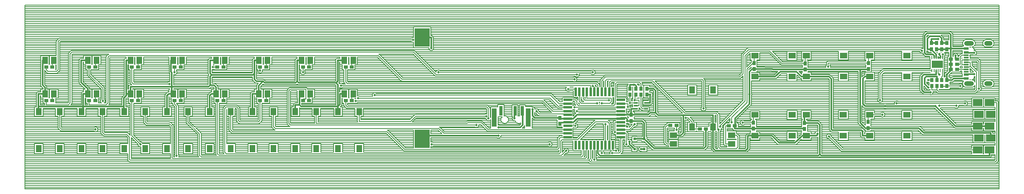
<source format=gbr>
G04 DipTrace 3.3.1.3*
G04 Top.gbr*
%MOIN*%
G04 #@! TF.FileFunction,Copper,L1,Top*
G04 #@! TF.Part,Single*
%AMOUTLINE0*
4,1,4,
-0.035433,-0.009843,
-0.035433,0.009843,
0.035433,0.009843,
0.035433,-0.009843,
-0.035433,-0.009843,
0*%
%AMOUTLINE3*
4,1,4,
-0.009843,0.035433,
0.009843,0.035433,
0.009843,-0.035433,
-0.009843,-0.035433,
-0.009843,0.035433,
0*%
G04 #@! TA.AperFunction,Conductor*
%ADD10C,0.009843*%
%ADD13C,0.011811*%
G04 #@! TA.AperFunction,CopperBalancing*
%ADD14C,0.007874*%
%ADD16R,0.125984X0.15748*%
%ADD17R,0.027559X0.035433*%
%ADD18R,0.035433X0.027559*%
%ADD19R,0.051181X0.059055*%
%ADD20R,0.059055X0.051181*%
%ADD22R,0.023622X0.023622*%
%ADD24R,0.044882X0.011811*%
G04 #@! TA.AperFunction,ComponentPad*
%ADD25O,0.070866X0.03937*%
%ADD26O,0.082677X0.03937*%
%ADD27R,0.044882X0.023622*%
G04 #@! TA.AperFunction,ComponentPad*
%ADD28R,0.07874X0.059055*%
%ADD31R,0.051181X0.061024*%
%ADD33R,0.061024X0.051181*%
%ADD34R,0.03937X0.15748*%
%ADD35R,0.031496X0.07874*%
%ADD38O,0.009843X0.027559*%
%ADD39R,0.093701X0.064961*%
%ADD41R,0.035433X0.015748*%
G04 #@! TA.AperFunction,ViaPad*
%ADD42C,0.019685*%
%ADD88OUTLINE0*%
%ADD91OUTLINE3*%
%FSLAX26Y26*%
G04*
G70*
G90*
G75*
G01*
G04 Top*
%LPD*%
X5594484Y740157D2*
D13*
X5622047D1*
X8035831Y1221260D2*
X7978346D1*
X7960630Y1238976D1*
Y1353150D1*
X7978346Y1370866D1*
X8080315D1*
Y1402362D1*
X8244492Y1529134D2*
Y1499606D1*
X8256299D1*
X8098031Y1512598D2*
X8116142D1*
Y1528346D1*
X8107087Y1537402D1*
Y1543701D1*
X8115748Y1512598D2*
D10*
X8098031D1*
X4393701Y853146D2*
D13*
X3751969D1*
Y826378D1*
X4393701Y924016D2*
X4578276D1*
X4598425Y944165D1*
Y1064118D1*
X4595743D1*
X572835Y1208661D2*
X517717D1*
Y1099413D1*
X1238189D1*
Y1173228D1*
X1255906Y1190945D1*
Y1208661D1*
Y1492126D1*
X1293307D1*
X5642520Y1251969D2*
X5699610D1*
X5717327Y1234252D1*
Y1046461D1*
X5737213Y1026575D1*
X5949323D1*
Y875984D1*
X5931606Y858268D1*
X5866535D1*
X6553248Y1352360D2*
X6725604D1*
X6766945Y1393701D1*
X6903937D1*
X6944491Y1353147D1*
X6986713D1*
X8529528Y934646D2*
X8429528D1*
X7079331Y872051D2*
Y860236D1*
X7072241Y853147D1*
X6985925D1*
X4681173Y1075744D2*
Y1022441D1*
X4698890Y1004724D1*
X4910630D1*
X2681887Y1056988D2*
Y1113193D1*
X2716535D1*
Y1208661D1*
X2734252D1*
X2374016Y1492126D2*
X2336610D1*
Y1380642D1*
Y1330709D1*
X2354327Y1312992D1*
X2409449D1*
X2374016Y1277559D1*
Y1208661D1*
X3094488Y1492126D2*
X3043307D1*
X3039370Y1488189D1*
X1653543Y1492126D2*
X1635827D1*
Y1392713D1*
X1641732Y1386807D1*
Y1267717D1*
X1950787D1*
X1964567Y1281496D1*
X1996063D1*
X2013780Y1263780D1*
Y1208661D1*
X517717Y1099413D2*
X520470Y1056988D1*
X933071Y1492126D2*
X877953D1*
Y1305118D1*
X933071Y1250000D1*
Y1208661D1*
X5512205Y1029134D2*
Y1080315D1*
X5551181D1*
X1238189Y1099413D2*
X1240942Y1056988D1*
X3039370Y1488189D2*
Y1312992D1*
X3025591Y1299213D1*
X2710626D1*
X2696846Y1312992D1*
Y1492126D1*
X2734252D1*
X2696846Y1312992D2*
X2683067Y1299213D1*
X2423228D1*
X2409449Y1312992D1*
X3025591Y1299213D2*
X3039370Y1285433D1*
Y1099413D1*
X2730315D1*
X2716535Y1113193D1*
X1964567Y1281496D2*
Y1353083D1*
X1978346Y1366862D1*
X1964567Y1380642D1*
Y1492126D1*
X2013780D1*
X3826772Y1594488D2*
Y1684646D1*
X3751969D1*
X8013780Y1260634D2*
X7984646Y1289768D1*
Y1341732D1*
X7996063Y1353150D1*
X8086614D1*
Y1323622D1*
X1255906Y1208661D2*
X1293307D1*
X572835Y1492126D2*
X553150D1*
Y1279475D1*
X572835Y1259790D1*
Y1208661D1*
X1653543D2*
X1616142D1*
X1601178Y1193698D1*
Y1056988D1*
X1293307Y1208661D2*
Y1267717D1*
X1641732D1*
Y1208661D1*
X1653543D1*
X7461220Y889764D2*
Y853147D1*
X7521358D1*
X6986713Y1353147D2*
X7177495D1*
X7197965Y1332677D1*
Y907480D1*
X7204657Y900787D1*
X7452362D1*
X7461220Y891929D1*
Y889764D1*
X7650197Y1103941D2*
X7482874D1*
X7465157Y1121657D1*
Y1336024D1*
X7482281Y1353147D1*
X7521358D1*
X8075201Y1103933D2*
X7709252D1*
X7709244Y1103941D1*
X7650197D1*
X8429528Y934646D2*
X8244488D1*
X8075201Y1103933D1*
X6201971Y927264D2*
Y1026575D1*
X5949323D1*
X6554823Y852360D2*
X6494685D1*
Y746067D1*
X6476969Y728350D1*
X6222442D1*
X6201971Y748822D1*
Y927264D1*
X6985925Y853147D2*
X6952950D1*
X6892323Y792520D1*
X6755870D1*
X6696030Y852360D1*
X6554823D1*
X5512205Y1029134D2*
X5652543D1*
X5669870Y1046461D1*
X5717327D1*
X5425197Y1030316D2*
X5442436D1*
X5443618Y1029134D1*
X5512205D1*
X4976378Y998820D2*
X5023627D1*
X5055123Y1030316D1*
X5425197D1*
X4910630Y1004724D2*
Y998820D1*
X4976378D1*
X2013780Y1208661D2*
X1976378D1*
X1961415Y1193698D1*
Y1056988D1*
X1978346Y1366862D2*
X2322831D1*
X2336610Y1380642D1*
X2374016Y1208661D2*
X2321651D1*
Y1056988D1*
X3094488Y1208661D2*
X3057087D1*
Y1117130D1*
X3039370Y1099413D1*
X8172047Y1323622D2*
X8214551D1*
X8229118Y1338189D1*
X8333071D1*
X8172047Y1371654D2*
Y1323622D1*
X933071Y1208661D2*
X895665D1*
Y1069402D1*
X880706Y1054442D1*
Y1056988D1*
X3039370Y1099413D2*
X3042123Y1056988D1*
X8062598Y1512598D2*
Y1529528D1*
X8053150Y1538976D1*
X7997244D1*
X7985433Y1550787D1*
Y1700394D1*
X8005512Y1720472D1*
X8191344D1*
X8205119Y1706697D1*
Y1590157D1*
X8171260D1*
Y1585039D1*
X8205512Y1413780D2*
Y1455512D1*
X8205119Y1590157D2*
X8333071D1*
X8126772Y1585039D2*
X8083465Y1584646D1*
X8171260Y1585039D2*
X8126772D1*
X8205118Y1499606D2*
X8205119Y1590157D1*
X8205512Y1455512D2*
X8205118Y1499606D1*
X8205512Y1413780D2*
Y1405118D1*
X8172047Y1371654D1*
X5841732Y939764D2*
D14*
X5814175D1*
X5800394Y925983D1*
Y797244D1*
X5814173Y783465D1*
X5866535D1*
X7608858Y1155118D2*
Y1374016D1*
X7637205Y1402362D1*
X8044882D1*
X5539374Y1155118D2*
X5578740D1*
Y1105906D1*
X5551181D1*
X5549213Y1200000D2*
X5543311D1*
Y1159055D1*
X5539374Y1155118D1*
X8333071Y1414961D2*
X8256693Y1413780D1*
X635827Y1433071D2*
Y1492126D1*
X647638D1*
X996063Y1433071D2*
Y1492126D1*
X1007874D1*
X1356299Y1433071D2*
Y1492126D1*
X1368110D1*
X1716535Y1433071D2*
Y1492126D1*
X1728346D1*
X2076772Y1433071D2*
Y1492126D1*
X2088583D1*
X2437008Y1433071D2*
Y1492126D1*
X2448819D1*
X2797244Y1433071D2*
Y1492126D1*
X2809055D1*
X2797244Y1149606D2*
Y1208661D1*
X2809055D1*
X2437008Y1149606D2*
Y1208661D1*
X2448819D1*
X2076772Y1149606D2*
Y1208661D1*
X2088583D1*
X1716535Y1149606D2*
Y1208661D1*
X1728346D1*
X1356299Y1149606D2*
Y1208661D1*
X1368110D1*
X996063Y1149606D2*
Y1208661D1*
X1007874D1*
X635827Y1149606D2*
Y1208661D1*
X647638D1*
X6333465Y937795D2*
X6305902D1*
Y783465D1*
X6358268D1*
X6358087Y967323D2*
Y1006118D1*
X6486614Y1134646D1*
Y1416929D1*
X6537008Y1467323D1*
X6548425D1*
X5541732Y949606D2*
X5496457Y904331D1*
X5425197D1*
X6548425Y1467323D2*
Y1529525D1*
X6553248D1*
X6261815Y929921D2*
X6260236D1*
Y938189D1*
X6469685Y1147638D1*
Y1528346D1*
X6509453Y1568114D1*
X6678937D1*
X6782484Y1464567D1*
X6976772D1*
Y1530312D1*
X6986713D1*
X5476382Y929921D2*
X5470476Y935827D1*
X5425197D1*
X5326772Y1223228D2*
Y1304329D1*
X5340552Y1318110D1*
X5689283D1*
X5965071Y1042323D1*
X6228350D1*
X6242130Y1028543D1*
Y910236D1*
X6248035Y904331D1*
X5892913D2*
Y939764D1*
X6248035Y904331D2*
Y757878D1*
X6261815Y744098D1*
X6397638D1*
X6411417Y757878D1*
Y844488D1*
X6397638Y858268D1*
X6358268D1*
X6451295Y963386D2*
X6542126D1*
Y1029525D1*
X6554823D1*
X5374016Y884646D2*
Y967323D1*
X5425197D1*
X5970976Y1004921D2*
X5991929D1*
X6024806Y972045D1*
Y927264D1*
X5482681Y1096063D2*
Y1124803D1*
X5425197D1*
X6024806Y927264D2*
Y909843D1*
X6089370D1*
Y910630D1*
X5224933Y1126772D2*
X5090551D1*
X5076772Y1140551D1*
Y1223228D1*
X5074803D1*
X7511417Y1468504D2*
Y1530312D1*
X7521358D1*
X7170894Y1437016D2*
Y1468504D1*
X7511417D1*
X7628543Y1031496D2*
X7521358Y1030312D1*
X5295276Y1223228D2*
Y1318109D1*
X5309056Y1331890D1*
X6106587D1*
X6120366Y1318110D1*
Y1082287D1*
X7521358Y1030312D2*
X7507874D1*
Y969291D1*
X4289370Y1018657D2*
X3696299D1*
X3653035Y975394D1*
X3219289D1*
Y1056988D1*
X5041343Y935823D2*
X4996406D1*
X4996402Y935827D1*
X4976378D1*
Y904331D2*
X4307535D1*
X4249661Y962205D1*
X4133827D1*
X4127921Y956299D1*
X2859052D1*
Y1056988D1*
X4976378Y872835D2*
X3932591D1*
X3890465Y914961D1*
X2513782D1*
X2498816Y929927D1*
Y1056988D1*
X4976378Y841339D2*
X4917327D1*
X4903547Y827559D1*
Y751571D1*
X4889768Y737791D1*
X3603457D1*
X3453846Y887402D1*
X2153543D1*
X2138580Y902365D1*
Y1056988D1*
X5106299Y774409D2*
Y687008D1*
X5092520Y673228D1*
X1889535D1*
X1875752Y687012D1*
Y868836D1*
X1778344Y966244D1*
Y1056988D1*
X1418108D2*
Y969782D1*
X1433073Y954816D1*
X1622049D1*
X1643701Y933164D1*
Y665354D1*
X1649606Y659449D1*
X5124016D1*
X5137795Y673228D1*
Y774409D1*
X3157480Y1149606D2*
Y1208661D1*
X3169291D1*
X3157480Y1433071D2*
Y1492126D1*
X3169291D1*
X4309055Y998972D2*
Y1083665D1*
X4295276Y1097445D1*
X3120079D1*
X3106299Y1111224D1*
Y1149606D1*
X5263780Y774409D2*
Y706693D1*
X4207382Y942520D2*
X2641732D1*
X2627953Y956299D1*
Y1234252D1*
X2641732Y1248031D1*
X2769685D1*
Y1163390D1*
X2746063D1*
Y1149606D1*
X5295276Y774409D2*
Y949606D1*
X5326772Y774409D2*
Y955513D1*
X5312993Y969291D1*
X5210634D1*
X5061028Y819685D1*
X4931106D1*
X4917327Y805906D1*
Y714567D1*
X4903547Y700787D1*
X2102358D1*
X2088579Y714567D1*
Y1083665D1*
X2102358Y1097445D1*
X2186324D1*
X2200106Y1083663D1*
Y983266D1*
X2213885Y969488D1*
X2372043D1*
X2385827Y983272D1*
Y1149606D1*
X4964571Y726378D2*
X4925201Y687008D1*
X2039370D1*
X2025591Y700787D1*
Y1149606D1*
X5383862Y726378D2*
X5358268D1*
Y774409D1*
X5351984Y706693D2*
X5411417D1*
X5425197Y720472D1*
Y841339D1*
X1682063Y683071D2*
Y1102869D1*
X1665354Y1119577D1*
Y1149606D1*
X5470476Y781500D2*
Y872835D1*
X5425197D1*
X3830709Y781500D2*
X4824492D1*
X1375984D2*
X1305118Y852366D1*
Y1149606D1*
X5425197Y1093307D2*
X5033469D1*
Y1329528D2*
X3581232D1*
X3379260Y1531500D1*
X1116587D1*
X1102807Y1517720D1*
Y1128941D1*
X1089028Y1115161D1*
X944882D1*
Y1149606D1*
X5053154Y1370087D2*
X3867941D1*
X3678969Y1559059D1*
X799171D1*
X785391Y1545280D1*
Y1128942D1*
X771610Y1115161D1*
X584646D1*
Y1149606D1*
X5425197Y1061811D2*
X5053154D1*
X3106299Y1433071D2*
Y1307874D1*
X3120079Y1294094D1*
X5218504D1*
X5232283Y1280315D1*
Y1223228D1*
X3887630Y1389772D2*
X5188980D1*
X2746063Y1433071D2*
Y1389772D1*
X5188980Y1274409D2*
X5190945D1*
X5200786Y1264568D1*
Y1223228D1*
X3066933Y1277559D2*
X5169291D1*
Y1223228D1*
X2385827Y1433071D2*
Y1403539D1*
X5264303Y1126776D2*
X5329614D1*
X5343394Y1140555D1*
Y1172047D1*
X5137794D1*
Y1223228D1*
X2025591Y1433071D2*
X1986220D1*
X1665354Y1389760D2*
Y1433071D1*
X3351272Y1197638D2*
X4832366D1*
X4905201Y1124803D1*
X4976378D1*
X1305118Y1433071D2*
Y1303925D1*
X1318898Y1290146D1*
X1620079D1*
X3210634Y1172051D2*
X4826461D1*
X4905205Y1093307D1*
X4976378D1*
X3190945Y1146465D2*
X4765264D1*
X4849916Y1061812D1*
X4976378D1*
X1060134Y1146465D2*
Y1253189D1*
X944882Y1368441D1*
Y1433071D1*
X4712669Y1061811D2*
X4738260Y1036220D1*
X4976378D1*
Y1030315D1*
X3673228Y1662992D2*
X696850D1*
X683071Y1649213D1*
Y1409445D1*
X669291Y1395665D1*
X598424D1*
X584646Y1409444D1*
Y1433071D1*
X8333071Y1474016D2*
X8365358D1*
X8368504Y1470870D1*
Y1441339D1*
X8420673Y1389169D1*
Y1240953D1*
X8406894Y1227173D1*
X8100390D1*
X8086614Y1240949D1*
X8043307D1*
Y1272441D1*
X8086614Y1240949D2*
Y1272441D1*
X8333071Y1434646D2*
X8361811D1*
X8368504Y1441339D1*
X8136417Y1542130D2*
Y1512598D1*
X8133465D1*
X8013780Y1323622D2*
X8043307D1*
X8128346D2*
Y1351972D1*
X8133465Y1357091D1*
Y1402362D1*
X8284335Y1272441D2*
X8172047D1*
X8441343Y1250787D2*
Y1479921D1*
X8427563Y1493701D1*
X8333071D1*
X8172047Y1272441D2*
Y1271260D1*
X8128346D1*
Y1272441D1*
X8333071Y1493701D2*
X8297642D1*
Y1454331D1*
X8333071D1*
X5323709Y1152362D2*
X5120079D1*
X5106299Y1166142D1*
Y1223228D1*
X7176311Y848425D2*
X7290091Y734646D1*
X8429528D1*
X7962205Y1571654D2*
X7951965Y1581894D1*
X6500004D1*
X6453937Y1535827D1*
Y1378740D1*
X6425591Y1350394D1*
X5295669D1*
X5263780Y1318504D1*
Y1223228D1*
X8108268Y1105902D2*
X8250870D1*
X4980319Y1248819D2*
X5037741D1*
X5043307Y1243253D1*
Y1223228D1*
X8108268Y1368898D2*
X8098031Y1379134D1*
Y1402362D1*
X5551181Y1131496D2*
X5502366D1*
X8324232Y1125587D2*
X7748618D1*
X5502366Y1131496D2*
X5501181Y1132681D1*
Y1200000D1*
X5637795Y1080315D2*
X5607480D1*
X5593701Y1094094D1*
Y1200394D1*
X4976378Y1156299D2*
X5039374D1*
X5053154Y1142520D1*
Y1120866D1*
X5066933Y1107087D1*
X5364177D1*
X5377957Y1120866D1*
Y1290551D1*
X5391736Y1304331D1*
X5579921D1*
X5593701Y1290551D1*
Y1251575D1*
X8333071Y1533071D2*
X8297642D1*
X8283862Y1519291D1*
Y1455512D1*
X8256693D1*
X1057871Y1056988D2*
Y880455D1*
X1072837Y865490D1*
X1261811D1*
X1285433Y841867D1*
Y649606D1*
X1289370Y645669D1*
X5155508D1*
X5170445Y630732D1*
X8577035D1*
X8590815Y644512D1*
Y1134646D1*
X8529528D1*
X5155508Y645669D2*
X5169290Y659451D1*
Y774409D1*
X5200787D2*
Y650417D1*
X5200791D1*
X999122Y906807D2*
X712598D1*
X697635Y921770D1*
Y1056988D1*
X5498035Y803154D2*
D13*
Y781492D1*
X5539370Y740157D1*
X4529063Y998972D2*
Y1044660D1*
X4533249Y1048846D1*
Y1064118D1*
X8080315Y1512598D2*
Y1538976D1*
X8039764Y1579528D1*
Y1584646D1*
X8126772Y1636220D2*
X8171260D1*
X8039764Y1584646D2*
X8009055D1*
Y1672835D1*
X8028740Y1692520D1*
X8111417D1*
X8126772Y1677165D1*
Y1636220D1*
X7511417Y1417323D2*
Y1413386D1*
X7439567D1*
Y963976D1*
X7485433Y918110D1*
X7507874D1*
X7439567Y1413386D2*
X6976772D1*
X5642520Y1200787D2*
X5672051D1*
X5539370Y826772D2*
X5581102D1*
X5622047D1*
X7507874Y918110D2*
X7934909D1*
X7977165Y875854D1*
X8541470D1*
Y834383D1*
X5622047Y826772D2*
X5702756Y746063D1*
X6122836D1*
X6140551Y763778D1*
Y910630D1*
X5512205Y977953D2*
X5604331D1*
X5622047Y960236D1*
Y826772D1*
X5476382Y977953D2*
X5512205D1*
X5425197Y998819D2*
Y1002756D1*
X5466539D1*
X5476382Y992913D1*
Y977953D1*
X4976378Y967323D2*
X5025596D1*
X5057092Y998819D1*
X5425197D1*
X4910630Y953543D2*
Y965354D1*
X4976378D1*
Y967323D1*
X6542126Y912205D2*
X6972047D1*
Y909449D1*
X6384646Y937795D2*
Y912205D1*
X6542126D1*
X6507087Y1202756D2*
Y1121654D1*
X6386220Y1000787D1*
Y937795D1*
X6384646D1*
X6548425Y1416142D2*
X6529921D1*
X6506693Y1392913D1*
Y1203937D1*
X6507087Y1203543D1*
Y1202756D1*
X6976772Y1413386D2*
X6704953D1*
X6702197Y1416142D1*
X6548425D1*
X5672051Y1200787D2*
Y1131496D1*
X5637795D1*
X5532677Y1284646D2*
X5501181D1*
Y1251181D1*
X5549213D2*
X5554331D1*
Y1274803D1*
X5544488Y1284646D1*
X5532677D1*
X8529528Y734646D2*
Y685039D1*
X7114764D1*
X7100984Y698819D1*
X7087205Y685039D1*
X5250000D1*
X5232283Y702756D1*
Y774409D1*
X6985925Y1030312D2*
X6970472D1*
Y960630D1*
X6972047D1*
X7083268D1*
X7100984Y942913D1*
Y698819D1*
X8097244Y1669291D2*
X8039764D1*
Y1635827D1*
X8400988Y1553346D2*
X8340665D1*
X8333071Y1558661D1*
X8400988Y1375000D2*
X8340665D1*
X8333071Y1369685D1*
X8039764Y1635827D2*
X8083465D1*
D42*
X8107087Y1543701D3*
X5594484Y740157D3*
X8035831Y1221260D3*
X8244492Y1529134D3*
X4393701Y853146D3*
Y924016D3*
X3039370Y1488189D3*
X8172047Y1371654D3*
X3826772Y1594488D3*
X7650197Y1103941D3*
X7461220Y889764D3*
X7079331Y872051D3*
X8013780Y1260634D3*
X8075201Y1103933D3*
X4681173Y1075744D3*
X7608858Y1155118D3*
X5539374D3*
X6358087Y967323D3*
X5541732Y949606D3*
X6261815Y929921D3*
X5476382D3*
X5892913Y904331D3*
X6248035D3*
X6451295Y963386D3*
X5374016Y884646D3*
X5970976Y1004921D3*
X5482681Y1096063D3*
X7170894Y1437016D3*
X5224933Y1126772D3*
X7628543Y1031496D3*
X6120366Y1082287D3*
X4289370Y1018657D3*
X5041343Y935823D3*
X4309055Y998972D3*
X5263780Y706693D3*
X4207382Y942520D3*
X5295276Y949606D3*
X4964571Y726378D3*
X5383862D3*
X5351984Y706693D3*
X1682063Y683071D3*
X5470476Y781500D3*
X4824492D3*
X3830709D3*
X1375984D3*
X5033469Y1093307D3*
Y1329528D3*
X5053154Y1370087D3*
Y1061811D3*
X5188980Y1274409D3*
Y1389772D3*
X3887630D3*
X2746063D3*
X3066933Y1277559D3*
X2385827Y1403539D3*
X5264303Y1126776D3*
X1986220Y1433071D3*
X1665354Y1389760D3*
X3351272Y1197638D3*
X1620079Y1290146D3*
X3210634Y1172051D3*
X3190945Y1146465D3*
X1060134D3*
X4712669Y1061811D3*
X3673228Y1662992D3*
X8136417Y1542130D3*
X8013780Y1323622D3*
X8284335Y1272441D3*
X8441343Y1250787D3*
X5323709Y1152362D3*
X7176311Y848425D3*
X7962205Y1571654D3*
X8250870Y1105902D3*
X8108268D3*
Y1368898D3*
X4980319Y1248819D3*
X5502366Y1131496D3*
X7748618Y1125587D3*
X8324232D3*
X999122Y906807D3*
X5200791Y650417D3*
X5498035Y803154D3*
X4529063Y998972D3*
X5532677Y1284646D3*
X6507087Y1202756D3*
X5476382Y977953D3*
X5672051Y1200787D3*
X8097244Y1669291D3*
X8400988Y1553346D3*
Y1375000D3*
X404339Y1942913D2*
D14*
X8611409D1*
X404339Y1927165D2*
X8611409D1*
X404339Y1911417D2*
X8611409D1*
X404339Y1895669D2*
X8611409D1*
X404339Y1879921D2*
X8611409D1*
X404339Y1864173D2*
X8611409D1*
X404339Y1848425D2*
X8611409D1*
X404339Y1832677D2*
X8611409D1*
X404339Y1816929D2*
X8611409D1*
X404339Y1801181D2*
X8611409D1*
X404339Y1785433D2*
X8611409D1*
X404339Y1769685D2*
X3678031D1*
X3825906D2*
X8611409D1*
X404339Y1753937D2*
X3678031D1*
X3825906D2*
X8611409D1*
X404339Y1738189D2*
X3678031D1*
X3825906D2*
X8611409D1*
X404339Y1722441D2*
X3678031D1*
X3825906D2*
X7983980D1*
X8212886D2*
X8611409D1*
X404339Y1706693D2*
X3678031D1*
X3825906D2*
X7969862D1*
X8221975D2*
X8611409D1*
X404339Y1690945D2*
X3678031D1*
X3842331D2*
X7968585D1*
X8136499D2*
X8188273D1*
X8221975D2*
X8611409D1*
X404339Y1675197D2*
X689012D1*
X3843622D2*
X7968585D1*
X8143619D2*
X8188273D1*
X8221975D2*
X8611409D1*
X404339Y1659449D2*
X672587D1*
X3843622D2*
X7968585D1*
X8221975D2*
X8314827D1*
X8398556D2*
X8484118D1*
X8556037D2*
X8611409D1*
X404339Y1643701D2*
X668189D1*
X698276D2*
X3667159D1*
X3843622D2*
X7968585D1*
X8221975D2*
X8303877D1*
X8409505D2*
X8473168D1*
X8566986D2*
X8611409D1*
X404339Y1627953D2*
X668189D1*
X697953D2*
X3678031D1*
X3843622D2*
X7968585D1*
X8221975D2*
X8303077D1*
X8410320D2*
X8472369D1*
X8567801D2*
X8611409D1*
X404339Y1612205D2*
X668189D1*
X697953D2*
X3678031D1*
X3843622D2*
X7968585D1*
X8221975D2*
X8311320D1*
X8402062D2*
X8480612D1*
X8559542D2*
X8611409D1*
X404339Y1596457D2*
X668189D1*
X697953D2*
X3678031D1*
X3847467D2*
X7968585D1*
X8393865D2*
X8611409D1*
X404339Y1580709D2*
X668189D1*
X697953D2*
X3811490D1*
X3842054D2*
X6478105D1*
X8401940D2*
X8611409D1*
X404339Y1564961D2*
X668189D1*
X697953D2*
X784345D1*
X3693785D2*
X6462357D1*
X6702812D2*
X6822808D1*
X6909660D2*
X6945256D1*
X7028169D2*
X7256280D1*
X7343130D2*
X7479904D1*
X7562819D2*
X7790928D1*
X7877780D2*
X7942564D1*
X8002287D2*
X8015045D1*
X8221975D2*
X8299678D1*
X8418056D2*
X8611409D1*
X404339Y1549213D2*
X668189D1*
X697953D2*
X771073D1*
X3709533D2*
X6446609D1*
X6594699D2*
X6677123D1*
X6718560D2*
X6822808D1*
X6909660D2*
X6945256D1*
X7028169D2*
X7256280D1*
X7343130D2*
X7479904D1*
X7562819D2*
X7790928D1*
X7877780D2*
X7968663D1*
X8155907D2*
X8188273D1*
X8221975D2*
X8299678D1*
X8421348D2*
X8611409D1*
X404339Y1533465D2*
X668189D1*
X697953D2*
X770505D1*
X800269D2*
X1097829D1*
X3398017D2*
X3683844D1*
X3725281D2*
X6439058D1*
X6495520D2*
X6511785D1*
X6594699D2*
X6692871D1*
X6734308D2*
X6822808D1*
X6909660D2*
X6945256D1*
X7028169D2*
X7256280D1*
X7343130D2*
X7479904D1*
X7562819D2*
X7790928D1*
X7877780D2*
X7979259D1*
X8155231D2*
X8188273D1*
X8264806D2*
X8277318D1*
X8366461D2*
X8398026D1*
X8403951D2*
X8611409D1*
X404339Y1517717D2*
X536299D1*
X697953D2*
X770505D1*
X800269D2*
X896535D1*
X1044409D2*
X1087927D1*
X3413765D2*
X3699592D1*
X3741029D2*
X6439058D1*
X6484571D2*
X6511785D1*
X6594699D2*
X6708619D1*
X6750056D2*
X6822808D1*
X6909660D2*
X6945256D1*
X7028169D2*
X7256280D1*
X7343130D2*
X7479904D1*
X7562819D2*
X7790928D1*
X7877780D2*
X8027041D1*
X8151294D2*
X8176462D1*
X8368429D2*
X8611409D1*
X404339Y1501969D2*
X536299D1*
X697953D2*
X770505D1*
X800269D2*
X864470D1*
X1044409D2*
X1087927D1*
X1117690D2*
X1242423D1*
X1404646D2*
X1617008D1*
X1764882D2*
X1951084D1*
X2125118D2*
X2323131D1*
X2485354D2*
X2683367D1*
X2845591D2*
X3024088D1*
X3205827D2*
X3388076D1*
X3429513D2*
X3715340D1*
X3756777D2*
X6439058D1*
X6484571D2*
X6511785D1*
X6594699D2*
X6724367D1*
X6765804D2*
X6822808D1*
X6909660D2*
X6945256D1*
X7028169D2*
X7256280D1*
X7343130D2*
X7479904D1*
X7562819D2*
X7790928D1*
X7877780D2*
X8027133D1*
X8149232D2*
X8176462D1*
X8440017D2*
X8611409D1*
X404339Y1486220D2*
X536299D1*
X697953D2*
X770505D1*
X800269D2*
X861102D1*
X1044409D2*
X1087927D1*
X1117690D2*
X1239055D1*
X1404646D2*
X1617008D1*
X1764882D2*
X1947717D1*
X2125118D2*
X2319764D1*
X2485354D2*
X2680000D1*
X2845591D2*
X3018675D1*
X3205827D2*
X3403824D1*
X3445261D2*
X3731088D1*
X3772525D2*
X6439058D1*
X6484571D2*
X6523703D1*
X6573154D2*
X6740115D1*
X6781552D2*
X6952052D1*
X7001503D2*
X7486686D1*
X7536136D2*
X8029409D1*
X8148941D2*
X8176462D1*
X8454735D2*
X8611409D1*
X404339Y1470472D2*
X536299D1*
X697953D2*
X770505D1*
X800269D2*
X861102D1*
X1044409D2*
X1087927D1*
X1117690D2*
X1239055D1*
X1404646D2*
X1617008D1*
X1764882D2*
X1947717D1*
X2125118D2*
X2319764D1*
X2485354D2*
X2680000D1*
X2845591D2*
X3022520D1*
X3205827D2*
X3419572D1*
X3461009D2*
X3746836D1*
X3788273D2*
X6439058D1*
X6484571D2*
X6519444D1*
X6573154D2*
X6755864D1*
X7001503D2*
X7156147D1*
X7536136D2*
X8029409D1*
X8148941D2*
X8176846D1*
X8383392D2*
X8426462D1*
X8456227D2*
X8611409D1*
X404339Y1454724D2*
X536299D1*
X697953D2*
X770505D1*
X800269D2*
X861102D1*
X1044409D2*
X1087927D1*
X1117690D2*
X1239055D1*
X1404646D2*
X1617008D1*
X1764882D2*
X1947717D1*
X2125118D2*
X2319764D1*
X2485354D2*
X2680000D1*
X2845591D2*
X3022520D1*
X3205827D2*
X3435320D1*
X3476757D2*
X3762584D1*
X3804021D2*
X6439058D1*
X6484571D2*
X6503696D1*
X6573154D2*
X6771612D1*
X7001503D2*
X7156009D1*
X7536136D2*
X8029409D1*
X8148941D2*
X8176846D1*
X8383392D2*
X8426462D1*
X8456227D2*
X8611409D1*
X404339Y1438976D2*
X536299D1*
X664488D2*
X668184D1*
X697953D2*
X770505D1*
X800269D2*
X861102D1*
X894803D2*
X916220D1*
X1024724D2*
X1087927D1*
X1117690D2*
X1239055D1*
X1272756D2*
X1276455D1*
X1384961D2*
X1618976D1*
X1745197D2*
X1947717D1*
X2105433D2*
X2319764D1*
X2353465D2*
X2357160D1*
X2465669D2*
X2680000D1*
X2713701D2*
X2717400D1*
X2825906D2*
X3022520D1*
X3056220D2*
X3077638D1*
X3186142D2*
X3451068D1*
X3492505D2*
X3778332D1*
X3819769D2*
X6439058D1*
X6484571D2*
X6487938D1*
X6573154D2*
X6952052D1*
X7001503D2*
X7150196D1*
X7191587D2*
X7486686D1*
X7536136D2*
X8029409D1*
X8148941D2*
X8176846D1*
X8285352D2*
X8299678D1*
X8391589D2*
X8426462D1*
X8456227D2*
X8611409D1*
X404339Y1423228D2*
X536299D1*
X664488D2*
X668184D1*
X697953D2*
X770505D1*
X800269D2*
X861102D1*
X894803D2*
X916220D1*
X1024724D2*
X1087927D1*
X1117690D2*
X1239055D1*
X1272756D2*
X1276455D1*
X1384961D2*
X1618976D1*
X1745197D2*
X1947717D1*
X2105433D2*
X2319764D1*
X2353465D2*
X2357160D1*
X2465669D2*
X2680000D1*
X2713701D2*
X2717400D1*
X2825906D2*
X3022520D1*
X3056220D2*
X3077638D1*
X3186142D2*
X3466816D1*
X3508253D2*
X3794080D1*
X3835517D2*
X6439058D1*
X7536136D2*
X8029409D1*
X8148941D2*
X8176846D1*
X8407337D2*
X8426462D1*
X8456227D2*
X8611409D1*
X404339Y1407480D2*
X536299D1*
X697815D2*
X770505D1*
X800269D2*
X861102D1*
X894803D2*
X930000D1*
X959764D2*
X1087927D1*
X1117690D2*
X1239055D1*
X1272756D2*
X1290236D1*
X1320000D2*
X1618976D1*
X1680236D2*
X1947717D1*
X1981417D2*
X2319764D1*
X2353465D2*
X2365438D1*
X2406215D2*
X2680000D1*
X2713701D2*
X2731181D1*
X2760945D2*
X3022520D1*
X3056220D2*
X3091417D1*
X3121181D2*
X3482564D1*
X3524001D2*
X3809828D1*
X3851265D2*
X3877542D1*
X3897710D2*
X5178892D1*
X5199060D2*
X6439058D1*
X7536136D2*
X7621606D1*
X8149325D2*
X8176846D1*
X8368429D2*
X8381648D1*
X8423085D2*
X8426462D1*
X8456227D2*
X8611409D1*
X404339Y1391732D2*
X536299D1*
X570000D2*
X581636D1*
X686080D2*
X770505D1*
X800269D2*
X861102D1*
X894803D2*
X930000D1*
X959764D2*
X1087927D1*
X1117690D2*
X1239055D1*
X1272756D2*
X1290236D1*
X1320000D2*
X1619007D1*
X1686050D2*
X1947717D1*
X1981417D2*
X2319764D1*
X2353465D2*
X2368899D1*
X2402755D2*
X2680000D1*
X2713701D2*
X2725367D1*
X2766759D2*
X3022520D1*
X3056220D2*
X3091417D1*
X3121181D2*
X3498312D1*
X3539749D2*
X3825576D1*
X5209672D2*
X6439058D1*
X6573154D2*
X6741470D1*
X6929406D2*
X6952052D1*
X7001503D2*
X7422710D1*
X7456412D2*
X7486686D1*
X7536136D2*
X7605858D1*
X8149232D2*
X8168619D1*
X8285352D2*
X8297710D1*
X8368429D2*
X8389245D1*
X8456227D2*
X8611409D1*
X404339Y1375984D2*
X536299D1*
X570000D2*
X770505D1*
X800269D2*
X861102D1*
X894803D2*
X930000D1*
X959764D2*
X1087927D1*
X1117690D2*
X1239055D1*
X1272756D2*
X1290236D1*
X1320000D2*
X1624882D1*
X1680636D2*
X1948408D1*
X2353465D2*
X2680000D1*
X2713701D2*
X2730781D1*
X2761345D2*
X3022520D1*
X3056220D2*
X3091417D1*
X3121181D2*
X3514060D1*
X3555497D2*
X3841324D1*
X5204259D2*
X6430461D1*
X6594699D2*
X6725722D1*
X6772726D2*
X6822808D1*
X7028169D2*
X7256280D1*
X7343130D2*
X7422710D1*
X7456412D2*
X7479904D1*
X7562819D2*
X7594109D1*
X7631547D2*
X7790928D1*
X7877780D2*
X7959958D1*
X8148341D2*
X8151734D1*
X8199875D2*
X8299678D1*
X8456227D2*
X8611409D1*
X404339Y1360236D2*
X536299D1*
X570000D2*
X770505D1*
X800269D2*
X861102D1*
X894803D2*
X932630D1*
X973804D2*
X1087927D1*
X1117690D2*
X1239055D1*
X1272756D2*
X1290236D1*
X1320000D2*
X1624882D1*
X1658583D2*
X1949392D1*
X2353465D2*
X2680000D1*
X2713701D2*
X3022520D1*
X3056220D2*
X3091417D1*
X3121181D2*
X3529808D1*
X3571245D2*
X3857072D1*
X5071353D2*
X5284791D1*
X6756978D2*
X6822808D1*
X6909660D2*
X6913896D1*
X7193908D2*
X7256280D1*
X7343130D2*
X7422710D1*
X7456412D2*
X7465864D1*
X7562819D2*
X7593970D1*
X7623735D2*
X7790928D1*
X7877780D2*
X7945425D1*
X8148341D2*
X8154840D1*
X8189248D2*
X8299678D1*
X8456227D2*
X8611409D1*
X404339Y1344488D2*
X536299D1*
X570000D2*
X770505D1*
X800269D2*
X861102D1*
X894803D2*
X948115D1*
X989552D2*
X1087927D1*
X1117690D2*
X1239055D1*
X1272756D2*
X1290236D1*
X1320000D2*
X1624882D1*
X1658583D2*
X1947717D1*
X1981417D2*
X2319764D1*
X2353465D2*
X2680000D1*
X2713701D2*
X3022520D1*
X3056220D2*
X3091417D1*
X3121181D2*
X3545556D1*
X3586993D2*
X5019413D1*
X5047531D2*
X5269043D1*
X6440402D2*
X6454806D1*
X6741230D2*
X6822808D1*
X6909660D2*
X6929646D1*
X7209656D2*
X7256280D1*
X7343130D2*
X7422710D1*
X7562819D2*
X7593970D1*
X7623735D2*
X7790928D1*
X7877780D2*
X7943780D1*
X8196769D2*
X8211911D1*
X8401370D2*
X8405790D1*
X8456227D2*
X8611409D1*
X404339Y1328740D2*
X536299D1*
X570000D2*
X770505D1*
X800269D2*
X861102D1*
X894803D2*
X963864D1*
X1005301D2*
X1087927D1*
X1117690D2*
X1239055D1*
X1272756D2*
X1290236D1*
X1320000D2*
X1624882D1*
X1658583D2*
X1947717D1*
X1981417D2*
X2319887D1*
X2413396D2*
X2680000D1*
X2713701D2*
X3022520D1*
X3056220D2*
X3091417D1*
X3121181D2*
X3561304D1*
X5054238D2*
X5253295D1*
X6130455D2*
X6454806D1*
X6594699D2*
X6822808D1*
X6909660D2*
X6945256D1*
X7028169D2*
X7178400D1*
X7214808D2*
X7256280D1*
X7343130D2*
X7422710D1*
X7562819D2*
X7593970D1*
X7623735D2*
X7790928D1*
X7877780D2*
X7943780D1*
X8389497D2*
X8405793D1*
X8456227D2*
X8611409D1*
X404339Y1312992D2*
X536299D1*
X570000D2*
X770505D1*
X800269D2*
X861102D1*
X894803D2*
X979612D1*
X1021049D2*
X1087927D1*
X1117690D2*
X1239055D1*
X1272756D2*
X1290236D1*
X1320000D2*
X1624882D1*
X1658583D2*
X1947717D1*
X1981417D2*
X2330822D1*
X3056220D2*
X3091417D1*
X3121904D2*
X5021428D1*
X5045501D2*
X5248898D1*
X5310881D2*
X5314873D1*
X5715115D2*
X6104766D1*
X6135253D2*
X6454806D1*
X6523541D2*
X7181108D1*
X7214808D2*
X7422710D1*
X7482003D2*
X7593970D1*
X7623735D2*
X7943780D1*
X8227419D2*
X8308660D1*
X8456227D2*
X8477951D1*
X8562203D2*
X8611409D1*
X404339Y1297244D2*
X536299D1*
X570000D2*
X770505D1*
X800269D2*
X863163D1*
X909336D2*
X995360D1*
X1036797D2*
X1087927D1*
X1117690D2*
X1239055D1*
X1272756D2*
X1291928D1*
X1658583D2*
X1947717D1*
X2000010D2*
X2350367D1*
X3051068D2*
X3062613D1*
X3071261D2*
X3096215D1*
X5236077D2*
X5248898D1*
X5341654D2*
X5364762D1*
X5606895D2*
X5689427D1*
X5730864D2*
X6105488D1*
X6135253D2*
X6454806D1*
X6523541D2*
X7181108D1*
X7214808D2*
X7422710D1*
X7482003D2*
X7593970D1*
X7623735D2*
X7943780D1*
X8001503D2*
X8018583D1*
X8196769D2*
X8302601D1*
X8456227D2*
X8471892D1*
X8568262D2*
X8611409D1*
X404339Y1281496D2*
X536299D1*
X574630D2*
X770505D1*
X800269D2*
X878066D1*
X925084D2*
X1011108D1*
X1052545D2*
X1087927D1*
X1117690D2*
X1239055D1*
X1272756D2*
X1284269D1*
X2019572D2*
X2357657D1*
X2401462D2*
X3019798D1*
X5341654D2*
X5363071D1*
X5392835D2*
X5484333D1*
X5569723D2*
X5578822D1*
X5608587D2*
X5705175D1*
X5746612D2*
X5986302D1*
X6063311D2*
X6105488D1*
X6135253D2*
X6163467D1*
X6240476D2*
X6454806D1*
X6523541D2*
X7181108D1*
X7214808D2*
X7422710D1*
X7482003D2*
X7593970D1*
X7623735D2*
X7943780D1*
X8456227D2*
X8474337D1*
X8565818D2*
X8611409D1*
X404339Y1265748D2*
X543373D1*
X588531D2*
X770505D1*
X800269D2*
X893814D1*
X940832D2*
X1026856D1*
X1068293D2*
X1087927D1*
X1117690D2*
X1239055D1*
X1272756D2*
X1276455D1*
X2030507D2*
X2357165D1*
X2390866D2*
X3022520D1*
X5392835D2*
X5476459D1*
X5708656D2*
X5720923D1*
X5762360D2*
X5986302D1*
X6063311D2*
X6105488D1*
X6135253D2*
X6163467D1*
X6240476D2*
X6454806D1*
X6523541D2*
X7181108D1*
X7214808D2*
X7422710D1*
X7482003D2*
X7593970D1*
X7623735D2*
X7943780D1*
X7977480D2*
X7985164D1*
X8303975D2*
X8319810D1*
X8393573D2*
X8405793D1*
X8456227D2*
X8489101D1*
X8551054D2*
X8611409D1*
X404339Y1250000D2*
X555984D1*
X589685D2*
X770505D1*
X800269D2*
X909562D1*
X949921D2*
X1042604D1*
X1075014D2*
X1087927D1*
X1117690D2*
X1239055D1*
X1272756D2*
X1276455D1*
X1310157D2*
X1624882D1*
X1658583D2*
X1996929D1*
X2030630D2*
X2357165D1*
X2390866D2*
X2622975D1*
X2784429D2*
X3022520D1*
X3056220D2*
X4959573D1*
X5392835D2*
X5476459D1*
X5725081D2*
X5736671D1*
X5778108D2*
X5986302D1*
X6063311D2*
X6105488D1*
X6135253D2*
X6163467D1*
X6240476D2*
X6454806D1*
X6523541D2*
X7181108D1*
X7214808D2*
X7422710D1*
X7482003D2*
X7593970D1*
X7623735D2*
X7943780D1*
X7977480D2*
X7996052D1*
X8196769D2*
X8405793D1*
X8462117D2*
X8611409D1*
X404339Y1234252D2*
X536299D1*
X684173D2*
X770505D1*
X800269D2*
X896535D1*
X1075014D2*
X1087927D1*
X1117690D2*
X1239055D1*
X1404646D2*
X1617008D1*
X1764882D2*
X1977244D1*
X2125118D2*
X2337480D1*
X2485354D2*
X2613071D1*
X2845591D2*
X3022520D1*
X3205827D2*
X4965832D1*
X4994812D2*
X5022520D1*
X5392835D2*
X5476459D1*
X5667241D2*
X5693825D1*
X5734171D2*
X5752419D1*
X5793856D2*
X5986302D1*
X6063311D2*
X6105488D1*
X6135253D2*
X6163467D1*
X6240476D2*
X6454806D1*
X6523541D2*
X7181108D1*
X7214808D2*
X7422710D1*
X7482003D2*
X7593970D1*
X7623735D2*
X7944487D1*
X8453382D2*
X8611409D1*
X404339Y1218504D2*
X504234D1*
X684173D2*
X770505D1*
X800269D2*
X882186D1*
X1075014D2*
X1087927D1*
X1117690D2*
X1239055D1*
X1404646D2*
X1602475D1*
X1764882D2*
X1962711D1*
X2125118D2*
X2308168D1*
X2485354D2*
X2613071D1*
X2642835D2*
X2697717D1*
X2845591D2*
X3022520D1*
X3205827D2*
X5022520D1*
X5392835D2*
X5476459D1*
X5682113D2*
X5700469D1*
X5734171D2*
X5768167D1*
X5809604D2*
X5986302D1*
X6063311D2*
X6105488D1*
X6135253D2*
X6163467D1*
X6240476D2*
X6454806D1*
X6523541D2*
X7181108D1*
X7214808D2*
X7422710D1*
X7482003D2*
X7593970D1*
X7623735D2*
X7957605D1*
X8056421D2*
X8088341D1*
X8418949D2*
X8611409D1*
X404339Y1202756D2*
X500866D1*
X684173D2*
X770505D1*
X800269D2*
X878819D1*
X1075014D2*
X1087927D1*
X1117690D2*
X1239055D1*
X1404646D2*
X1587126D1*
X1764882D2*
X1947362D1*
X2125118D2*
X2304799D1*
X2485354D2*
X2613071D1*
X2642835D2*
X2697717D1*
X2845591D2*
X3022520D1*
X3205827D2*
X3331144D1*
X4847975D2*
X5022520D1*
X5392835D2*
X5476459D1*
X5692740D2*
X5700469D1*
X5734171D2*
X5783915D1*
X5825352D2*
X5986302D1*
X6063311D2*
X6105488D1*
X6135253D2*
X6163467D1*
X6240476D2*
X6454806D1*
X6527878D2*
X7181108D1*
X7214808D2*
X7422710D1*
X7482003D2*
X7593970D1*
X7623735D2*
X8027455D1*
X8044210D2*
X8611409D1*
X404339Y1187008D2*
X500866D1*
X684173D2*
X770505D1*
X800269D2*
X878819D1*
X1075014D2*
X1087927D1*
X1117690D2*
X1228459D1*
X1404646D2*
X1584327D1*
X1764882D2*
X1944563D1*
X2125118D2*
X2304799D1*
X2485354D2*
X2613071D1*
X2642835D2*
X2697717D1*
X2845591D2*
X3022520D1*
X3224697D2*
X3333543D1*
X4863723D2*
X5022550D1*
X5392835D2*
X5476459D1*
X5688895D2*
X5700469D1*
X5734171D2*
X5799663D1*
X5841100D2*
X6105488D1*
X6135253D2*
X6454806D1*
X6523941D2*
X7181108D1*
X7214808D2*
X7422710D1*
X7482003D2*
X7593970D1*
X7623735D2*
X8611409D1*
X404339Y1171260D2*
X500866D1*
X684173D2*
X770505D1*
X800269D2*
X878819D1*
X1075014D2*
X1087927D1*
X1117690D2*
X1221339D1*
X1404646D2*
X1584327D1*
X1764882D2*
X1944563D1*
X2125118D2*
X2304799D1*
X2485354D2*
X2613071D1*
X2642835D2*
X2697717D1*
X2845591D2*
X3022520D1*
X4879471D2*
X4931383D1*
X5021373D2*
X5061890D1*
X5358278D2*
X5363085D1*
X5472406D2*
X5486302D1*
X5516067D2*
X5526780D1*
X5558189D2*
X5578822D1*
X5608587D2*
X5655193D1*
X5688895D2*
X5700469D1*
X5734171D2*
X5815411D1*
X5856848D2*
X6105488D1*
X6135253D2*
X6454806D1*
X6523941D2*
X7181108D1*
X7214808D2*
X7422710D1*
X7482003D2*
X7593970D1*
X7623735D2*
X8379341D1*
X8579843D2*
X8611409D1*
X404339Y1155512D2*
X500866D1*
X534567D2*
X555984D1*
X664488D2*
X770505D1*
X800269D2*
X878819D1*
X912520D2*
X916215D1*
X1024724D2*
X1041512D1*
X1078751D2*
X1087927D1*
X1117690D2*
X1221339D1*
X1255039D2*
X1276457D1*
X1384961D2*
X1584327D1*
X1618029D2*
X1636693D1*
X1745197D2*
X1944563D1*
X1978265D2*
X1996929D1*
X2105433D2*
X2304799D1*
X2338501D2*
X2357165D1*
X2465669D2*
X2613071D1*
X2642835D2*
X2699685D1*
X2825906D2*
X3022520D1*
X3073937D2*
X3077633D1*
X4776940D2*
X4822286D1*
X4895219D2*
X4930000D1*
X5091654D2*
X5096215D1*
X5358278D2*
X5363085D1*
X5473543D2*
X5486302D1*
X5516067D2*
X5518588D1*
X5608587D2*
X5655193D1*
X5688895D2*
X5700469D1*
X5734171D2*
X5831159D1*
X5872596D2*
X6105488D1*
X6135253D2*
X6454806D1*
X6523941D2*
X7181108D1*
X7214808D2*
X7422710D1*
X7482003D2*
X7588080D1*
X7629640D2*
X8379341D1*
X8579843D2*
X8611409D1*
X404339Y1139764D2*
X500866D1*
X534567D2*
X555984D1*
X664488D2*
X770505D1*
X800269D2*
X878819D1*
X912520D2*
X916215D1*
X1024724D2*
X1040497D1*
X1079766D2*
X1087927D1*
X1117690D2*
X1221339D1*
X1255039D2*
X1276457D1*
X1384961D2*
X1584327D1*
X1618029D2*
X1636693D1*
X1745197D2*
X1944563D1*
X1978265D2*
X1996929D1*
X2105433D2*
X2304799D1*
X2338501D2*
X2357165D1*
X2465669D2*
X2613071D1*
X2642835D2*
X2699685D1*
X2825906D2*
X3022520D1*
X3073937D2*
X3077633D1*
X4792688D2*
X4838034D1*
X4910967D2*
X4931383D1*
X5021373D2*
X5035192D1*
X5358248D2*
X5363084D1*
X5471529D2*
X5483365D1*
X5688895D2*
X5700469D1*
X5734171D2*
X5846907D1*
X5888344D2*
X6105488D1*
X6135253D2*
X6441088D1*
X6523941D2*
X7181108D1*
X7214808D2*
X7422710D1*
X7482003D2*
X7595261D1*
X7622458D2*
X7733718D1*
X7763513D2*
X8309336D1*
X8339131D2*
X8379341D1*
X8604741D2*
X8611409D1*
X404339Y1124016D2*
X500866D1*
X534567D2*
X569764D1*
X799377D2*
X878819D1*
X912520D2*
X930000D1*
X1116798D2*
X1221339D1*
X1255039D2*
X1290236D1*
X1320000D2*
X1584327D1*
X1618029D2*
X1650472D1*
X1681636D2*
X1944563D1*
X1978265D2*
X2010709D1*
X2040472D2*
X2304799D1*
X2338501D2*
X2370945D1*
X2400709D2*
X2613071D1*
X2642835D2*
X2669235D1*
X2733386D2*
X3022520D1*
X3073937D2*
X3091417D1*
X3121181D2*
X4766999D1*
X4808436D2*
X4853782D1*
X5022756D2*
X5038268D1*
X5347575D2*
X5360379D1*
X5687050D2*
X5700469D1*
X5734171D2*
X5862655D1*
X5904092D2*
X6105488D1*
X6135253D2*
X6425340D1*
X6523941D2*
X7181108D1*
X7214808D2*
X7422710D1*
X7486308D2*
X7727890D1*
X8344961D2*
X8379341D1*
X8605694D2*
X8611403D1*
X404339Y1108268D2*
X500866D1*
X1255039D2*
X1290236D1*
X1320000D2*
X1584327D1*
X1618029D2*
X1655948D1*
X1695877D2*
X1944563D1*
X1978265D2*
X2010709D1*
X2040472D2*
X2092539D1*
X2196138D2*
X2304799D1*
X2338501D2*
X2370945D1*
X2400709D2*
X2613071D1*
X2642835D2*
X2665035D1*
X3071277D2*
X3091724D1*
X4305098D2*
X4385846D1*
X4443171D2*
X4506556D1*
X4559942D2*
X4569056D1*
X4622442D2*
X4782747D1*
X4824184D2*
X4869530D1*
X4910967D2*
X4931383D1*
X5499319D2*
X5522520D1*
X5608587D2*
X5700469D1*
X5734171D2*
X5878403D1*
X5919840D2*
X6105488D1*
X6135253D2*
X6409592D1*
X6517205D2*
X7181108D1*
X7214808D2*
X7422710D1*
X8271510D2*
X8313442D1*
X8335025D2*
X8379341D1*
X8605694D2*
X8611403D1*
X404339Y1092520D2*
X483933D1*
X1277478D2*
X1290236D1*
X1320000D2*
X1381571D1*
X1454643D2*
X1564642D1*
X1637714D2*
X1667173D1*
X1696938D2*
X1741807D1*
X1814879D2*
X1924878D1*
X1997950D2*
X2010709D1*
X2040472D2*
X2076823D1*
X2211856D2*
X2285114D1*
X2358186D2*
X2370945D1*
X2400709D2*
X2462280D1*
X2535352D2*
X2613071D1*
X2642835D2*
X2645354D1*
X3078659D2*
X3104289D1*
X4320815D2*
X4325669D1*
X4443171D2*
X4506556D1*
X4559942D2*
X4569056D1*
X4692848D2*
X4798495D1*
X4839932D2*
X4885278D1*
X5666457D2*
X5700469D1*
X5734171D2*
X5894151D1*
X5935588D2*
X6102398D1*
X6138344D2*
X6393844D1*
X6501457D2*
X7181108D1*
X7214808D2*
X7422710D1*
X7456412D2*
X7470785D1*
X8266528D2*
X8575930D1*
X8605694D2*
X8611403D1*
X404339Y1076772D2*
X483933D1*
X557005D2*
X661098D1*
X734171D2*
X844169D1*
X917241D2*
X1021335D1*
X1094407D2*
X1204406D1*
X1277478D2*
X1290236D1*
X1320000D2*
X1381571D1*
X1454643D2*
X1564642D1*
X1637714D2*
X1667173D1*
X1696938D2*
X1741807D1*
X1814879D2*
X1924878D1*
X1997950D2*
X2010709D1*
X2040472D2*
X2073701D1*
X2175115D2*
X2185228D1*
X2214993D2*
X2285114D1*
X2358186D2*
X2370945D1*
X2400709D2*
X2462280D1*
X2535352D2*
X2613071D1*
X2642835D2*
X2645354D1*
X2718423D2*
X2822516D1*
X2895588D2*
X3005587D1*
X3078659D2*
X3182752D1*
X3255824D2*
X4294173D1*
X4443171D2*
X4506556D1*
X4559942D2*
X4569056D1*
X4726727D2*
X4814243D1*
X4855680D2*
X4931383D1*
X5067217D2*
X5380202D1*
X5470192D2*
X5476613D1*
X5488738D2*
X5495360D1*
X5579843D2*
X5590310D1*
X5666457D2*
X5700469D1*
X5734171D2*
X5909899D1*
X5951336D2*
X6100352D1*
X6140374D2*
X6378096D1*
X6485709D2*
X7181108D1*
X7214808D2*
X7422710D1*
X7456412D2*
X8078853D1*
X8125871D2*
X8575930D1*
X8605694D2*
X8611403D1*
X404339Y1061024D2*
X483933D1*
X557005D2*
X661098D1*
X734171D2*
X844169D1*
X917241D2*
X1021335D1*
X1094407D2*
X1204406D1*
X1277478D2*
X1290236D1*
X1320000D2*
X1381571D1*
X1454643D2*
X1564642D1*
X1637714D2*
X1667173D1*
X1696938D2*
X1741807D1*
X1814879D2*
X1924878D1*
X1997950D2*
X2010709D1*
X2040472D2*
X2073701D1*
X2175115D2*
X2185228D1*
X2214993D2*
X2285114D1*
X2358186D2*
X2370945D1*
X2400709D2*
X2462280D1*
X2535352D2*
X2613071D1*
X2642835D2*
X2645354D1*
X2718423D2*
X2822516D1*
X2895588D2*
X3005587D1*
X3078659D2*
X3182752D1*
X3255824D2*
X4294173D1*
X4443171D2*
X4506556D1*
X4559942D2*
X4569056D1*
X4734171D2*
X4829991D1*
X5022756D2*
X5032377D1*
X5471575D2*
X5495360D1*
X5529062D2*
X5662298D1*
X5734171D2*
X5925647D1*
X5967084D2*
X6362348D1*
X6469961D2*
X6513369D1*
X6596283D2*
X6824392D1*
X6911244D2*
X6944471D1*
X7027386D2*
X7181108D1*
X7214808D2*
X7255495D1*
X7342346D2*
X7422710D1*
X7456412D2*
X7479904D1*
X7562819D2*
X7790928D1*
X7877780D2*
X8094601D1*
X8141619D2*
X8391029D1*
X8605694D2*
X8611403D1*
X404339Y1045276D2*
X483933D1*
X557005D2*
X661098D1*
X734171D2*
X844169D1*
X917241D2*
X1021335D1*
X1094407D2*
X1204406D1*
X1277478D2*
X1290236D1*
X1320000D2*
X1381571D1*
X1454643D2*
X1564642D1*
X1637714D2*
X1667173D1*
X1696938D2*
X1741807D1*
X1814879D2*
X1924878D1*
X1997950D2*
X2010709D1*
X2040472D2*
X2073701D1*
X2175115D2*
X2185228D1*
X2214993D2*
X2285114D1*
X2358186D2*
X2370945D1*
X2400709D2*
X2462280D1*
X2535352D2*
X2613071D1*
X2642835D2*
X2645354D1*
X2718423D2*
X2822516D1*
X2895588D2*
X3005587D1*
X3078659D2*
X3182752D1*
X3255824D2*
X4294173D1*
X4443171D2*
X4506556D1*
X4559942D2*
X4569056D1*
X4698030D2*
X4700622D1*
X5021373D2*
X5041113D1*
X5470192D2*
X5487486D1*
X5536936D2*
X5645182D1*
X5742013D2*
X5941395D1*
X6246119D2*
X6346600D1*
X6454213D2*
X6513369D1*
X6596283D2*
X6824392D1*
X6911244D2*
X6944471D1*
X7027386D2*
X7181108D1*
X7214808D2*
X7255495D1*
X7342346D2*
X7422710D1*
X7456412D2*
X7479904D1*
X7562819D2*
X7599152D1*
X7643819D2*
X7790928D1*
X7877780D2*
X8110349D1*
X8157367D2*
X8391029D1*
X8605694D2*
X8611403D1*
X404339Y1029528D2*
X483933D1*
X557005D2*
X661098D1*
X734171D2*
X844169D1*
X917241D2*
X1021335D1*
X1094407D2*
X1204406D1*
X1277478D2*
X1290236D1*
X1320000D2*
X1381571D1*
X1454643D2*
X1564642D1*
X1637714D2*
X1667173D1*
X1696938D2*
X1741807D1*
X1814879D2*
X1924878D1*
X1997950D2*
X2010709D1*
X2040472D2*
X2073701D1*
X2175115D2*
X2185228D1*
X2214993D2*
X2285114D1*
X2358186D2*
X2370945D1*
X2400709D2*
X2462280D1*
X2535352D2*
X2613071D1*
X2642835D2*
X2645354D1*
X2718423D2*
X2822516D1*
X2895588D2*
X3005587D1*
X3078659D2*
X3182752D1*
X3255824D2*
X3686535D1*
X4443171D2*
X4506556D1*
X4559942D2*
X4569056D1*
X4698030D2*
X4724230D1*
X5022756D2*
X5030824D1*
X5676438D2*
X5710757D1*
X6256978D2*
X6330852D1*
X6438465D2*
X6513369D1*
X6596283D2*
X6824392D1*
X6911244D2*
X6944471D1*
X7027386D2*
X7181108D1*
X7214808D2*
X7255495D1*
X7342346D2*
X7422710D1*
X7456412D2*
X7479904D1*
X7649232D2*
X7790928D1*
X7877780D2*
X8126097D1*
X8173115D2*
X8391029D1*
X8605694D2*
X8611403D1*
X404339Y1013780D2*
X682752D1*
X712517D2*
X1042988D1*
X1072753D2*
X1290236D1*
X1320000D2*
X1403224D1*
X1432990D2*
X1667173D1*
X1696938D2*
X1763461D1*
X1793226D2*
X2010709D1*
X2040472D2*
X2073701D1*
X2103465D2*
X2123697D1*
X2153462D2*
X2185228D1*
X2214993D2*
X2370945D1*
X2400709D2*
X2483933D1*
X2513698D2*
X2613071D1*
X2642835D2*
X2844169D1*
X2873934D2*
X3204406D1*
X3234171D2*
X3670696D1*
X4466654D2*
X4512215D1*
X5658045D2*
X5726720D1*
X6218823D2*
X6227244D1*
X6257008D2*
X6315104D1*
X6422717D2*
X6513369D1*
X6596283D2*
X6824392D1*
X6911244D2*
X6944471D1*
X7027386D2*
X7181108D1*
X7214808D2*
X7255495D1*
X7342346D2*
X7422710D1*
X7456412D2*
X7479904D1*
X7562819D2*
X7618469D1*
X7638606D2*
X7790928D1*
X7877780D2*
X8141845D1*
X8188864D2*
X8391029D1*
X8605694D2*
X8611403D1*
X404339Y998031D2*
X682752D1*
X712517D2*
X1042988D1*
X1072753D2*
X1290236D1*
X1320000D2*
X1403224D1*
X1432990D2*
X1667173D1*
X1696938D2*
X1763461D1*
X1793226D2*
X2010709D1*
X2040472D2*
X2073701D1*
X2103465D2*
X2123697D1*
X2153462D2*
X2185228D1*
X2214993D2*
X2370945D1*
X2400709D2*
X2483933D1*
X2513698D2*
X2613071D1*
X2642835D2*
X2844169D1*
X2873934D2*
X3204406D1*
X3234171D2*
X3654948D1*
X3696400D2*
X4288282D1*
X4390866D2*
X4414436D1*
X4477081D2*
X4508294D1*
X4678329D2*
X4682079D1*
X5536936D2*
X5932475D1*
X6019542D2*
X6185121D1*
X6218823D2*
X6227244D1*
X6257008D2*
X6299356D1*
X6340793D2*
X6343202D1*
X6406969D2*
X6513369D1*
X6596283D2*
X6824392D1*
X6911244D2*
X6944471D1*
X7027386D2*
X7181108D1*
X7214808D2*
X7255495D1*
X7342346D2*
X7422710D1*
X7456412D2*
X7479904D1*
X7562819D2*
X7790928D1*
X7877780D2*
X8157593D1*
X8204612D2*
X8391029D1*
X8605694D2*
X8611403D1*
X404339Y982283D2*
X682752D1*
X712517D2*
X1042988D1*
X1072753D2*
X1290236D1*
X1320000D2*
X1403224D1*
X1432990D2*
X1667173D1*
X1696938D2*
X1763461D1*
X1793226D2*
X2010709D1*
X2040472D2*
X2073701D1*
X2103465D2*
X2123697D1*
X2153462D2*
X2185260D1*
X2400678D2*
X2483933D1*
X2513698D2*
X2613071D1*
X2642835D2*
X2844169D1*
X2873934D2*
X3204406D1*
X3680652D2*
X4297249D1*
X4320861D2*
X4325669D1*
X4390866D2*
X4413898D1*
X4477619D2*
X4517260D1*
X4678329D2*
X4885908D1*
X5064064D2*
X5204375D1*
X5319247D2*
X5380202D1*
X5623504D2*
X5932475D1*
X5966177D2*
X5993853D1*
X6035290D2*
X6185121D1*
X6218823D2*
X6227244D1*
X6257008D2*
X6283608D1*
X6325045D2*
X6343201D1*
X6403077D2*
X6443963D1*
X6458626D2*
X6517398D1*
X6566848D2*
X6947316D1*
X6996766D2*
X7181108D1*
X7214808D2*
X7422710D1*
X7456412D2*
X7483150D1*
X7532598D2*
X8173341D1*
X8220360D2*
X8575930D1*
X8605694D2*
X8611403D1*
X404339Y966535D2*
X682752D1*
X712517D2*
X1042988D1*
X1072753D2*
X1290236D1*
X1320000D2*
X1403609D1*
X1630671D2*
X1667173D1*
X1696938D2*
X1763461D1*
X1798777D2*
X2010709D1*
X2040472D2*
X2073701D1*
X2103465D2*
X2123697D1*
X2153462D2*
X2196117D1*
X2389806D2*
X2483933D1*
X2513698D2*
X2613071D1*
X2642835D2*
X2844169D1*
X4266051D2*
X4325669D1*
X4390866D2*
X4422572D1*
X4468945D2*
X4541312D1*
X4678329D2*
X4885908D1*
X5048316D2*
X5187151D1*
X5336471D2*
X5359134D1*
X5637606D2*
X5932475D1*
X5966177D2*
X5988270D1*
X6061343D2*
X6165436D1*
X6257008D2*
X6267860D1*
X6309297D2*
X6337311D1*
X6403077D2*
X6430753D1*
X6566848D2*
X6947316D1*
X7100866D2*
X7181108D1*
X7214808D2*
X7422710D1*
X7460517D2*
X7483150D1*
X7532598D2*
X8189089D1*
X8236108D2*
X8379218D1*
X8605694D2*
X8611403D1*
X404339Y950787D2*
X682752D1*
X712517D2*
X1042988D1*
X1072753D2*
X1290236D1*
X1320000D2*
X1416390D1*
X1646803D2*
X1667173D1*
X1696938D2*
X1773073D1*
X1814525D2*
X2010709D1*
X2040472D2*
X2073701D1*
X2103465D2*
X2123697D1*
X2153462D2*
X2483933D1*
X2513698D2*
X2614193D1*
X4281799D2*
X4325669D1*
X4390866D2*
X4581543D1*
X4678329D2*
X4885908D1*
X5021373D2*
X5027287D1*
X5055406D2*
X5171403D1*
X5212856D2*
X5274518D1*
X5341654D2*
X5359134D1*
X5470192D2*
X5487486D1*
X5562480D2*
X5605197D1*
X5638898D2*
X5804600D1*
X5921579D2*
X5932475D1*
X5966177D2*
X5988270D1*
X6061343D2*
X6165436D1*
X6293549D2*
X6299648D1*
X6413304D2*
X6434967D1*
X6566848D2*
X6947316D1*
X7115768D2*
X7181108D1*
X7214808D2*
X7429247D1*
X7476265D2*
X7483150D1*
X7532598D2*
X8204837D1*
X8251856D2*
X8379218D1*
X8605694D2*
X8611403D1*
X404339Y935039D2*
X682752D1*
X712517D2*
X1042988D1*
X1072753D2*
X1290236D1*
X1320000D2*
X1621098D1*
X1658459D2*
X1667173D1*
X1696938D2*
X1788822D1*
X1830273D2*
X2010709D1*
X2040472D2*
X2073701D1*
X2103465D2*
X2123697D1*
X2153462D2*
X2483933D1*
X2514421D2*
X2628496D1*
X4226711D2*
X4256110D1*
X4297547D2*
X4325669D1*
X4678329D2*
X4885908D1*
X5062112D2*
X5155655D1*
X5197108D2*
X5280394D1*
X5341654D2*
X5359134D1*
X5496504D2*
X5506449D1*
X5556220D2*
X5605197D1*
X5638898D2*
X5788806D1*
X5921579D2*
X5932475D1*
X5966177D2*
X5988270D1*
X6061343D2*
X6165436D1*
X6281937D2*
X6291020D1*
X6413304D2*
X6517398D1*
X6566848D2*
X6947316D1*
X6996766D2*
X7084127D1*
X7117829D2*
X7181108D1*
X7214808D2*
X7444995D1*
X7532598D2*
X8220585D1*
X8605694D2*
X8611403D1*
X404339Y919291D2*
X682967D1*
X1015528D2*
X1042988D1*
X1072753D2*
X1290236D1*
X1320000D2*
X1628819D1*
X1658583D2*
X1667173D1*
X1696938D2*
X1804570D1*
X1846021D2*
X2010709D1*
X2040472D2*
X2073701D1*
X2103465D2*
X2123697D1*
X2153462D2*
X2488732D1*
X3906861D2*
X4271858D1*
X4313295D2*
X4325669D1*
X4597052D2*
X4613133D1*
X4678329D2*
X4931383D1*
X5021373D2*
X5029302D1*
X5053391D2*
X5139907D1*
X5181360D2*
X5280394D1*
X5341654D2*
X5359134D1*
X5532138D2*
X5605197D1*
X5638898D2*
X5785514D1*
X5921579D2*
X5932475D1*
X5966177D2*
X5988270D1*
X6279538D2*
X6291020D1*
X6996766D2*
X7084127D1*
X7117829D2*
X7181108D1*
X7214808D2*
X7460743D1*
X7957227D2*
X8238978D1*
X8605694D2*
X8611403D1*
X404339Y903543D2*
X695148D1*
X1019634D2*
X1042988D1*
X1072753D2*
X1290236D1*
X1320000D2*
X1628819D1*
X1658583D2*
X1667173D1*
X1696938D2*
X1820318D1*
X1861769D2*
X2010709D1*
X2040472D2*
X2073701D1*
X2103465D2*
X2123697D1*
X2158122D2*
X2504726D1*
X3922609D2*
X4287606D1*
X5022756D2*
X5124159D1*
X5165612D2*
X5280394D1*
X5341654D2*
X5359134D1*
X5516390D2*
X5605197D1*
X5638898D2*
X5785514D1*
X5815280D2*
X5872144D1*
X5913689D2*
X5932475D1*
X5966177D2*
X5988270D1*
X6268804D2*
X6291020D1*
X6320785D2*
X6370329D1*
X6996766D2*
X7084127D1*
X7117829D2*
X7181600D1*
X7972975D2*
X8379218D1*
X8605694D2*
X8611403D1*
X404339Y887795D2*
X992131D1*
X1006117D2*
X1042988D1*
X1072753D2*
X1290236D1*
X1320000D2*
X1628819D1*
X1658583D2*
X1667173D1*
X1696938D2*
X1836066D1*
X1877517D2*
X2010709D1*
X2040472D2*
X2073701D1*
X2103465D2*
X2132433D1*
X3474175D2*
X3678031D1*
X3825906D2*
X3896904D1*
X3938357D2*
X4931383D1*
X5021373D2*
X5108411D1*
X5149864D2*
X5280394D1*
X5341654D2*
X5353474D1*
X5470192D2*
X5605197D1*
X5638898D2*
X5785514D1*
X5815280D2*
X5826068D1*
X5907014D2*
X5932475D1*
X5966177D2*
X5988270D1*
X6262913D2*
X6291020D1*
X6398740D2*
X6513369D1*
X6596283D2*
X6824392D1*
X6911244D2*
X6944471D1*
X7027386D2*
X7066211D1*
X7117829D2*
X7194425D1*
X7562819D2*
X7790928D1*
X7877780D2*
X7941718D1*
X8553007D2*
X8575930D1*
X8605694D2*
X8611403D1*
X404339Y872047D2*
X1045773D1*
X1275970D2*
X1290236D1*
X1320000D2*
X1628819D1*
X1658583D2*
X1667173D1*
X1696938D2*
X1851814D1*
X1890266D2*
X2010709D1*
X2040472D2*
X2073701D1*
X2103465D2*
X3448486D1*
X3489923D2*
X3678031D1*
X3825906D2*
X3912652D1*
X5022756D2*
X5092663D1*
X5134115D2*
X5280394D1*
X5341654D2*
X5357688D1*
X5485354D2*
X5605197D1*
X5638898D2*
X5785514D1*
X5815280D2*
X5826068D1*
X5965685D2*
X6123697D1*
X6157399D2*
X6185121D1*
X6218823D2*
X6233150D1*
X6262913D2*
X6291020D1*
X6401386D2*
X6513369D1*
X6596283D2*
X6824392D1*
X6911244D2*
X6944471D1*
X7027386D2*
X7058537D1*
X7117829D2*
X7255495D1*
X7342346D2*
X7444364D1*
X7562819D2*
X7790928D1*
X7877780D2*
X7957466D1*
X8605694D2*
X8611403D1*
X404339Y856299D2*
X1061304D1*
X1321907D2*
X1628819D1*
X1658583D2*
X1667173D1*
X1696938D2*
X1860871D1*
X1890635D2*
X2010709D1*
X2040472D2*
X2073701D1*
X2103465D2*
X3464234D1*
X3505671D2*
X3678031D1*
X4414243D2*
X4931383D1*
X5021373D2*
X5076915D1*
X5118367D2*
X5280394D1*
X5341654D2*
X5380202D1*
X5485354D2*
X5605197D1*
X5638898D2*
X5785514D1*
X5815280D2*
X5826068D1*
X5953135D2*
X6123697D1*
X6157399D2*
X6185121D1*
X6218823D2*
X6233150D1*
X6262913D2*
X6291020D1*
X6420332D2*
X6478320D1*
X6715593D2*
X6824392D1*
X6911244D2*
X6932598D1*
X7117829D2*
X7157131D1*
X7195478D2*
X7255495D1*
X7342346D2*
X7444364D1*
X7562819D2*
X7790928D1*
X7877780D2*
X8391152D1*
X8605694D2*
X8611403D1*
X404339Y840551D2*
X1266029D1*
X1337655D2*
X1628819D1*
X1658583D2*
X1667173D1*
X1696938D2*
X1860871D1*
X1890635D2*
X2010709D1*
X2040472D2*
X2073701D1*
X2103465D2*
X3479982D1*
X3521419D2*
X3678031D1*
X4410029D2*
X4895812D1*
X5022756D2*
X5061167D1*
X5102619D2*
X5280394D1*
X5341654D2*
X5378819D1*
X5485354D2*
X5516614D1*
X5644803D2*
X5785514D1*
X5815280D2*
X5826068D1*
X5907014D2*
X6123697D1*
X6157399D2*
X6185121D1*
X6218823D2*
X6233150D1*
X6262913D2*
X6291020D1*
X6426299D2*
X6477828D1*
X6731341D2*
X6824392D1*
X6911244D2*
X6916850D1*
X7117829D2*
X7157131D1*
X7204904D2*
X7255495D1*
X7342346D2*
X7450469D1*
X7562819D2*
X7790928D1*
X7877780D2*
X8391152D1*
X8605694D2*
X8611403D1*
X404339Y824803D2*
X1270551D1*
X1300315D2*
X1311966D1*
X1353403D2*
X1628819D1*
X1658583D2*
X1667173D1*
X1696938D2*
X1860871D1*
X1890635D2*
X2010709D1*
X2040472D2*
X2073701D1*
X2103465D2*
X3495730D1*
X3537167D2*
X3678031D1*
X3825906D2*
X4888661D1*
X5086871D2*
X5280394D1*
X5341654D2*
X5381341D1*
X5485354D2*
X5516614D1*
X5647525D2*
X5785514D1*
X5815280D2*
X5826068D1*
X5907014D2*
X6123697D1*
X6157399D2*
X6185121D1*
X6218823D2*
X6233150D1*
X6262913D2*
X6291020D1*
X6426299D2*
X6477828D1*
X6596283D2*
X6700084D1*
X6747089D2*
X6824392D1*
X7027386D2*
X7084127D1*
X7117829D2*
X7179215D1*
X7220652D2*
X7255495D1*
X7342346D2*
X7479904D1*
X7562819D2*
X7790928D1*
X7877780D2*
X8391152D1*
X8605694D2*
X8611403D1*
X404339Y809055D2*
X1270551D1*
X1300315D2*
X1327714D1*
X1369151D2*
X1628819D1*
X1658583D2*
X1667173D1*
X1696938D2*
X1860871D1*
X1890635D2*
X2010709D1*
X2040472D2*
X2073701D1*
X2103465D2*
X3511478D1*
X3552915D2*
X3678031D1*
X3825906D2*
X4888661D1*
X5379055D2*
X5410315D1*
X5440079D2*
X5455591D1*
X5562126D2*
X5599291D1*
X5663273D2*
X5785514D1*
X5815280D2*
X5826068D1*
X5907014D2*
X6123697D1*
X6157399D2*
X6185121D1*
X6218823D2*
X6233150D1*
X6262913D2*
X6291020D1*
X6426299D2*
X6477828D1*
X6511530D2*
X6715832D1*
X6762837D2*
X6885354D1*
X6932358D2*
X7084127D1*
X7117829D2*
X7194963D1*
X7236400D2*
X8391152D1*
X8605694D2*
X8611403D1*
X404339Y793307D2*
X1270551D1*
X1300315D2*
X1343462D1*
X1392912D2*
X1628819D1*
X1658583D2*
X1667173D1*
X1696938D2*
X1860871D1*
X1890635D2*
X2010709D1*
X2040472D2*
X2073701D1*
X2103465D2*
X3527226D1*
X3568663D2*
X3678031D1*
X4841423D2*
X4888661D1*
X4932205D2*
X5020551D1*
X5379055D2*
X5410315D1*
X5440079D2*
X5453545D1*
X5516235D2*
X5632003D1*
X5679021D2*
X5786068D1*
X5907014D2*
X6123697D1*
X6157399D2*
X6185121D1*
X6218823D2*
X6233150D1*
X6262913D2*
X6291020D1*
X6426299D2*
X6477828D1*
X6511530D2*
X6731580D1*
X6916610D2*
X7084127D1*
X7117829D2*
X7210711D1*
X7252148D2*
X8575930D1*
X8605694D2*
X8611403D1*
X404339Y777559D2*
X481965D1*
X558974D2*
X659130D1*
X736139D2*
X842201D1*
X919210D2*
X1019366D1*
X1096375D2*
X1202437D1*
X1300315D2*
X1355596D1*
X1456612D2*
X1562673D1*
X1658583D2*
X1667173D1*
X1696938D2*
X1739839D1*
X1816848D2*
X1860871D1*
X1890635D2*
X1922909D1*
X1999919D2*
X2010709D1*
X2040472D2*
X2073701D1*
X2177084D2*
X2283146D1*
X2360155D2*
X2460311D1*
X2537320D2*
X2643382D1*
X2720391D2*
X2820547D1*
X2897556D2*
X3003618D1*
X3080627D2*
X3180783D1*
X3257793D2*
X3542974D1*
X3584411D2*
X3678031D1*
X4844883D2*
X4888661D1*
X4932205D2*
X5020551D1*
X5379055D2*
X5410315D1*
X5440079D2*
X5450084D1*
X5525478D2*
X5647751D1*
X5694769D2*
X5799356D1*
X5907014D2*
X6123697D1*
X6157399D2*
X6185121D1*
X6218823D2*
X6233150D1*
X6262913D2*
X6292312D1*
X6426299D2*
X6477828D1*
X6511530D2*
X6749236D1*
X6898955D2*
X7084127D1*
X7117829D2*
X7226459D1*
X7267896D2*
X8575930D1*
X8605694D2*
X8611403D1*
X404339Y761811D2*
X481965D1*
X558974D2*
X659130D1*
X736139D2*
X842201D1*
X919210D2*
X1019366D1*
X1096375D2*
X1202437D1*
X1300315D2*
X1371682D1*
X1456612D2*
X1562673D1*
X1658583D2*
X1667173D1*
X1696938D2*
X1739839D1*
X1816848D2*
X1860871D1*
X1890635D2*
X1922909D1*
X1999919D2*
X2010709D1*
X2040472D2*
X2073701D1*
X2177084D2*
X2283146D1*
X2360155D2*
X2460311D1*
X2537320D2*
X2643382D1*
X2720391D2*
X2820547D1*
X2897556D2*
X3003618D1*
X3080627D2*
X3180783D1*
X3257793D2*
X3558722D1*
X3600159D2*
X3678031D1*
X3835010D2*
X4820194D1*
X4828785D2*
X4888661D1*
X4932205D2*
X5020551D1*
X5379055D2*
X5410315D1*
X5440079D2*
X5466171D1*
X5474774D2*
X5494207D1*
X5562126D2*
X5599291D1*
X5644803D2*
X5663499D1*
X6157276D2*
X6185121D1*
X6218823D2*
X6233150D1*
X6264820D2*
X6317795D1*
X6426299D2*
X6477828D1*
X6511530D2*
X7084127D1*
X7117829D2*
X7242207D1*
X7283644D2*
X8379218D1*
X8605694D2*
X8611403D1*
X404339Y746063D2*
X481965D1*
X558974D2*
X659130D1*
X736139D2*
X842201D1*
X919210D2*
X1019366D1*
X1096375D2*
X1202437D1*
X1300315D2*
X1379602D1*
X1456612D2*
X1562673D1*
X1658583D2*
X1667173D1*
X1696938D2*
X1739839D1*
X1816848D2*
X1860871D1*
X1890635D2*
X1922909D1*
X1999919D2*
X2010709D1*
X2040472D2*
X2073701D1*
X2177084D2*
X2283146D1*
X2360155D2*
X2460311D1*
X2537320D2*
X2643382D1*
X2720391D2*
X2820547D1*
X2897556D2*
X3003618D1*
X3080627D2*
X3180783D1*
X3257793D2*
X3574470D1*
X4932205D2*
X4960251D1*
X4968899D2*
X5020551D1*
X5388189D2*
X5410315D1*
X5440079D2*
X5509955D1*
X5562126D2*
X5574592D1*
X5644803D2*
X5679247D1*
X6146341D2*
X6185367D1*
X6228234D2*
X6239131D1*
X6420318D2*
X6471185D1*
X6511530D2*
X7084127D1*
X7117829D2*
X7257955D1*
X8605694D2*
X8611403D1*
X404339Y730315D2*
X481965D1*
X558974D2*
X659130D1*
X736139D2*
X842201D1*
X919210D2*
X1019366D1*
X1096375D2*
X1202437D1*
X1300315D2*
X1379602D1*
X1456612D2*
X1562673D1*
X1658583D2*
X1667173D1*
X1696938D2*
X1739839D1*
X1816848D2*
X1860871D1*
X1890635D2*
X1922909D1*
X1999919D2*
X2010709D1*
X2040472D2*
X2073701D1*
X2177084D2*
X2283146D1*
X2360155D2*
X2460311D1*
X2537320D2*
X2643382D1*
X2720391D2*
X2820547D1*
X2897556D2*
X3003618D1*
X3080627D2*
X3180783D1*
X3257793D2*
X3590218D1*
X4932205D2*
X4944178D1*
X4984970D2*
X5024196D1*
X5404261D2*
X5410315D1*
X5440079D2*
X5516614D1*
X5562126D2*
X5576285D1*
X5644803D2*
X5698808D1*
X6126795D2*
X6196978D1*
X6502441D2*
X7084127D1*
X7117829D2*
X7273703D1*
X8605694D2*
X8611403D1*
X404339Y714567D2*
X481965D1*
X558974D2*
X659130D1*
X736139D2*
X842201D1*
X919210D2*
X1019366D1*
X1096375D2*
X1202437D1*
X1300315D2*
X1379602D1*
X1456612D2*
X1562673D1*
X1658583D2*
X1667173D1*
X1696938D2*
X1739839D1*
X1816848D2*
X1860871D1*
X1890635D2*
X1922909D1*
X1999919D2*
X2010709D1*
X2040472D2*
X2073701D1*
X4981495D2*
X5091417D1*
X5282953D2*
X5332804D1*
X5438787D2*
X6213403D1*
X6486000D2*
X7084127D1*
X7117829D2*
X8379218D1*
X8605694D2*
X8611403D1*
X404339Y698819D2*
X1270551D1*
X1300315D2*
X1628819D1*
X1658583D2*
X1667173D1*
X1696938D2*
X1860871D1*
X1890635D2*
X2010846D1*
X4957734D2*
X5091417D1*
X8605694D2*
X8611403D1*
X404339Y683071D2*
X1270551D1*
X1300315D2*
X1628819D1*
X1658583D2*
X1661277D1*
X1702844D2*
X1861425D1*
X5215669D2*
X5228459D1*
X8546255D2*
X8575930D1*
X8605694D2*
X8611403D1*
X404339Y667323D2*
X1270551D1*
X1300315D2*
X1628819D1*
X5151386D2*
X5154408D1*
X5215669D2*
X8575930D1*
X8605694D2*
X8611403D1*
X404339Y651575D2*
X1270551D1*
X5221545D2*
X8575930D1*
X8605694D2*
X8611403D1*
X404339Y635827D2*
X1278487D1*
X8602696D2*
X8611409D1*
X404339Y620079D2*
X5160423D1*
X8587055D2*
X8611409D1*
X404339Y604331D2*
X8611409D1*
X404339Y588583D2*
X8611409D1*
X404339Y572835D2*
X8611409D1*
X404339Y557087D2*
X8611409D1*
X404339Y541339D2*
X8611409D1*
X404339Y525591D2*
X8611409D1*
X404339Y509843D2*
X8611409D1*
X404339Y494094D2*
X8611409D1*
X404339Y478346D2*
X8611409D1*
X404339Y462598D2*
X8611409D1*
X404339Y446850D2*
X8611409D1*
X404339Y431102D2*
X8611409D1*
X404339Y415354D2*
X8611409D1*
X3825118Y900866D2*
Y869215D1*
X3916293Y869209D1*
X3884618Y900875D1*
X3825119Y900866D1*
X3825118Y837073D2*
Y800718D1*
X3827580Y801253D1*
X3830709Y801500D1*
X3833837Y801253D1*
X3836888Y800521D1*
X3839789Y799320D1*
X3842465Y797680D1*
X3844896Y795593D1*
X4810350Y795642D1*
X4812736Y797680D1*
X4815412Y799320D1*
X4818312Y800521D1*
X4821364Y801253D1*
X4824492Y801500D1*
X4827621Y801253D1*
X4830672Y800521D1*
X4833572Y799320D1*
X4836248Y797680D1*
X4838634Y795642D1*
X4840672Y793256D1*
X4842312Y790580D1*
X4843513Y787680D1*
X4844245Y784629D1*
X4844492Y781500D1*
X4844245Y778371D1*
X4843513Y775320D1*
X4842312Y772420D1*
X4840672Y769744D1*
X4838634Y767358D1*
X4836248Y765320D1*
X4833572Y763680D1*
X4830672Y762479D1*
X4827621Y761747D1*
X4824492Y761500D1*
X4821364Y761747D1*
X4818312Y762479D1*
X4815412Y763680D1*
X4812736Y765320D1*
X4810304Y767407D1*
X3844850Y767358D1*
X3842465Y765320D1*
X3839789Y763680D1*
X3836888Y762479D1*
X3833837Y761747D1*
X3830709Y761500D1*
X3827580Y761747D1*
X3825113Y762314D1*
X3825118Y751874D1*
X4883923Y751886D1*
X4889448Y757403D1*
X4889496Y828665D1*
X4889843Y830849D1*
X4890525Y832953D1*
X4891530Y834924D1*
X4892829Y836713D1*
X4907361Y851304D1*
X4909042Y852741D1*
X4910928Y853898D1*
X4912971Y854743D1*
X4915122Y855260D1*
X4917331Y855433D1*
X4931706D1*
X4932286Y856491D1*
X4932283Y857685D1*
X4931894Y858383D1*
X4929134Y858740D1*
X4412909D1*
X4413454Y856274D1*
X4413701Y853146D1*
X4413454Y850017D1*
X4412722Y846966D1*
X4411521Y844066D1*
X4409881Y841390D1*
X4407843Y839004D1*
X4405457Y836966D1*
X4402781Y835325D1*
X4399881Y834125D1*
X4396829Y833392D1*
X4393701Y833146D1*
X4390572Y833392D1*
X4387521Y834125D1*
X4384621Y835325D1*
X4381795Y837083D1*
X3825126D1*
X3678819Y751890D2*
Y900850D1*
X3458024Y900866D1*
X3460245Y899959D1*
X3462131Y898804D1*
X3463816Y897365D1*
X3609303Y751877D1*
X3678829Y751886D1*
X3682756Y1773543D2*
X3825118D1*
Y1700724D1*
X3828031Y1700659D1*
X3830521Y1700265D1*
X3832919Y1699486D1*
X3835164Y1698341D1*
X3837203Y1696860D1*
X3838986Y1695077D1*
X3840467Y1693038D1*
X3841612Y1690793D1*
X3842391Y1688395D1*
X3842785Y1685906D1*
X3842835Y1664961D1*
Y1606413D1*
X3844592Y1603568D1*
X3845793Y1600668D1*
X3846525Y1597617D1*
X3846772Y1594488D1*
X3846525Y1591360D1*
X3845793Y1588308D1*
X3844592Y1585408D1*
X3842951Y1582732D1*
X3840913Y1580346D1*
X3838528Y1578308D1*
X3835852Y1576668D1*
X3832951Y1575467D1*
X3829900Y1574735D1*
X3826772Y1574488D1*
X3823643Y1574735D1*
X3820592Y1575467D1*
X3817692Y1576668D1*
X3815016Y1578308D1*
X3812630Y1580346D1*
X3810592Y1582732D1*
X3808951Y1585408D1*
X3807751Y1588308D1*
X3807018Y1591360D1*
X3806772Y1594488D1*
X3806822Y1595745D1*
X3678819Y1595748D1*
Y1643777D1*
X3676357Y1643239D1*
X3673228Y1642992D1*
X3670100Y1643239D1*
X3667049Y1643971D1*
X3664148Y1645172D1*
X3661472Y1646812D1*
X3659041Y1648899D1*
X702678Y1648898D1*
X697171Y1643381D1*
X697122Y1408339D1*
X696776Y1406155D1*
X696093Y1404051D1*
X695088Y1402080D1*
X693789Y1400291D1*
X679257Y1385699D1*
X677576Y1384262D1*
X675690Y1383108D1*
X673647Y1382261D1*
X671496Y1381744D1*
X669291Y1381571D1*
X597318Y1381614D1*
X595134Y1381961D1*
X593030Y1382643D1*
X591059Y1383648D1*
X589270Y1384948D1*
X574680Y1399478D1*
X573243Y1401159D1*
X572088Y1403045D1*
X571241Y1405088D1*
X570724Y1407239D1*
X570594Y1408343D1*
X569197Y1409134D1*
X569213Y1286125D1*
X585049Y1270222D1*
X586530Y1268182D1*
X587675Y1265937D1*
X588454Y1263539D1*
X588848Y1261050D1*
X588898Y1248333D1*
X608583Y1248346D1*
Y1173559D1*
X611906Y1173543D1*
X611890Y1248346D1*
X683386D1*
Y1168976D1*
X663685D1*
X663701Y1129268D1*
X765764Y1129256D1*
X771290Y1134773D1*
X771340Y1546386D1*
X771686Y1548570D1*
X772369Y1550673D1*
X773374Y1552644D1*
X774673Y1554433D1*
X789205Y1569025D1*
X790886Y1570462D1*
X792772Y1571617D1*
X794815Y1572463D1*
X796966Y1572980D1*
X799175Y1573154D1*
X3680075Y1573110D1*
X3682259Y1572764D1*
X3684362Y1572080D1*
X3686333Y1571076D1*
X3688122Y1569777D1*
X3708423Y1549538D1*
X3867636Y1390324D1*
X3867877Y1392900D1*
X3868609Y1395951D1*
X3869810Y1398852D1*
X3871450Y1401528D1*
X3873488Y1403913D1*
X3875874Y1405951D1*
X3878550Y1407592D1*
X3881450Y1408793D1*
X3884501Y1409525D1*
X3887630Y1409772D1*
X3890759Y1409525D1*
X3893810Y1408793D1*
X3896710Y1407592D1*
X3899386Y1405951D1*
X3901818Y1403865D1*
X5174839Y1403913D1*
X5177224Y1405951D1*
X5179900Y1407592D1*
X5182801Y1408793D1*
X5185852Y1409525D1*
X5188980Y1409772D1*
X5192109Y1409525D1*
X5195160Y1408793D1*
X5198060Y1407592D1*
X5200736Y1405951D1*
X5203122Y1403913D1*
X5205160Y1401528D1*
X5206801Y1398852D1*
X5208001Y1395951D1*
X5208734Y1392900D1*
X5208980Y1389772D1*
X5208734Y1386643D1*
X5208001Y1383592D1*
X5206801Y1380692D1*
X5205160Y1378016D1*
X5203122Y1375630D1*
X5200736Y1373592D1*
X5198060Y1371951D1*
X5195160Y1370751D1*
X5192109Y1370018D1*
X5188980Y1369772D1*
X5185852Y1370018D1*
X5182801Y1370751D1*
X5179900Y1371951D1*
X5177224Y1373592D1*
X5174793Y1375678D1*
X5072362Y1375677D1*
X5072907Y1373215D1*
X5073154Y1370087D1*
X5072907Y1366958D1*
X5072175Y1363907D1*
X5070974Y1361007D1*
X5069333Y1358331D1*
X5067295Y1355945D1*
X5064909Y1353907D1*
X5062234Y1352266D1*
X5059333Y1351066D1*
X5056282Y1350333D1*
X5053154Y1350087D1*
X5050025Y1350333D1*
X5046974Y1351066D1*
X5044073Y1352266D1*
X5041398Y1353907D1*
X5038966Y1355993D1*
X3866835Y1356035D1*
X3864651Y1356382D1*
X3862547Y1357066D1*
X3860576Y1358070D1*
X3858787Y1359369D1*
X3838487Y1379608D1*
X3673140Y1544955D1*
X3383432Y1544965D1*
X3385659Y1544059D1*
X3387545Y1542903D1*
X3389230Y1541463D1*
X3587067Y1343626D1*
X5019327Y1343669D1*
X5021713Y1345707D1*
X5024388Y1347348D1*
X5027289Y1348549D1*
X5030340Y1349281D1*
X5033469Y1349528D1*
X5036597Y1349281D1*
X5039648Y1348549D1*
X5042549Y1347348D1*
X5045224Y1345707D1*
X5047610Y1343669D1*
X5049648Y1341283D1*
X5051289Y1338608D1*
X5052490Y1335707D1*
X5053222Y1332656D1*
X5053469Y1329528D1*
X5053222Y1326399D1*
X5052490Y1323348D1*
X5051289Y1320448D1*
X5049648Y1317772D1*
X5047610Y1315386D1*
X5045224Y1313348D1*
X5042549Y1311707D1*
X5039648Y1310507D1*
X5036597Y1309774D1*
X5033469Y1309528D1*
X5030340Y1309774D1*
X5027289Y1310507D1*
X5024388Y1311707D1*
X5021713Y1313348D1*
X5019281Y1315434D1*
X3580126Y1315476D1*
X3577942Y1315823D1*
X3575839Y1316505D1*
X3573867Y1317510D1*
X3572079Y1318810D1*
X3551778Y1339049D1*
X3373425Y1517402D1*
X3205031Y1517406D1*
X3205039Y1452441D1*
X3185339D1*
X3185354Y1409134D1*
X3120378D1*
X3120394Y1313715D1*
X3125911Y1308194D1*
X5219610Y1308146D1*
X5221794Y1307799D1*
X5223898Y1307117D1*
X5225869Y1306112D1*
X5227657Y1304812D1*
X5242249Y1290281D1*
X5243686Y1288600D1*
X5244841Y1286714D1*
X5245688Y1284671D1*
X5246205Y1282520D1*
X5246378Y1280315D1*
Y1267874D1*
X5247436Y1267320D1*
X5248630Y1267322D1*
X5249328Y1267713D1*
X5249685Y1270472D1*
X5249728Y1319610D1*
X5250075Y1321794D1*
X5250757Y1323898D1*
X5251762Y1325869D1*
X5253062Y1327657D1*
X5273301Y1347958D1*
X5286516Y1361112D1*
X5288304Y1362411D1*
X5290276Y1363416D1*
X5292379Y1364098D1*
X5294563Y1364445D1*
X5323228Y1364488D1*
X6419762D1*
X6439841Y1384577D1*
X6439886Y1536933D1*
X6440232Y1539117D1*
X6440915Y1541220D1*
X6441920Y1543192D1*
X6443219Y1544980D1*
X6463458Y1565281D1*
X6490850Y1592612D1*
X6492639Y1593911D1*
X6494610Y1594916D1*
X6496714Y1595598D1*
X6498898Y1595945D1*
X6527563Y1595988D1*
X7953071Y1595945D1*
X7955255Y1595598D1*
X7957358Y1594916D1*
X7959329Y1593911D1*
X7961118Y1592612D1*
X7962205Y1591654D1*
X7965333Y1591407D1*
X7968385Y1590675D1*
X7969369Y1590311D1*
X7969420Y1701654D1*
X7969814Y1704143D1*
X7970593Y1706541D1*
X7971738Y1708786D1*
X7973219Y1710825D1*
X7987995Y1725672D1*
X7995080Y1732686D1*
X7997119Y1734168D1*
X7999365Y1735312D1*
X8001762Y1736092D1*
X8004252Y1736486D1*
X8025197Y1736535D1*
X8192604Y1736486D1*
X8195093Y1736092D1*
X8197491Y1735312D1*
X8199736Y1734168D1*
X8201776Y1732686D1*
X8216478Y1718055D1*
X8218114Y1716139D1*
X8219432Y1713990D1*
X8220396Y1711660D1*
X8220984Y1709210D1*
X8221182Y1706697D1*
Y1606226D1*
X8300484Y1606220D1*
X8300472Y1612126D1*
X8312176D1*
X8309303Y1615554D1*
X8306696Y1619810D1*
X8304785Y1624421D1*
X8303619Y1629276D1*
X8303228Y1634252D1*
X8303619Y1639228D1*
X8304785Y1644083D1*
X8306696Y1648694D1*
X8309303Y1652950D1*
X8312546Y1656745D1*
X8316341Y1659988D1*
X8320597Y1662596D1*
X8325209Y1664507D1*
X8330063Y1665672D1*
X8335039Y1666063D1*
X8380843Y1665965D1*
X8385773Y1665184D1*
X8390520Y1663642D1*
X8394967Y1661375D1*
X8399007Y1658441D1*
X8402535Y1654912D1*
X8405470Y1650873D1*
X8407736Y1646425D1*
X8409278Y1641678D1*
X8410059Y1636748D1*
Y1631756D1*
X8409278Y1626825D1*
X8407736Y1622079D1*
X8405470Y1617631D1*
X8402535Y1613592D1*
X8399007Y1610063D1*
X8394967Y1607129D1*
X8390520Y1604862D1*
X8385773Y1603320D1*
X8380843Y1602539D1*
X8382196Y1602185D1*
X8385915Y1600976D1*
X8389399Y1599202D1*
X8392563Y1596903D1*
X8395328Y1594138D1*
X8397627Y1590974D1*
X8399402Y1587490D1*
X8400610Y1583770D1*
X8401222Y1579908D1*
Y1575997D1*
X8400850Y1573343D1*
X8404117Y1573100D1*
X8407168Y1572367D1*
X8410068Y1571167D1*
X8412744Y1569526D1*
X8415130Y1567488D1*
X8417168Y1565102D1*
X8418808Y1562427D1*
X8420009Y1559526D1*
X8420741Y1556475D1*
X8420988Y1553346D1*
X8420741Y1550218D1*
X8420009Y1547167D1*
X8418808Y1544266D1*
X8417168Y1541591D1*
X8415130Y1539205D1*
X8412744Y1537167D1*
X8410068Y1535526D1*
X8407168Y1534325D1*
X8404117Y1533593D1*
X8400988Y1533346D1*
X8397860Y1533593D1*
X8394808Y1534325D1*
X8391908Y1535526D1*
X8389083Y1537283D1*
X8365663D1*
X8365669Y1531432D1*
X8367638Y1531417D1*
Y1507811D1*
X8428669Y1507752D1*
X8430853Y1507406D1*
X8432957Y1506723D1*
X8434928Y1505718D1*
X8436717Y1504419D1*
X8451308Y1489887D1*
X8452745Y1488206D1*
X8453900Y1486320D1*
X8454747Y1484277D1*
X8455264Y1482126D1*
X8455437Y1479917D1*
X8455484Y1264929D1*
X8457522Y1262543D1*
X8459163Y1259867D1*
X8460364Y1256967D1*
X8461096Y1253916D1*
X8461343Y1250787D1*
X8461096Y1247659D1*
X8460364Y1244608D1*
X8459163Y1241707D1*
X8457522Y1239031D1*
X8455484Y1236646D1*
X8453098Y1234608D1*
X8450423Y1232967D1*
X8447522Y1231766D1*
X8444471Y1231034D1*
X8441343Y1230787D1*
X8438214Y1231034D1*
X8435163Y1231766D1*
X8432280Y1232959D1*
X8430639Y1230987D1*
X8416047Y1216455D1*
X8414259Y1215156D1*
X8412287Y1214151D1*
X8410184Y1213469D1*
X8408000Y1213122D1*
X8379335Y1213079D1*
X8099283Y1213122D1*
X8097100Y1213469D1*
X8094996Y1214152D1*
X8093025Y1215156D1*
X8091236Y1216455D1*
X8080778Y1226853D1*
X8055041Y1226854D1*
X8055584Y1224388D1*
X8055831Y1221260D1*
X8055584Y1218131D1*
X8054852Y1215080D1*
X8053651Y1212180D1*
X8052010Y1209504D1*
X8049972Y1207118D1*
X8047587Y1205080D1*
X8044911Y1203440D1*
X8042010Y1202239D1*
X8038959Y1201507D1*
X8035831Y1201260D1*
X8032702Y1201507D1*
X8029651Y1202239D1*
X8026751Y1203440D1*
X8023925Y1205197D1*
X7977087Y1205247D1*
X7974597Y1205640D1*
X7972199Y1206420D1*
X7969954Y1207564D1*
X7967915Y1209046D1*
X7953068Y1223822D1*
X7948416Y1228545D1*
X7946934Y1230584D1*
X7945790Y1232829D1*
X7945010Y1235227D1*
X7944617Y1237717D1*
X7944567Y1258661D1*
X7944617Y1354409D1*
X7945010Y1356899D1*
X7945790Y1359297D1*
X7946934Y1361542D1*
X7948416Y1363581D1*
X7963192Y1378428D1*
X7967915Y1383080D1*
X7969954Y1384562D1*
X7972199Y1385706D1*
X7974597Y1386486D1*
X7977087Y1386879D1*
X7998031Y1386929D1*
X8031327D1*
X8030755Y1388268D1*
X7876990D1*
X7876988Y1315430D1*
X7791713D1*
Y1388281D1*
X7643046Y1388268D1*
X7622954Y1368178D1*
X7623000Y1169260D1*
X7625038Y1166874D1*
X7626678Y1164198D1*
X7627879Y1161298D1*
X7628612Y1158247D1*
X7628858Y1155118D1*
X7628612Y1151990D1*
X7627879Y1148938D1*
X7626678Y1146038D1*
X7625038Y1143362D1*
X7623000Y1140976D1*
X7620614Y1138938D1*
X7617938Y1137298D1*
X7615038Y1136097D1*
X7611987Y1135365D1*
X7608858Y1135118D1*
X7605730Y1135365D1*
X7602678Y1136097D1*
X7599778Y1137298D1*
X7597102Y1138938D1*
X7594717Y1140976D1*
X7592678Y1143362D1*
X7591038Y1146038D1*
X7589837Y1148938D1*
X7589105Y1151990D1*
X7588858Y1155118D1*
X7589105Y1158247D1*
X7589837Y1161298D1*
X7591038Y1164198D1*
X7592678Y1166874D1*
X7594765Y1169306D1*
X7594807Y1375122D1*
X7595154Y1377306D1*
X7595836Y1379409D1*
X7596841Y1381381D1*
X7598140Y1383169D1*
X7618379Y1403470D1*
X7628051Y1413080D1*
X7629840Y1414379D1*
X7631811Y1415385D1*
X7633915Y1416067D1*
X7636098Y1416413D1*
X7664764Y1416457D1*
X8030182D1*
X8030196Y1495077D1*
X8029133Y1497217D1*
X8028306Y1499761D1*
X8027887Y1502403D1*
X8027835Y1521457D1*
X8027902Y1522913D1*
X7995984Y1522963D1*
X7993495Y1523357D1*
X7991097Y1524136D1*
X7988852Y1525281D1*
X7986812Y1526762D1*
X7974075Y1539429D1*
X7972438Y1541345D1*
X7971121Y1543495D1*
X7970156Y1545824D1*
X7969568Y1548274D1*
X7969370Y1550787D1*
Y1552987D1*
X7966874Y1552206D1*
X7963774Y1551715D1*
X7960635D1*
X7957535Y1552206D1*
X7954551Y1553176D1*
X7951755Y1554601D1*
X7949215Y1556445D1*
X7946996Y1558664D1*
X7945152Y1561203D1*
X7943727Y1564000D1*
X7942757Y1566984D1*
X7942596Y1567797D1*
X7876992Y1567799D1*
X7876988Y1492596D1*
X7791713D1*
Y1567801D1*
X7342328Y1567799D1*
X7342343Y1492596D1*
X7257067D1*
Y1567799D1*
X6699181D1*
X6788329Y1478655D1*
X6952837Y1478661D1*
X6952835Y1492441D1*
X6962661D1*
X6960453Y1494564D1*
X6946043D1*
Y1566060D1*
X7027382D1*
Y1494564D1*
X6990857D1*
X6992205Y1492441D1*
X7000709D1*
Y1429465D1*
X7152383Y1429449D1*
X7151446Y1432346D1*
X7150955Y1435446D1*
Y1438585D1*
X7151446Y1441685D1*
X7152416Y1444669D1*
X7153841Y1447466D1*
X7155685Y1450005D1*
X7156801Y1451203D1*
X7156843Y1469610D1*
X7157189Y1471794D1*
X7157871Y1473898D1*
X7158877Y1475869D1*
X7160176Y1477657D1*
X7161740Y1479222D1*
X7163529Y1480521D1*
X7165500Y1481526D1*
X7167604Y1482209D1*
X7169787Y1482555D1*
X7198453Y1482598D1*
X7487469D1*
X7487480Y1494563D1*
X7480689Y1494564D1*
Y1566060D1*
X7562028D1*
Y1494564D1*
X7535345D1*
X7535354Y1389449D1*
X7487480D1*
Y1397339D1*
X7455638Y1397323D1*
X7455630Y1349210D1*
X7471849Y1365361D1*
X7473888Y1366843D1*
X7476134Y1367987D1*
X7478531Y1368766D1*
X7479773Y1369013D1*
X7480689Y1372517D1*
Y1388895D1*
X7562028D1*
Y1317399D1*
X7481227D1*
X7481220Y1128301D1*
X7489533Y1119999D1*
X7638278Y1120004D1*
X7641117Y1121761D1*
X7644017Y1122962D1*
X7647068Y1123694D1*
X7650197Y1123941D1*
X7653325Y1123694D1*
X7656377Y1122962D1*
X7659277Y1121761D1*
X7662102Y1120004D1*
X7729413Y1119996D1*
X7728865Y1122458D1*
X7728618Y1125587D1*
X7728865Y1128715D1*
X7729597Y1131766D1*
X7730798Y1134667D1*
X7732438Y1137343D1*
X7734476Y1139728D1*
X7736862Y1141766D1*
X7739538Y1143407D1*
X7742438Y1144608D1*
X7745490Y1145340D1*
X7748618Y1145587D1*
X7751747Y1145340D1*
X7754798Y1144608D1*
X7757698Y1143407D1*
X7760374Y1141766D1*
X7762806Y1139680D1*
X8310091Y1139728D1*
X8312476Y1141766D1*
X8315152Y1143407D1*
X8318052Y1144608D1*
X8321104Y1145340D1*
X8324232Y1145587D1*
X8327361Y1145340D1*
X8330412Y1144608D1*
X8333312Y1143407D1*
X8335988Y1141766D1*
X8338374Y1139728D1*
X8340412Y1137343D1*
X8342052Y1134667D1*
X8343253Y1131766D1*
X8343986Y1128715D1*
X8344232Y1125587D1*
X8343986Y1122458D1*
X8343253Y1119407D1*
X8342052Y1116507D1*
X8340412Y1113831D1*
X8338374Y1111445D1*
X8335988Y1109407D1*
X8333312Y1107766D1*
X8330412Y1106566D1*
X8327361Y1105833D1*
X8324232Y1105587D1*
X8321104Y1105833D1*
X8318052Y1106566D1*
X8315152Y1107766D1*
X8312476Y1109407D1*
X8310045Y1111493D1*
X8270083Y1111492D1*
X8270623Y1109030D1*
X8270870Y1105902D1*
X8270623Y1102773D1*
X8269891Y1099722D1*
X8268690Y1096822D1*
X8267050Y1094146D1*
X8265012Y1091760D1*
X8262626Y1089722D1*
X8259950Y1088081D1*
X8257050Y1086881D1*
X8253999Y1086148D1*
X8250870Y1085902D1*
X8247741Y1086148D1*
X8244690Y1086881D1*
X8241790Y1088081D1*
X8239114Y1089722D1*
X8236682Y1091808D1*
X8122409Y1091760D1*
X8120024Y1089722D1*
X8117348Y1088081D1*
X8114833Y1087022D1*
X8251146Y950705D1*
X8379992Y950709D1*
X8380000Y974331D1*
X8479055D1*
Y950724D1*
X8480000Y954016D1*
Y974331D1*
X8576718D1*
X8576720Y994828D1*
X8492073Y994829D1*
Y1074199D1*
X8576735D1*
X8576720Y1094945D1*
X8480000Y1094961D1*
Y1174331D1*
X8579055D1*
Y1148756D1*
X8591921Y1148697D1*
X8594105Y1148350D1*
X8596209Y1147668D1*
X8598180Y1146663D1*
X8599969Y1145364D1*
X8601533Y1143799D1*
X8602832Y1142010D1*
X8603837Y1140039D1*
X8604520Y1137936D1*
X8604866Y1135752D1*
X8604909Y1107087D1*
X8604866Y643406D1*
X8604520Y641222D1*
X8603837Y639118D1*
X8602832Y637147D1*
X8601533Y635358D1*
X8587001Y620766D1*
X8585320Y619329D1*
X8583434Y618175D1*
X8581391Y617328D1*
X8579240Y616811D1*
X8577031Y616638D1*
X5169339Y616681D1*
X5167155Y617028D1*
X5165051Y617710D1*
X5163080Y618715D1*
X5161291Y620014D1*
X5149680Y631564D1*
X1289370Y631575D1*
X1287165Y631748D1*
X1285014Y632265D1*
X1282971Y633112D1*
X1281085Y634266D1*
X1279400Y635706D1*
X1274715Y640453D1*
X1273416Y642241D1*
X1272412Y644213D1*
X1271728Y646316D1*
X1271382Y648500D1*
X1271339Y677165D1*
Y701357D1*
X1203226Y701358D1*
Y786634D1*
X1271339D1*
Y836014D1*
X1255969Y851399D1*
X1071731Y851438D1*
X1069547Y851785D1*
X1067444Y852469D1*
X1065472Y853472D1*
X1063684Y854772D1*
X1047906Y870490D1*
X1046469Y872171D1*
X1045314Y874056D1*
X1044467Y876100D1*
X1043950Y878251D1*
X1043777Y880459D1*
Y1016328D1*
X1022123Y1016319D1*
Y1083356D1*
X916446Y1083350D1*
X916454Y1016319D1*
X844958D1*
Y1083356D1*
X733375Y1083350D1*
X733383Y1016319D1*
X711714D1*
X711730Y927605D1*
X718444Y920895D1*
X984980Y920949D1*
X987366Y922987D1*
X990042Y924627D1*
X992942Y925828D1*
X995993Y926560D1*
X999122Y926807D1*
X1002251Y926560D1*
X1005302Y925828D1*
X1008202Y924627D1*
X1010878Y922987D1*
X1013264Y920949D1*
X1015302Y918563D1*
X1016942Y915887D1*
X1018143Y912987D1*
X1018875Y909936D1*
X1019122Y906807D1*
X1018875Y903678D1*
X1018143Y900627D1*
X1016942Y897727D1*
X1015302Y895051D1*
X1013264Y892665D1*
X1010878Y890627D1*
X1008202Y888987D1*
X1005302Y887786D1*
X1002251Y887054D1*
X999122Y886807D1*
X995993Y887054D1*
X992942Y887786D1*
X990042Y888987D1*
X987366Y890627D1*
X984934Y892714D1*
X711492Y892756D1*
X709308Y893102D1*
X707205Y893785D1*
X705234Y894790D1*
X703445Y896089D1*
X687669Y911804D1*
X686232Y913486D1*
X685076Y915371D1*
X684231Y917415D1*
X683714Y919566D1*
X683541Y921770D1*
Y1016304D1*
X661887Y1016319D1*
Y1083356D1*
X556210Y1083350D1*
X556218Y1016319D1*
X484722D1*
Y1097657D1*
X501747D1*
X501654Y1107287D1*
X501703Y1209921D1*
X502097Y1212411D1*
X502877Y1214808D1*
X504021Y1217054D1*
X505503Y1219093D1*
X507285Y1220875D1*
X509324Y1222357D1*
X511570Y1223501D1*
X513967Y1224281D1*
X516457Y1224675D1*
X537079Y1224724D1*
X537087Y1248346D1*
X556756D1*
X556772Y1253122D1*
X540936Y1269043D1*
X539454Y1271083D1*
X538310Y1273328D1*
X537530Y1275726D1*
X537136Y1278215D1*
X537087Y1299160D1*
Y1531811D1*
X608583D1*
Y1456992D1*
X611890Y1464252D1*
Y1531811D1*
X668961D1*
X669020Y1650319D1*
X669366Y1652503D1*
X670049Y1654606D1*
X671054Y1656577D1*
X672353Y1658366D1*
X686885Y1672958D1*
X688566Y1674395D1*
X690451Y1675550D1*
X692495Y1676396D1*
X694646Y1676913D1*
X696854Y1677087D1*
X3659087Y1677134D1*
X3661472Y1679172D1*
X3664148Y1680812D1*
X3667049Y1682013D1*
X3670100Y1682745D1*
X3673228Y1682992D1*
X3676357Y1682745D1*
X3678824Y1682178D1*
X3678819Y1773543D1*
X3682756D1*
X4886696Y976850D2*
X4886693Y988646D1*
X4698890Y988661D1*
X4696377Y988860D1*
X4693927Y989448D1*
X4691597Y990412D1*
X4689448Y991730D1*
X4687528Y993370D1*
X4677559Y1003339D1*
X4677614Y918425D1*
X4931720D1*
X4932286Y919483D1*
X4932285Y920677D1*
X4931285Y922845D1*
X4930819Y925190D1*
X4930630Y925669D1*
X4886693D1*
Y976866D1*
X5492205Y1057008D2*
X5496126D1*
X5496142Y1080320D1*
X5495671Y1080854D1*
X5493131Y1079010D1*
X5490335Y1077585D1*
X5487350Y1076615D1*
X5484251Y1076125D1*
X5481112D1*
X5478012Y1076615D1*
X5475028Y1077585D1*
X5472231Y1079010D1*
X5470290Y1080325D1*
X5469289Y1078155D1*
X5469291Y1076961D1*
X5470290Y1074793D1*
X5470756Y1072450D1*
Y1051172D1*
X5470290Y1048829D1*
X5469289Y1046659D1*
X5469293Y1045463D1*
X5471177Y1045197D1*
X5488264D1*
X5488268Y1057008D1*
X5492205D1*
X5528269D2*
X5536142D1*
Y1045213D1*
X5645894Y1045197D1*
X5659438Y1058675D1*
X5661478Y1060156D1*
X5663723Y1061301D1*
X5666121Y1062080D1*
X5668610Y1062474D1*
X5689555Y1062524D1*
X5701259D1*
X5701264Y1227609D1*
X5692951Y1235911D1*
X5666469Y1235906D1*
X5666457Y1220003D1*
X5668923Y1220541D1*
X5672051Y1220787D1*
X5675180Y1220541D1*
X5678231Y1219808D1*
X5681131Y1218608D1*
X5683807Y1216967D1*
X5686193Y1214929D1*
X5688231Y1212543D1*
X5689871Y1209867D1*
X5691072Y1206967D1*
X5691804Y1203916D1*
X5692051Y1200787D1*
X5691804Y1197659D1*
X5691072Y1194608D1*
X5689871Y1191707D1*
X5688114Y1188882D1*
X5688064Y1130236D1*
X5687671Y1127747D1*
X5686891Y1125349D1*
X5685747Y1123104D1*
X5684265Y1121064D1*
X5682483Y1119282D1*
X5680444Y1117801D1*
X5678198Y1116656D1*
X5675801Y1115877D1*
X5673311Y1115483D1*
X5665669Y1115433D1*
Y1113465D1*
X5609921D1*
Y1149528D1*
X5655982D1*
X5655988Y1172912D1*
X5618583Y1172913D1*
Y1279843D1*
X5666457D1*
Y1268046D1*
X5700870Y1267982D1*
X5703360Y1267588D1*
X5705757Y1266808D1*
X5708003Y1265664D1*
X5710042Y1264182D1*
X5724888Y1249407D1*
X5729541Y1244684D1*
X5731022Y1242644D1*
X5732167Y1240399D1*
X5732946Y1238001D1*
X5733340Y1235512D1*
X5733390Y1214567D1*
Y1053104D1*
X5743877Y1042627D1*
X5944812Y1042638D1*
X5683448Y1304013D1*
X5600163Y1304016D1*
X5604419Y1299705D1*
X5605718Y1297916D1*
X5606723Y1295945D1*
X5607406Y1293841D1*
X5607752Y1291657D1*
X5607795Y1279463D1*
X5617638Y1279449D1*
Y1172520D1*
X5607780D1*
X5607795Y1099923D1*
X5609920Y1097808D1*
X5609921Y1098346D1*
X5665669D1*
Y1062283D1*
X5609921D1*
Y1066236D1*
X5606374Y1066264D1*
X5604190Y1066610D1*
X5602087Y1067294D1*
X5600115Y1068298D1*
X5598327Y1069597D1*
X5583735Y1084129D1*
X5582298Y1085810D1*
X5581143Y1087696D1*
X5580297Y1089739D1*
X5579995Y1090808D1*
X5579055Y1090472D1*
Y1062283D1*
X5528259D1*
X5528268Y1057016D1*
X5536142Y1013070D2*
Y994031D1*
X5605591Y993966D1*
X5608080Y993572D1*
X5610478Y992793D1*
X5612723Y991648D1*
X5614762Y990167D1*
X5629609Y975391D1*
X5634261Y970668D1*
X5635743Y968629D1*
X5636887Y966383D1*
X5637667Y963986D1*
X5638060Y961496D1*
X5638110Y940551D1*
Y848755D1*
X5644016Y848740D1*
Y827533D1*
X5709408Y762127D1*
X5826849Y762126D1*
X5826850Y769386D1*
X5813067Y769413D1*
X5810883Y769760D1*
X5808780Y770442D1*
X5806808Y771448D1*
X5805020Y772747D1*
X5790428Y787278D1*
X5788991Y788959D1*
X5787835Y790845D1*
X5786990Y792888D1*
X5786472Y795039D1*
X5786299Y797248D1*
X5786343Y927089D1*
X5786689Y929273D1*
X5787371Y931377D1*
X5788377Y933348D1*
X5789676Y935136D1*
X5804209Y949730D1*
X5805890Y951167D1*
X5807776Y952322D1*
X5809819Y953168D1*
X5811970Y953685D1*
X5813073Y953815D1*
X5813858Y955197D1*
Y963701D1*
X5920787D1*
Y915827D1*
X5909269D1*
X5910734Y913411D1*
X5911934Y910510D1*
X5912667Y907459D1*
X5912913Y904331D1*
X5912667Y901202D1*
X5911934Y898151D1*
X5910734Y895251D1*
X5909093Y892575D1*
X5907055Y890189D1*
X5906222Y889419D1*
X5906220Y874346D1*
X5924961Y874331D1*
X5933265Y882643D1*
X5933260Y1010504D1*
X5735953Y1010562D1*
X5733463Y1010955D1*
X5731066Y1011735D1*
X5728820Y1012879D1*
X5726781Y1014361D1*
X5711934Y1029136D1*
X5710663Y1030408D1*
X5676526Y1030398D1*
X5662975Y1016920D1*
X5660936Y1015438D1*
X5658690Y1014294D1*
X5656293Y1013514D1*
X5653803Y1013121D1*
X5632858Y1013071D1*
X5536140D1*
X5488268Y1003705D2*
Y1013055D1*
X5478940Y1013071D1*
X5487744Y1004268D1*
X5521732Y950079D2*
X5488268D1*
Y961874D1*
X5485462Y960133D1*
X5482562Y958932D1*
X5479510Y958199D1*
X5476382Y957953D1*
X5473253Y958199D1*
X5470786Y958766D1*
X5470663Y955891D1*
X5470014Y953593D1*
X5469289Y952171D1*
X5469291Y950976D1*
X5469681Y950278D1*
X5470476Y949921D1*
X5473253Y949675D1*
X5476382Y949921D1*
X5479510Y949675D1*
X5482562Y948942D1*
X5485462Y947741D1*
X5488138Y946101D1*
X5490524Y944063D1*
X5492562Y941677D1*
X5494202Y939001D1*
X5495403Y936101D1*
X5496135Y933050D1*
X5496382Y929921D1*
X5496135Y926793D1*
X5495403Y923741D1*
X5495091Y922895D1*
X5521732Y949606D1*
X5521751Y950079D1*
X8181181Y1523543D2*
X8189071D1*
X8189056Y1557169D1*
X8149598Y1557165D1*
X8151626Y1555119D1*
X8153470Y1552580D1*
X8154895Y1549783D1*
X8155865Y1546799D1*
X8156356Y1543699D1*
Y1540560D1*
X8155865Y1537461D1*
X8154895Y1534476D1*
X8153470Y1531680D1*
X8151626Y1529140D1*
X8150510Y1527942D1*
X8150469Y1511492D1*
X8150122Y1509308D1*
X8149440Y1507205D1*
X8148974Y1506196D1*
X8148528Y1503740D1*
X8148358Y1501382D1*
X8148147Y1500324D1*
X8148148Y1414652D1*
X8148497Y1412403D1*
X8148543Y1393504D1*
X8148358Y1391146D1*
X8147806Y1388844D1*
X8147560Y1388181D1*
X8147516Y1355984D1*
X8147169Y1353801D1*
X8146484Y1351693D1*
X8147717Y1351496D1*
X8152283Y1351480D1*
X8155984Y1359055D1*
X8155867Y1359898D1*
X8154227Y1362573D1*
X8153026Y1365474D1*
X8152294Y1368525D1*
X8152047Y1371654D1*
X8152294Y1374782D1*
X8153026Y1377833D1*
X8154227Y1380734D1*
X8155867Y1383409D1*
X8157906Y1385795D1*
X8160291Y1387833D1*
X8162967Y1389474D1*
X8165867Y1390675D1*
X8169108Y1391429D1*
X8177642Y1399966D1*
X8177638Y1475667D1*
X8177244Y1475669D1*
Y1523543D1*
X8181181D1*
X8221182D2*
X8225303D1*
X8224739Y1526005D1*
X8224492Y1529134D1*
X8224739Y1532262D1*
X8225471Y1535314D1*
X8226672Y1538214D1*
X8228312Y1540890D1*
X8230350Y1543276D1*
X8232736Y1545314D1*
X8235412Y1546954D1*
X8238312Y1548155D1*
X8241364Y1548887D1*
X8244492Y1549134D1*
X8247621Y1548887D1*
X8250672Y1548155D1*
X8253572Y1546954D1*
X8256248Y1545314D1*
X8258634Y1543276D1*
X8260672Y1540890D1*
X8262312Y1538214D1*
X8263513Y1535314D1*
X8264245Y1532262D1*
X8264492Y1529134D1*
X8264245Y1526005D1*
X8263678Y1523538D1*
X8270425Y1523543D1*
X8271303Y1525690D1*
X8272459Y1527576D1*
X8273899Y1529261D1*
X8288488Y1543789D1*
X8290277Y1545088D1*
X8292248Y1546093D1*
X8294352Y1546776D1*
X8296535Y1547122D1*
X8297646Y1547165D1*
X8300472Y1548504D1*
Y1574079D1*
X8221189Y1574094D1*
X8221181Y1523551D1*
X8142836Y1664094D2*
X8189046D1*
X8189056Y1700039D1*
X8184681Y1704419D1*
X8122215Y1704409D1*
X8138986Y1687597D1*
X8140467Y1685558D1*
X8141612Y1683312D1*
X8142391Y1680915D1*
X8142785Y1678425D1*
X8142835Y1664109D1*
X8123227Y1557165D2*
X8121873D1*
X8122474Y1556463D1*
X8091946Y1556772D2*
X8085240D1*
X8089266Y1552781D1*
X8090907Y1555457D1*
X8091958Y1556776D1*
X8195984Y1295747D2*
Y1286551D1*
X8270193Y1286583D1*
X8272579Y1288621D1*
X8275255Y1290261D1*
X8278155Y1291462D1*
X8281206Y1292194D1*
X8284335Y1292441D1*
X8287463Y1292194D1*
X8290514Y1291462D1*
X8293415Y1290261D1*
X8296091Y1288621D1*
X8298476Y1286583D1*
X8300514Y1284197D1*
X8302155Y1281521D1*
X8303356Y1278621D1*
X8304088Y1275570D1*
X8304335Y1272441D1*
X8304088Y1269312D1*
X8303356Y1266261D1*
X8302155Y1263361D1*
X8300514Y1260685D1*
X8298476Y1258299D1*
X8296091Y1256261D1*
X8293415Y1254621D1*
X8290514Y1253420D1*
X8287463Y1252688D1*
X8284335Y1252441D1*
X8281206Y1252688D1*
X8278155Y1253420D1*
X8275255Y1254621D1*
X8272579Y1256261D1*
X8270147Y1258348D1*
X8195983Y1258346D1*
X8195984Y1244567D1*
X8102938D1*
X8106226Y1241269D1*
X8401063Y1241268D1*
X8406573Y1246785D1*
X8406579Y1279446D1*
X8404083Y1275396D1*
X8400840Y1271601D1*
X8397045Y1268358D1*
X8392789Y1265751D1*
X8388177Y1263840D1*
X8383323Y1262675D1*
X8378346Y1262283D1*
X8335039D1*
X8330063Y1262675D1*
X8325209Y1263840D1*
X8320597Y1265751D1*
X8316341Y1268358D1*
X8312546Y1271601D1*
X8309303Y1275396D1*
X8306696Y1279652D1*
X8304785Y1284264D1*
X8303619Y1289118D1*
X8303228Y1294094D1*
X8303619Y1299071D1*
X8304785Y1303925D1*
X8306696Y1308537D1*
X8309303Y1312793D1*
X8312207Y1316223D1*
X8300472Y1316220D1*
Y1322110D1*
X8235768Y1322126D1*
X8224983Y1311408D1*
X8222944Y1309927D1*
X8220698Y1308782D1*
X8218301Y1308003D1*
X8215811Y1307609D1*
X8195988Y1307559D1*
X8195969Y1295748D1*
X8188112Y1351496D2*
X8195984D1*
Y1339701D1*
X8207895Y1339685D1*
X8218686Y1350403D1*
X8220726Y1351885D1*
X8222971Y1353029D1*
X8225369Y1353808D1*
X8227858Y1354202D1*
X8248803Y1354252D1*
X8300461D1*
X8300472Y1377228D1*
X8298504Y1377244D1*
Y1400328D1*
X8284559Y1400114D1*
X8284567Y1389843D1*
X8212948D1*
X8191825Y1368715D1*
X8191068Y1365474D1*
X8189867Y1362573D1*
X8188110Y1359748D1*
Y1351492D1*
X668976Y1452441D2*
X663717D1*
X663701Y1409995D1*
X668971Y1415277D1*
X668976Y1452429D1*
X611890Y1457008D2*
Y1464252D1*
X901260Y1531811D2*
X968819D1*
Y1456992D1*
X972126Y1464252D1*
Y1531811D1*
X1043622D1*
Y1452441D1*
X1023953D1*
X1023937Y1409134D1*
X958961D1*
X958976Y1374277D1*
X1070852Y1262343D1*
X1072151Y1260554D1*
X1073155Y1258583D1*
X1073839Y1256479D1*
X1074185Y1254295D1*
X1074228Y1225630D1*
X1074276Y1160606D1*
X1076314Y1158220D1*
X1077954Y1155545D1*
X1079155Y1152644D1*
X1079887Y1149593D1*
X1080134Y1146465D1*
X1079887Y1143336D1*
X1079155Y1140285D1*
X1077954Y1137385D1*
X1076314Y1134709D1*
X1074276Y1132323D1*
X1071890Y1130285D1*
X1070311Y1129259D1*
X1083185Y1129256D1*
X1088707Y1134773D1*
X1088756Y1518827D1*
X1089102Y1521010D1*
X1089785Y1523114D1*
X1090790Y1525085D1*
X1092089Y1526874D1*
X1106621Y1541466D1*
X1108302Y1542903D1*
X1110188Y1544059D1*
X1112235Y1544906D1*
X1104165Y1544965D1*
X804999D1*
X799491Y1539448D1*
X799442Y1127836D1*
X799096Y1125652D1*
X798413Y1123549D1*
X797408Y1121577D1*
X796109Y1119789D1*
X791866Y1115486D1*
X879598Y1115476D1*
X879652Y1209921D1*
X880046Y1212411D1*
X880825Y1214808D1*
X881970Y1217054D1*
X883451Y1219093D1*
X885234Y1220875D1*
X887273Y1222357D1*
X889518Y1223501D1*
X891916Y1224281D1*
X894406Y1224675D1*
X895671Y1224724D1*
X897323Y1228031D1*
Y1248346D1*
X912010D1*
X865739Y1294686D1*
X864257Y1296726D1*
X863113Y1298971D1*
X862333Y1301369D1*
X861940Y1303858D1*
X861890Y1324803D1*
X861940Y1493386D1*
X862333Y1495875D1*
X863113Y1498273D1*
X864257Y1500518D1*
X865739Y1502558D1*
X867521Y1504340D1*
X869560Y1505822D1*
X871806Y1506966D1*
X874203Y1507745D1*
X876693Y1508139D1*
X897315Y1508189D1*
X897323Y1531811D1*
X901260D1*
X917008Y1452441D2*
X897323D1*
Y1476047D1*
X894016Y1468504D1*
Y1311777D1*
X945285Y1260432D1*
X946766Y1258392D1*
X947911Y1256147D1*
X948690Y1253749D1*
X949084Y1251260D1*
X949134Y1248354D1*
X968819Y1248346D1*
Y1173559D1*
X972142Y1173543D1*
X972126Y1248346D1*
X1043622D1*
Y1168976D1*
X1023923D1*
X1023937Y1129268D1*
X1049936Y1129256D1*
X1047144Y1131256D1*
X1044925Y1133475D1*
X1043081Y1136014D1*
X1041656Y1138811D1*
X1040686Y1141795D1*
X1040196Y1144895D1*
Y1148034D1*
X1040686Y1151134D1*
X1041656Y1154118D1*
X1043081Y1156915D1*
X1044925Y1159454D1*
X1046041Y1160652D1*
X1046039Y1247366D1*
X934164Y1359287D1*
X932865Y1361076D1*
X931861Y1363047D1*
X931177Y1365151D1*
X930831Y1367335D1*
X930787Y1396000D1*
Y1409118D1*
X917008Y1409134D1*
Y1452457D1*
X972126Y1457008D2*
Y1464252D1*
X1329055Y1517400D2*
Y1456992D1*
X1332362Y1464252D1*
Y1517417D1*
X1329047Y1517406D1*
X1277244Y1452441D2*
X1271984D1*
X1271969Y1248354D1*
X1277230Y1248346D1*
X1277294Y1268976D1*
X1277688Y1271466D1*
X1278467Y1273864D1*
X1279612Y1276109D1*
X1281093Y1278148D1*
X1282875Y1279930D1*
X1284915Y1281412D1*
X1287160Y1282556D1*
X1289558Y1283336D1*
X1292047Y1283730D1*
X1305318Y1283780D1*
X1294400Y1294772D1*
X1293101Y1296560D1*
X1292096Y1298531D1*
X1291413Y1300635D1*
X1291067Y1302819D1*
X1291024Y1331484D1*
Y1409133D1*
X1277244Y1409134D1*
Y1452457D1*
X1257559Y1508189D2*
Y1517417D1*
X1122416Y1517406D1*
X1116907Y1511888D1*
X1116858Y1127835D1*
X1116512Y1125651D1*
X1115829Y1123547D1*
X1114824Y1121576D1*
X1113525Y1119787D1*
X1109282Y1115484D1*
X1222118Y1115476D1*
X1222176Y1174488D1*
X1222570Y1176978D1*
X1223349Y1179375D1*
X1224493Y1181621D1*
X1225975Y1183660D1*
X1239848Y1197604D1*
X1239892Y1493386D1*
X1240286Y1495875D1*
X1241066Y1498273D1*
X1242210Y1500518D1*
X1243692Y1502558D1*
X1245474Y1504340D1*
X1247513Y1505822D1*
X1249759Y1506966D1*
X1252156Y1507745D1*
X1254646Y1508139D1*
X1257551Y1508189D1*
X1403858Y1517400D2*
Y1452441D1*
X1384189D1*
X1384173Y1409134D1*
X1319197D1*
X1319213Y1309778D1*
X1324730Y1304245D1*
X1605937Y1304287D1*
X1608323Y1306325D1*
X1610999Y1307966D1*
X1613899Y1309167D1*
X1616950Y1309899D1*
X1620079Y1310146D1*
X1623207Y1309899D1*
X1625675Y1309332D1*
X1625669Y1380152D1*
X1623613Y1382281D1*
X1622131Y1384320D1*
X1620987Y1386566D1*
X1620207Y1388963D1*
X1619814Y1391453D1*
X1619764Y1412398D1*
Y1452429D1*
X1617795Y1452441D1*
Y1517417D1*
X1403850Y1517406D1*
X1332362Y1457008D2*
Y1464252D1*
X1689291Y1517400D2*
Y1456992D1*
X1692598Y1464252D1*
Y1517417D1*
X1689283Y1517406D1*
X1764094Y1517400D2*
Y1452441D1*
X1744425D1*
X1744409Y1409134D1*
X1679434D1*
X1679496Y1403902D1*
X1681534Y1401516D1*
X1683175Y1398840D1*
X1684375Y1395940D1*
X1685108Y1392888D1*
X1685354Y1389760D1*
X1685108Y1386631D1*
X1684375Y1383580D1*
X1683175Y1380680D1*
X1681534Y1378004D1*
X1679496Y1375618D1*
X1677110Y1373580D1*
X1674434Y1371940D1*
X1671534Y1370739D1*
X1668483Y1370007D1*
X1665354Y1369760D1*
X1662226Y1370007D1*
X1659175Y1370739D1*
X1657798Y1371247D1*
X1657795Y1283783D1*
X1944129Y1283780D1*
X1948509Y1288155D1*
X1948554Y1354343D1*
X1948948Y1356832D1*
X1949727Y1359230D1*
X1950871Y1361475D1*
X1952353Y1363514D1*
X1955634Y1366866D1*
X1952353Y1370210D1*
X1950871Y1372249D1*
X1949727Y1374495D1*
X1948948Y1376892D1*
X1948554Y1379382D1*
X1948504Y1400327D1*
X1948554Y1493386D1*
X1948948Y1495875D1*
X1949727Y1498273D1*
X1950871Y1500518D1*
X1952353Y1502558D1*
X1954135Y1504340D1*
X1956175Y1505822D1*
X1958420Y1506966D1*
X1960818Y1507745D1*
X1963307Y1508139D1*
X1978024Y1508189D1*
X1978031Y1517417D1*
X1764087Y1517406D1*
X1692598Y1457008D2*
Y1464252D1*
X2049528Y1517400D2*
Y1457024D1*
X2052850Y1457008D1*
X2052835Y1517417D1*
X2049520Y1517406D1*
X1997717Y1452441D2*
X1991196D1*
X1993874Y1451549D1*
X1996671Y1450123D1*
X1997717Y1449425D1*
X2124331Y1517400D2*
Y1452441D1*
X2104630D1*
X2104646Y1409134D1*
X1997717D1*
Y1416715D1*
X1995301Y1415251D1*
X1992400Y1414050D1*
X1989349Y1413318D1*
X1986220Y1413071D1*
X1983092Y1413318D1*
X1980625Y1413885D1*
X1980630Y1387287D1*
X1985005Y1382920D1*
X2316176Y1382925D1*
X2320552Y1387301D1*
X2320597Y1493386D1*
X2320991Y1495875D1*
X2321770Y1498273D1*
X2322915Y1500518D1*
X2324396Y1502558D1*
X2326178Y1504340D1*
X2328218Y1505822D1*
X2330463Y1506966D1*
X2332861Y1507745D1*
X2335350Y1508139D1*
X2336615Y1508189D1*
X2338268Y1511496D1*
Y1517417D1*
X2124323Y1517406D1*
X2409764Y1517400D2*
Y1457024D1*
X2413087Y1457008D1*
X2413071Y1517417D1*
X2409756Y1517406D1*
X2357953Y1452441D2*
X2352661D1*
X2352673Y1337350D1*
X2360986Y1329050D1*
X2410709Y1329005D1*
X2413198Y1328612D1*
X2415596Y1327832D1*
X2417841Y1326688D1*
X2419881Y1325206D1*
X2429887Y1315270D1*
X2676412Y1315276D1*
X2680789Y1319651D1*
X2680833Y1493386D1*
X2681227Y1495875D1*
X2682007Y1498273D1*
X2683151Y1500518D1*
X2684633Y1502558D1*
X2686415Y1504340D1*
X2688454Y1505822D1*
X2690699Y1506966D1*
X2693097Y1507745D1*
X2695587Y1508139D1*
X2698492Y1508189D1*
X2698504Y1517417D1*
X2484559Y1517406D1*
X2484567Y1452441D1*
X2464866D1*
X2464882Y1409134D1*
X2405042D1*
X2405580Y1406668D1*
X2405827Y1403539D1*
X2405580Y1400411D1*
X2404848Y1397360D1*
X2403647Y1394459D1*
X2402007Y1391783D1*
X2399969Y1389398D1*
X2397583Y1387360D1*
X2394907Y1385719D1*
X2392007Y1384518D1*
X2388955Y1383786D1*
X2385827Y1383539D1*
X2382698Y1383786D1*
X2379647Y1384518D1*
X2376747Y1385719D1*
X2374071Y1387360D1*
X2371685Y1389398D1*
X2369647Y1391783D1*
X2368007Y1394459D1*
X2366806Y1397360D1*
X2366073Y1400411D1*
X2365827Y1403539D1*
X2366073Y1406668D1*
X2366640Y1409135D1*
X2357953Y1409134D1*
Y1452425D1*
X2770000Y1517400D2*
Y1457024D1*
X2773323Y1457008D1*
X2773307Y1517417D1*
X2769992Y1517406D1*
X2718189Y1452441D2*
X2712898D1*
X2712909Y1319651D1*
X2717285Y1315270D1*
X3018928Y1315276D1*
X3023312Y1319651D1*
X3023307Y1476270D1*
X3021550Y1479109D1*
X3020349Y1482009D1*
X3019617Y1485060D1*
X3019370Y1488189D1*
X3019617Y1491318D1*
X3020349Y1494369D1*
X3021550Y1497269D1*
X3023190Y1499945D1*
X3025228Y1502331D1*
X3027614Y1504369D1*
X3030290Y1506009D1*
X3033190Y1507210D1*
X3036241Y1507942D1*
X3039370Y1508189D1*
X3041385Y1508075D1*
X3043312Y1508189D1*
X3058732D1*
X3058740Y1517417D1*
X2844795Y1517406D1*
X2844803Y1452441D1*
X2825102D1*
X2825118Y1409134D1*
X2760173D1*
X2760205Y1403913D1*
X2762243Y1401528D1*
X2763883Y1398852D1*
X2765084Y1395951D1*
X2765816Y1392900D1*
X2766063Y1389772D1*
X2765816Y1386643D1*
X2765084Y1383592D1*
X2763883Y1380692D1*
X2762243Y1378016D1*
X2760205Y1375630D1*
X2757819Y1373592D1*
X2755143Y1371951D1*
X2752243Y1370751D1*
X2749192Y1370018D1*
X2746063Y1369772D1*
X2742934Y1370018D1*
X2739883Y1370751D1*
X2736983Y1371951D1*
X2734307Y1373592D1*
X2731921Y1375630D1*
X2729883Y1378016D1*
X2728243Y1380692D1*
X2727042Y1383592D1*
X2726310Y1386643D1*
X2726063Y1389772D1*
X2726310Y1392900D1*
X2727042Y1395951D1*
X2728243Y1398852D1*
X2729883Y1401528D1*
X2731970Y1403959D1*
X2731969Y1409134D1*
X2718189D1*
Y1452425D1*
X3130236Y1517400D2*
Y1457024D1*
X3133559Y1457008D1*
X3133543Y1517417D1*
X3130228Y1517406D1*
X3078425Y1452441D2*
X3058740D1*
Y1476079D1*
X3055433Y1468504D1*
X3055383Y1311732D1*
X3054990Y1309243D1*
X3054210Y1306845D1*
X3053066Y1304600D1*
X3051584Y1302560D1*
X3048303Y1299209D1*
X3051584Y1295865D1*
X3053066Y1293825D1*
X3053685Y1292720D1*
X3053944Y1292768D1*
X3056483Y1294612D1*
X3059280Y1296037D1*
X3062264Y1297007D1*
X3065364Y1297497D1*
X3068503D1*
X3071602Y1297007D1*
X3074587Y1296037D1*
X3077383Y1294612D1*
X3079923Y1292768D1*
X3081121Y1291652D1*
X3102597Y1291654D1*
X3095581Y1298720D1*
X3094282Y1300509D1*
X3093277Y1302480D1*
X3092594Y1304584D1*
X3092248Y1306768D1*
X3092205Y1335433D1*
Y1409144D1*
X3078425Y1409134D1*
Y1452425D1*
X556772Y1168976D2*
X537087D1*
Y1192614D1*
X533780Y1185039D1*
Y1115480D1*
X570543Y1115476D1*
X570551Y1125665D1*
X556772Y1125669D1*
Y1168961D1*
X917008Y1168976D2*
X911717D1*
X911728Y1115480D1*
X930780Y1115476D1*
X930787Y1125665D1*
X917008Y1125669D1*
Y1168961D1*
X1309371Y1248346D2*
X1329055D1*
Y1173558D1*
X1332362Y1180787D1*
Y1248346D1*
X1403858D1*
Y1168976D1*
X1384189D1*
X1384173Y1125669D1*
X1319197D1*
X1319213Y858190D1*
X1375984Y801500D1*
X1379113Y801253D1*
X1382164Y800521D1*
X1385064Y799320D1*
X1387740Y797680D1*
X1390126Y795642D1*
X1392164Y793256D1*
X1393804Y790580D1*
X1395005Y787680D1*
X1395301Y786635D1*
X1455824Y786634D1*
Y701358D1*
X1380391D1*
Y761997D1*
X1377554Y761562D1*
X1374415D1*
X1371315Y762052D1*
X1368331Y763022D1*
X1365534Y764448D1*
X1362995Y766291D1*
X1360776Y768510D1*
X1358932Y771050D1*
X1357507Y773846D1*
X1356537Y776831D1*
X1356046Y779930D1*
X1355987Y781567D1*
X1299528Y837930D1*
Y659765D1*
X1630768Y659764D1*
X1629996Y662064D1*
X1629650Y664248D1*
X1629606Y692913D1*
Y701357D1*
X1563462Y701358D1*
Y786634D1*
X1629606D1*
Y927335D1*
X1616215Y940717D1*
X1431967Y940765D1*
X1429783Y941112D1*
X1427680Y941794D1*
X1425709Y942799D1*
X1423920Y944098D1*
X1408142Y959816D1*
X1406705Y961497D1*
X1405550Y963383D1*
X1404703Y965427D1*
X1404186Y967577D1*
X1404013Y969786D1*
Y1016335D1*
X1382360Y1016319D1*
Y1097657D1*
X1453856D1*
Y1016319D1*
X1432218D1*
X1432202Y975618D1*
X1438916Y968907D1*
X1623155Y968867D1*
X1625339Y968521D1*
X1627442Y967839D1*
X1629413Y966833D1*
X1631202Y965534D1*
X1651503Y945295D1*
X1654419Y942318D1*
X1655718Y940529D1*
X1656723Y938558D1*
X1657406Y936454D1*
X1657752Y934270D1*
X1657795Y905605D1*
Y673552D1*
X1664478Y673543D1*
X1663585Y675417D1*
X1662615Y678402D1*
X1662125Y681501D1*
Y684640D1*
X1662615Y687740D1*
X1663585Y690724D1*
X1665010Y693521D1*
X1666854Y696060D1*
X1667970Y697259D1*
X1667969Y1097026D1*
X1654636Y1110424D1*
X1653337Y1112213D1*
X1652332Y1114184D1*
X1651650Y1116287D1*
X1651303Y1118471D1*
X1651260Y1125682D1*
X1637480Y1125669D1*
Y1168992D1*
X1617795Y1168976D1*
Y1187600D1*
X1617241Y1185824D1*
Y1097656D1*
X1636927Y1097657D1*
Y1016319D1*
X1565430D1*
Y1097657D1*
X1585100D1*
X1585165Y1194958D1*
X1585559Y1197448D1*
X1586339Y1199845D1*
X1587483Y1202091D1*
X1588965Y1204130D1*
X1604783Y1220020D1*
X1606699Y1221656D1*
X1608849Y1222974D1*
X1611178Y1223938D1*
X1613629Y1224526D1*
X1616147Y1224724D1*
X1617795Y1228031D1*
Y1248346D1*
X1625654D1*
X1618110Y1251654D1*
X1309378D1*
X1277244Y1168976D2*
X1257559D1*
Y1169883D1*
X1254247Y1166570D1*
X1254252Y1099932D1*
X1256375Y1097657D1*
X1276690D1*
Y1016319D1*
X1205194D1*
Y1083356D1*
X1093612Y1083350D1*
X1093619Y1016319D1*
X1071982D1*
X1071966Y886298D1*
X1078680Y879580D1*
X1262917Y879541D1*
X1265101Y879194D1*
X1267205Y878510D1*
X1269176Y877507D1*
X1270965Y876207D1*
X1291014Y856219D1*
X1291024Y1125665D1*
X1277244Y1125669D1*
Y1168961D1*
X1332362Y1173543D2*
Y1180787D1*
X1657795Y1248346D2*
X1689291D1*
Y1173528D1*
X1692598Y1180787D1*
Y1248346D1*
X1764094D1*
Y1168976D1*
X1744425D1*
X1744409Y1125669D1*
X1679433D1*
X1680888Y1123976D1*
X1692781Y1112022D1*
X1694080Y1110234D1*
X1695085Y1108262D1*
X1695768Y1106159D1*
X1696114Y1103975D1*
X1696157Y1075310D1*
X1696205Y697213D1*
X1698243Y694827D1*
X1699883Y692151D1*
X1701084Y689251D1*
X1701816Y686199D1*
X1702063Y683071D1*
X1701816Y679942D1*
X1701084Y676891D1*
X1699883Y673991D1*
X1699634Y673547D1*
X1869294Y673543D1*
X1865034Y677858D1*
X1863735Y679647D1*
X1862730Y681618D1*
X1862047Y683722D1*
X1861701Y685906D1*
X1861657Y714571D1*
Y862993D1*
X1767626Y957091D1*
X1766327Y958879D1*
X1765322Y960850D1*
X1764639Y962954D1*
X1764293Y965138D1*
X1764249Y993803D1*
Y1016333D1*
X1742596Y1016319D1*
Y1097657D1*
X1814092D1*
Y1016319D1*
X1792423D1*
X1792438Y972081D1*
X1886470Y877990D1*
X1887769Y876201D1*
X1888774Y874230D1*
X1889457Y872126D1*
X1889803Y869942D1*
X1889846Y841277D1*
Y692854D1*
X1895364Y687332D1*
X2019134Y687323D1*
X2014873Y691634D1*
X2013573Y693423D1*
X2012570Y695394D1*
X2011886Y697497D1*
X2011539Y699681D1*
X2011496Y728346D1*
Y1125661D1*
X1997717Y1125669D1*
Y1168992D1*
X1978031Y1168976D1*
Y1187600D1*
X1977478Y1185824D1*
Y1097656D1*
X1997163Y1097657D1*
Y1016319D1*
X1925667D1*
Y1097657D1*
X1945336D1*
X1945402Y1194958D1*
X1945795Y1197448D1*
X1946575Y1199845D1*
X1947719Y1202091D1*
X1949201Y1204130D1*
X1965020Y1220020D1*
X1966936Y1221656D1*
X1969085Y1222974D1*
X1971415Y1223938D1*
X1973865Y1224526D1*
X1976383Y1224724D1*
X1978031Y1228031D1*
Y1248346D1*
X1997701D1*
X1997717Y1257121D1*
X1989404Y1265438D1*
X1971226Y1265433D1*
X1961219Y1255503D1*
X1959180Y1254021D1*
X1956934Y1252877D1*
X1954537Y1252097D1*
X1952047Y1251703D1*
X1931102Y1251654D1*
X1657803D1*
X1692598Y1173543D2*
Y1180787D1*
X2029844Y1248346D2*
X2049528D1*
Y1173528D1*
X2052835Y1180787D1*
Y1248346D1*
X2124331D1*
Y1168976D1*
X2104661D1*
X2104646Y1125669D1*
X2039669D1*
X2039685Y706615D1*
X2045202Y701108D1*
X2082108Y701102D1*
X2077861Y705413D1*
X2076562Y707202D1*
X2075556Y709173D1*
X2074874Y711277D1*
X2074528Y713461D1*
X2074484Y742126D1*
X2074528Y1084772D1*
X2074874Y1086955D1*
X2075556Y1089059D1*
X2076562Y1091030D1*
X2077861Y1092819D1*
X2092392Y1107411D1*
X2094073Y1108848D1*
X2095959Y1110003D1*
X2098003Y1110849D1*
X2100154Y1111366D1*
X2102358Y1111539D1*
X2187430Y1111496D1*
X2189614Y1111150D1*
X2191718Y1110467D1*
X2193689Y1109462D1*
X2195478Y1108163D1*
X2210072Y1093629D1*
X2211509Y1091948D1*
X2212664Y1090062D1*
X2213510Y1088018D1*
X2214028Y1085867D1*
X2214201Y1083663D1*
Y989097D1*
X2219718Y983587D1*
X2366213Y983583D1*
X2371723Y989100D1*
X2371732Y1125665D1*
X2357953Y1125669D1*
Y1168991D1*
X2338268Y1168976D1*
Y1192614D1*
X2337714Y1188976D1*
Y1097672D1*
X2357399Y1097657D1*
Y1016319D1*
X2285903D1*
Y1097657D1*
X2305572D1*
X2305638Y1209921D1*
X2306031Y1212411D1*
X2306811Y1214808D1*
X2307955Y1217054D1*
X2309437Y1219093D1*
X2311219Y1220875D1*
X2313259Y1222357D1*
X2315504Y1223501D1*
X2317902Y1224281D1*
X2320391Y1224675D1*
X2338276Y1224724D1*
X2338268Y1248346D1*
X2357937D1*
X2358003Y1278819D1*
X2358396Y1281308D1*
X2359176Y1283706D1*
X2360320Y1285951D1*
X2361802Y1287991D1*
X2370672Y1296932D1*
X2353067Y1296979D1*
X2350577Y1297373D1*
X2348180Y1298152D1*
X2345934Y1299297D1*
X2343895Y1300778D1*
X2329049Y1315554D1*
X2324396Y1320277D1*
X2322915Y1322316D1*
X2321770Y1324562D1*
X2320991Y1326959D1*
X2320597Y1329449D1*
X2320547Y1350808D1*
X1985001Y1350799D1*
X1980625Y1346424D1*
X1980630Y1297550D1*
X1997323Y1297509D1*
X1999812Y1297115D1*
X2002210Y1296336D1*
X2004455Y1295192D1*
X2006495Y1293710D1*
X2021341Y1278934D1*
X2025993Y1274211D1*
X2027475Y1272172D1*
X2028619Y1269927D1*
X2029399Y1267529D1*
X2029793Y1265039D1*
X2029843Y1248354D1*
X2052835Y1173543D2*
Y1180787D1*
X2390080Y1248346D2*
X2409764D1*
Y1173528D1*
X2413071Y1180787D1*
Y1248346D1*
X2484567D1*
Y1168976D1*
X2464898D1*
X2464882Y1125669D1*
X2399907D1*
X2399878Y982165D1*
X2399531Y979982D1*
X2398849Y977878D1*
X2397844Y975907D1*
X2396545Y974118D1*
X2382009Y959522D1*
X2380328Y958085D1*
X2378442Y956929D1*
X2376399Y956084D1*
X2374248Y955567D1*
X2372039Y955394D1*
X2212778Y955437D1*
X2210594Y955783D1*
X2208491Y956466D1*
X2206520Y957471D1*
X2204731Y958770D1*
X2190140Y973301D1*
X2188703Y974982D1*
X2187549Y976867D1*
X2186702Y978911D1*
X2186185Y981062D1*
X2186012Y983270D1*
Y1077832D1*
X2180495Y1083343D1*
X2174314Y1083350D1*
X2174328Y1016319D1*
X2152659D1*
X2152675Y908197D1*
X2159388Y901490D1*
X2509427Y901556D1*
X2507383Y902402D1*
X2505497Y903558D1*
X2503816Y904995D1*
X2488098Y920773D1*
X2486799Y922562D1*
X2485794Y924533D1*
X2485112Y926636D1*
X2484765Y928820D1*
X2484722Y957486D1*
Y1016310D1*
X2463068Y1016319D1*
Y1097657D1*
X2534564D1*
Y1016319D1*
X2512895D1*
X2512911Y935756D1*
X2519625Y929051D1*
X2637377Y929115D1*
X2635333Y929962D1*
X2633448Y931117D1*
X2631766Y932554D1*
X2617235Y947146D1*
X2615936Y948934D1*
X2614930Y950906D1*
X2614248Y953009D1*
X2613902Y955193D1*
X2613858Y983858D1*
X2613902Y1235358D1*
X2614248Y1237542D1*
X2614930Y1239646D1*
X2615936Y1241617D1*
X2617235Y1243406D1*
X2631766Y1257997D1*
X2633448Y1259434D1*
X2635333Y1260589D1*
X2637377Y1261436D1*
X2639528Y1261953D1*
X2641732Y1262126D1*
X2770791Y1262083D1*
X2772975Y1261736D1*
X2775079Y1261054D1*
X2777050Y1260049D1*
X2778839Y1258749D1*
X2780403Y1257185D1*
X2781702Y1255396D1*
X2782707Y1253425D1*
X2783390Y1251322D1*
X2783736Y1249133D1*
X2785118Y1248346D1*
X2844803D1*
Y1168976D1*
X2825134D1*
X2825118Y1125669D1*
X2732614D1*
X2732598Y1119848D1*
X2736974Y1115471D1*
X3023299Y1115476D1*
X3023307Y1278778D1*
X3018932Y1283155D1*
X2709366Y1283199D1*
X2706877Y1283593D1*
X2704479Y1284373D1*
X2702234Y1285517D1*
X2700194Y1286999D1*
X2696843Y1290280D1*
X2693499Y1286999D1*
X2691459Y1285517D1*
X2689214Y1284373D1*
X2686816Y1283593D1*
X2684327Y1283199D1*
X2663382Y1283150D1*
X2421969Y1283199D1*
X2419479Y1283593D1*
X2417081Y1284373D1*
X2414836Y1285517D1*
X2412797Y1286999D1*
X2409445Y1290280D1*
X2390087Y1270913D1*
X2390079Y1248354D1*
X2413071Y1173543D2*
Y1180787D1*
X2700472Y1168976D2*
X2698504D1*
Y1233921D1*
X2647560Y1233937D1*
X2642052Y1228420D1*
X2642047Y962152D1*
X2647564Y956619D1*
X2844965Y956614D1*
X2844958Y1016323D1*
X2823304Y1016319D1*
Y1083356D1*
X2729055Y1083400D1*
X2726566Y1083794D1*
X2724168Y1084573D1*
X2721923Y1085718D1*
X2719883Y1087199D1*
X2717640Y1089371D1*
X2717635Y1016319D1*
X2646139D1*
Y1097657D1*
X2665808D1*
X2665874Y1114453D1*
X2666268Y1116942D1*
X2667047Y1119340D1*
X2668192Y1121585D1*
X2669673Y1123625D1*
X2671455Y1125407D1*
X2673495Y1126888D1*
X2675740Y1128033D1*
X2678138Y1128812D1*
X2680627Y1129206D1*
X2700480Y1129256D1*
X2700472Y1168972D1*
X3062677Y1248346D2*
X3130236D1*
Y1173559D1*
X3133559Y1173543D1*
X3133543Y1248346D1*
X3205039D1*
Y1191244D1*
X3207505Y1191804D1*
X3210634Y1192051D1*
X3213762Y1191804D1*
X3216814Y1191072D1*
X3219714Y1189871D1*
X3222390Y1188231D1*
X3224822Y1186144D1*
X3334911Y1186146D1*
X3333451Y1188558D1*
X3332251Y1191458D1*
X3331518Y1194509D1*
X3331272Y1197638D1*
X3331518Y1200766D1*
X3332251Y1203818D1*
X3333451Y1206718D1*
X3335092Y1209394D1*
X3337130Y1211780D1*
X3339516Y1213818D1*
X3342192Y1215458D1*
X3345092Y1216659D1*
X3348143Y1217391D1*
X3351272Y1217638D1*
X3354400Y1217391D1*
X3357451Y1216659D1*
X3360352Y1215458D1*
X3363028Y1213818D1*
X3365459Y1211731D1*
X4833472Y1211689D1*
X4835656Y1211343D1*
X4837760Y1210660D1*
X4839731Y1209655D1*
X4841520Y1208356D1*
X4861820Y1188117D1*
X4911049Y1138888D1*
X4931730Y1138898D1*
X4932286Y1139955D1*
X4932283Y1141150D1*
X4931285Y1143318D1*
X4930819Y1145660D1*
Y1166938D1*
X4931285Y1169281D1*
X4932283Y1171449D1*
X4933762Y1173324D1*
X4935638Y1174803D1*
X4937806Y1175802D1*
X4940148Y1176268D1*
X5003937Y1176299D1*
X5012608Y1176268D1*
X5014950Y1175802D1*
X5017118Y1174803D1*
X5018993Y1173324D1*
X5020472Y1171449D1*
X5020862Y1170751D1*
X5023622Y1170394D1*
X5040480Y1170350D1*
X5042664Y1170004D1*
X5044768Y1169322D1*
X5046739Y1168316D1*
X5048528Y1167017D1*
X5062676Y1152930D1*
X5062589Y1177919D1*
X5060349Y1178745D1*
X5059651Y1179136D1*
X5058457Y1179135D1*
X5056289Y1178135D1*
X5053946Y1177669D1*
X5032668D1*
X5030325Y1178135D1*
X5028157Y1179135D1*
X5026282Y1180613D1*
X5024804Y1182488D1*
X5023804Y1184656D1*
X5023339Y1186999D1*
X5023307Y1234717D1*
X4994461Y1234677D1*
X4992075Y1232639D1*
X4989399Y1230999D1*
X4986499Y1229798D1*
X4983448Y1229066D1*
X4980319Y1228819D1*
X4977190Y1229066D1*
X4974139Y1229798D1*
X4971239Y1230999D1*
X4968563Y1232639D1*
X4966177Y1234677D1*
X4964139Y1237063D1*
X4962499Y1239739D1*
X4961298Y1242639D1*
X4960566Y1245690D1*
X4960319Y1248819D1*
X4960566Y1251948D1*
X4961298Y1254999D1*
X4962499Y1257899D1*
X4964139Y1260575D1*
X4966177Y1262961D1*
X4966722Y1263465D1*
X3081075Y1263417D1*
X3078689Y1261379D1*
X3076013Y1259739D1*
X3073113Y1258538D1*
X3070062Y1257806D1*
X3066933Y1257559D1*
X3063804Y1257806D1*
X3060753Y1258538D1*
X3057853Y1259739D1*
X3055437Y1261205D1*
X3055433Y1224640D1*
X3057092Y1224724D1*
X3058740Y1228031D1*
Y1248346D1*
X3062677D1*
X3078425Y1168976D2*
X3073134D1*
X3073100Y1115870D1*
X3072706Y1113381D1*
X3071927Y1110983D1*
X3070782Y1108738D1*
X3069301Y1106698D1*
X3060322Y1097648D1*
X3077871Y1097657D1*
Y1016319D1*
X3006375D1*
Y1083356D1*
X2894793Y1083350D1*
X2894801Y1016319D1*
X2873133D1*
X2873147Y970390D1*
X3206109Y970394D1*
X3205367Y973189D1*
X3205194Y975394D1*
Y1016318D1*
X3183541Y1016319D1*
Y1083356D1*
X3118972Y1083394D1*
X3116789Y1083740D1*
X3114685Y1084423D1*
X3112714Y1085428D1*
X3110925Y1086727D1*
X3096333Y1101259D1*
X3094896Y1102940D1*
X3093741Y1104825D1*
X3092895Y1106869D1*
X3092378Y1109020D1*
X3092205Y1111224D1*
Y1125665D1*
X3078425Y1125669D1*
Y1168961D1*
X3190875Y1168976D2*
X3185339D1*
X3185354Y1165654D1*
X3187816Y1166218D1*
X3190945Y1166465D1*
X3191441Y1166445D1*
X3190874Y1168978D1*
X5830787Y894016D2*
X5875770D1*
X5874436Y896677D1*
X5873466Y899661D1*
X5872975Y902761D1*
Y905900D1*
X5873466Y909000D1*
X5874436Y911984D1*
X5875861Y914781D1*
X5876559Y915827D1*
X5814504D1*
X5814488Y803089D1*
X5820005Y797564D1*
X5826861Y797559D1*
X5826850Y819213D1*
X5906220D1*
Y762142D1*
X6116188Y762126D1*
X6124495Y770438D1*
X6124488Y886702D1*
X6061496Y886693D1*
Y895751D1*
X6060554Y893130D1*
Y886594D1*
X5989058D1*
Y967933D1*
X6008974D1*
X5986098Y990820D1*
X5985118Y990780D1*
X5982732Y988741D1*
X5980056Y987101D1*
X5977156Y985900D1*
X5974105Y985168D1*
X5970976Y984921D1*
X5967848Y985168D1*
X5965381Y985735D1*
X5965336Y874724D1*
X5964942Y872235D1*
X5964163Y869837D1*
X5963018Y867592D1*
X5961537Y865552D1*
X5946761Y850706D1*
X5942038Y846054D1*
X5939999Y844572D1*
X5937753Y843428D1*
X5935356Y842648D1*
X5932866Y842255D1*
X5911921Y842205D1*
X5906215D1*
X5906220Y822520D1*
X5826850D1*
Y894016D1*
X5830787D1*
X6319983D2*
X6397953D1*
Y872346D1*
X6399843Y872189D1*
X6401993Y871672D1*
X6404037Y870825D1*
X6405923Y869671D1*
X6407608Y868231D1*
X6422135Y853642D1*
X6423434Y851853D1*
X6424440Y849882D1*
X6425122Y847778D1*
X6425469Y845594D1*
X6425512Y816929D1*
X6425469Y756772D1*
X6425122Y754588D1*
X6424440Y752484D1*
X6423434Y750513D1*
X6422135Y748724D1*
X6417892Y744421D1*
X6470304Y744413D1*
X6478627Y752726D1*
X6478672Y853619D1*
X6479066Y856109D1*
X6479845Y858507D1*
X6480990Y860752D1*
X6482471Y862791D1*
X6484253Y864573D1*
X6486293Y866055D1*
X6488538Y867199D1*
X6490936Y867979D1*
X6493425Y868373D1*
X6514139Y868423D1*
X6514154Y888108D1*
X6518198D1*
X6518189Y896157D1*
X6383386Y896192D1*
X6380896Y896585D1*
X6378499Y897365D1*
X6376253Y898509D1*
X6374214Y899991D1*
X6372432Y901773D1*
X6370950Y903812D1*
X6369806Y906058D1*
X6369026Y908455D1*
X6368633Y910945D1*
X6368583Y912210D1*
X6365276Y913858D1*
X6319984D1*
X6319996Y894012D1*
X6397323Y822520D2*
X6319997D1*
X6319996Y819209D1*
X6397307Y819213D1*
X6397323Y822516D1*
X6318583Y758189D2*
Y769386D1*
X6304795Y769413D1*
X6302612Y769760D1*
X6300508Y770442D1*
X6298537Y771448D1*
X6296748Y772747D1*
X6295184Y774311D1*
X6293885Y776100D1*
X6292879Y778071D1*
X6292197Y780175D1*
X6291850Y782358D1*
X6291807Y811024D1*
X6291850Y938902D1*
X6292197Y941085D1*
X6292879Y943189D1*
X6293885Y945160D1*
X6295184Y946949D1*
X6296748Y948513D1*
X6298537Y949812D1*
X6300508Y950818D1*
X6302612Y951500D1*
X6304801Y951846D1*
X6305591Y953228D1*
Y961732D1*
X6338886D1*
X6338333Y964194D1*
X6338087Y967323D1*
X6338333Y970451D1*
X6339066Y973503D1*
X6340266Y976403D1*
X6341907Y979079D1*
X6343993Y981510D1*
X6343992Y1002003D1*
X6280071Y938091D1*
X6280836Y936101D1*
X6281568Y933050D1*
X6281815Y929921D1*
X6281568Y926793D1*
X6280836Y923741D1*
X6279635Y920841D1*
X6277995Y918165D1*
X6275957Y915780D1*
X6273571Y913741D1*
X6270895Y912101D1*
X6267995Y910900D1*
X6267021Y910626D1*
X6267789Y907459D1*
X6268035Y904331D1*
X6267789Y901202D1*
X6267056Y898151D1*
X6265856Y895251D1*
X6264215Y892575D1*
X6262129Y890143D1*
X6262130Y763720D1*
X6267647Y758198D1*
X6318579Y758193D1*
X5604016Y848740D2*
X5605969D1*
X5605984Y953571D1*
X5597672Y961895D1*
X5557501Y961890D1*
X5558785Y960056D1*
X5560210Y957260D1*
X5561180Y954276D1*
X5561671Y951176D1*
Y948037D1*
X5561180Y944937D1*
X5560210Y941953D1*
X5558785Y939156D1*
X5556941Y936617D1*
X5554722Y934398D1*
X5552182Y932554D1*
X5549386Y931129D1*
X5546402Y930159D1*
X5543302Y929668D1*
X5541665Y929609D1*
X5505610Y893613D1*
X5503822Y892314D1*
X5501850Y891310D1*
X5499747Y890626D1*
X5497563Y890280D1*
X5469866Y890236D1*
X5469289Y889178D1*
X5469290Y887984D1*
X5469681Y887286D1*
X5470476Y886929D1*
X5472681Y886756D1*
X5474832Y886239D1*
X5476875Y885392D1*
X5478761Y884238D1*
X5480442Y882801D1*
X5481879Y881119D1*
X5483034Y879234D1*
X5483881Y877190D1*
X5484398Y875039D1*
X5484571Y872831D1*
Y817948D1*
X5486280Y819333D1*
X5488955Y820974D1*
X5491856Y822175D1*
X5494907Y822907D1*
X5498035Y823154D1*
X5501164Y822907D1*
X5504215Y822175D1*
X5507115Y820974D1*
X5509791Y819333D1*
X5512177Y817295D1*
X5514215Y814909D1*
X5515856Y812234D1*
X5517056Y809333D1*
X5517402Y808112D1*
Y848740D1*
X5561339D1*
Y842850D1*
X5600064Y842835D1*
X5600079Y848740D1*
X5604016D1*
X5621302Y804803D2*
X5600079D1*
Y810724D1*
X5561340Y810709D1*
X5561339Y804803D1*
X5517974Y804723D1*
Y801584D1*
X5517483Y798484D1*
X5516513Y795500D1*
X5515088Y792703D1*
X5514098Y791248D1*
X5514962Y787282D1*
X5540114Y762130D1*
X5561339Y762126D1*
Y718189D1*
X5517402D1*
Y739396D1*
X5486833Y769976D1*
X5484618Y767358D1*
X5482232Y765320D1*
X5479556Y763680D1*
X5476656Y762479D1*
X5473605Y761747D1*
X5470476Y761500D1*
X5467348Y761747D1*
X5464297Y762479D1*
X5461396Y763680D1*
X5458720Y765320D1*
X5456335Y767358D1*
X5454297Y769744D1*
X5452656Y772420D1*
X5451455Y775320D1*
X5450723Y778371D1*
X5450476Y781500D1*
X5450723Y784629D1*
X5451455Y787680D1*
X5452656Y790580D1*
X5454297Y793256D1*
X5456383Y795688D1*
X5456382Y821346D1*
X5439299Y821339D1*
X5439248Y719366D1*
X5438902Y717182D1*
X5438218Y715079D1*
X5437214Y713108D1*
X5435915Y711319D1*
X5425757Y701100D1*
X7080539Y701102D1*
X7084927Y705478D1*
X7084921Y843119D1*
X7082673Y840933D1*
X7080634Y839451D1*
X7078388Y838307D1*
X7075991Y837528D1*
X7073501Y837134D1*
X7052556Y837084D1*
X7026581D1*
X7026594Y817399D1*
X6945256D1*
Y822735D1*
X6902755Y780306D1*
X6900715Y778824D1*
X6898470Y777680D1*
X6896072Y776900D1*
X6893583Y776507D1*
X6872638Y776457D1*
X6754610Y776507D1*
X6752121Y776900D1*
X6749723Y777680D1*
X6747478Y778824D1*
X6745438Y780306D1*
X6730592Y795081D1*
X6689367Y836306D1*
X6595499Y836297D1*
X6595492Y816612D1*
X6514154D1*
Y836281D1*
X6510762Y836297D1*
X6510698Y744807D1*
X6510304Y742318D1*
X6509525Y739920D1*
X6508381Y737675D1*
X6506899Y735635D1*
X6492123Y720789D1*
X6487400Y716136D1*
X6485361Y714655D1*
X6483115Y713510D1*
X6480718Y712731D1*
X6478228Y712337D1*
X6457283Y712287D1*
X6221182Y712337D1*
X6218693Y712731D1*
X6216295Y713510D1*
X6214050Y714655D1*
X6212010Y716136D1*
X6197164Y730912D1*
X6189757Y738390D1*
X6188276Y740429D1*
X6187131Y742675D1*
X6186352Y745072D1*
X6185958Y747562D1*
X6185908Y768507D1*
Y886601D1*
X6166223Y886594D1*
Y886702D1*
X6156598Y886693D1*
X6156564Y762518D1*
X6156171Y760029D1*
X6155391Y757631D1*
X6154247Y755386D1*
X6152765Y753346D1*
X6137990Y738500D1*
X6133268Y733849D1*
X6131228Y732367D1*
X6128983Y731223D1*
X6126585Y730444D1*
X6124096Y730050D1*
X6103151Y730000D1*
X5701496Y730050D1*
X5699007Y730444D1*
X5696609Y731223D1*
X5694364Y732367D1*
X5692324Y733849D1*
X5677478Y748625D1*
X5621290Y804812D1*
X5604016Y762126D2*
X5644016D1*
Y718189D1*
X5600079D1*
Y720941D1*
X5597613Y720404D1*
X5594484Y720157D1*
X5591356Y720404D1*
X5588304Y721136D1*
X5585404Y722337D1*
X5582728Y723978D1*
X5580343Y726016D1*
X5578304Y728402D1*
X5576664Y731077D1*
X5575463Y733978D1*
X5574731Y737029D1*
X5574484Y740157D1*
X5574731Y743286D1*
X5575463Y746337D1*
X5576664Y749238D1*
X5578304Y751913D1*
X5580343Y754299D1*
X5582728Y756337D1*
X5585404Y757978D1*
X5588304Y759178D1*
X5591356Y759911D1*
X5594484Y760157D1*
X5597613Y759911D1*
X5600080Y759344D1*
X5600079Y762126D1*
X5604016D1*
X8039818Y1556772D2*
X8015827D1*
Y1568597D1*
X8007795Y1568633D1*
X8005306Y1569026D1*
X8002908Y1569806D1*
X8001759Y1570336D1*
X8001496Y1566535D1*
Y1557446D1*
X8003892Y1555045D1*
X8041520Y1555039D1*
X8039802Y1556773D1*
X8365669Y1418583D2*
Y1413291D1*
X8367638Y1413307D1*
Y1391054D1*
X8389063Y1391063D1*
X8391908Y1392820D1*
X8394808Y1394021D1*
X8395652Y1394260D1*
X8367959Y1421950D1*
X8366163Y1421240D1*
X8365669Y1419213D1*
X8365654Y1418583D1*
X8300472Y1428563D2*
Y1440252D1*
X8296535Y1440280D1*
X8294352Y1440626D1*
X8292248Y1441310D1*
X8290274Y1442315D1*
X8289256Y1442490D1*
X8287152Y1441807D1*
X8284963Y1441461D1*
X8284567Y1440079D1*
Y1428320D1*
X8300469Y1428552D1*
X8504340Y1602441D2*
X8501835Y1602539D1*
X8496904Y1603320D1*
X8492157Y1604862D1*
X8487710Y1607129D1*
X8483671Y1610063D1*
X8480142Y1613592D1*
X8477207Y1617631D1*
X8474941Y1622079D1*
X8473399Y1626825D1*
X8472618Y1631756D1*
Y1636748D1*
X8473399Y1641678D1*
X8474941Y1646425D1*
X8477207Y1650873D1*
X8480142Y1654912D1*
X8483671Y1658441D1*
X8487710Y1661375D1*
X8492157Y1663642D1*
X8496904Y1665184D1*
X8501835Y1665965D1*
X8512205Y1666063D1*
X8538323Y1665965D1*
X8543253Y1665184D1*
X8548000Y1663642D1*
X8552448Y1661375D1*
X8556487Y1658441D1*
X8560016Y1654912D1*
X8562950Y1650873D1*
X8565217Y1646425D1*
X8566759Y1641678D1*
X8567539Y1636748D1*
Y1631756D1*
X8566759Y1626825D1*
X8565217Y1622079D1*
X8562950Y1617631D1*
X8560016Y1613592D1*
X8556487Y1610063D1*
X8552448Y1607129D1*
X8548000Y1604862D1*
X8543253Y1603320D1*
X8538323Y1602539D1*
X8527953Y1602441D1*
X8504331Y1602457D1*
X8371749Y1602441D2*
X8365659D1*
X8366841Y1600976D1*
X8370560Y1602185D1*
X8371843Y1602441D1*
X8504340Y1262283D2*
X8501835Y1262382D1*
X8496904Y1263163D1*
X8492157Y1264705D1*
X8487710Y1266971D1*
X8483671Y1269906D1*
X8480142Y1273434D1*
X8477207Y1277474D1*
X8474941Y1281921D1*
X8473399Y1286668D1*
X8472618Y1291598D1*
Y1296591D1*
X8473399Y1301521D1*
X8474941Y1306268D1*
X8477207Y1310715D1*
X8480142Y1314755D1*
X8483671Y1318283D1*
X8487710Y1321218D1*
X8492157Y1323484D1*
X8496904Y1325026D1*
X8501835Y1325807D1*
X8512205Y1325906D1*
X8538323Y1325807D1*
X8543253Y1325026D1*
X8548000Y1323484D1*
X8552448Y1321218D1*
X8556487Y1318283D1*
X8560016Y1314755D1*
X8562950Y1310715D1*
X8565217Y1306268D1*
X8566759Y1301521D1*
X8567539Y1296591D1*
Y1291598D1*
X8566759Y1286668D1*
X8565217Y1281921D1*
X8562950Y1277474D1*
X8560016Y1273434D1*
X8556487Y1269906D1*
X8552448Y1266971D1*
X8548000Y1264705D1*
X8543253Y1263163D1*
X8538323Y1262382D1*
X8527953Y1262283D1*
X8504331Y1262299D1*
X8380521Y1325820D2*
X8383323Y1325514D1*
X8388177Y1324349D1*
X8392789Y1322438D1*
X8397045Y1319831D1*
X8400840Y1316588D1*
X8404083Y1312793D1*
X8406580Y1308732D1*
X8406579Y1355787D1*
X8404117Y1355247D1*
X8400871Y1355004D1*
X8401222Y1352349D1*
Y1348438D1*
X8400610Y1344576D1*
X8399402Y1340857D1*
X8397627Y1337373D1*
X8395328Y1334209D1*
X8392563Y1331444D1*
X8389399Y1329144D1*
X8385915Y1327370D1*
X8382196Y1326161D1*
X8380539Y1325832D1*
X8365659Y1325906D2*
X8371749D1*
X8368677Y1326692D1*
X8365668Y1327911D1*
X8298504Y1507795D2*
Y1514009D1*
X8297957Y1511417D1*
Y1507803D1*
X8576734Y894961D2*
X8480000D1*
Y918567D1*
X8479055Y915276D1*
Y894961D1*
X8380000D1*
Y918567D1*
X8244488Y918583D1*
X8241975Y918781D1*
X8239525Y919369D1*
X8237196Y920333D1*
X8235046Y921651D1*
X8233130Y923287D1*
X8072262Y1084155D1*
X8069021Y1084912D1*
X8066121Y1086113D1*
X8063295Y1087870D1*
X7662108Y1087878D1*
X7659277Y1086121D1*
X7656377Y1084920D1*
X7653325Y1084188D1*
X7650197Y1083941D1*
X7647068Y1084188D1*
X7644017Y1084920D1*
X7641117Y1086121D1*
X7638291Y1087878D1*
X7481614Y1087928D1*
X7479125Y1088322D1*
X7476727Y1089101D1*
X7474482Y1090245D1*
X7472442Y1091727D1*
X7457596Y1106503D1*
X7455629Y1108470D1*
X7455630Y970642D1*
X7483929Y942331D1*
X7483937Y994551D1*
X7480689Y994564D1*
Y1066060D1*
X7562028D1*
Y1044853D1*
X7614193Y1045433D1*
X7616787Y1047676D1*
X7619463Y1049316D1*
X7622364Y1050517D1*
X7625415Y1051249D1*
X7628543Y1051496D1*
X7631672Y1051249D1*
X7634723Y1050517D1*
X7637623Y1049316D1*
X7640299Y1047676D1*
X7642685Y1045638D1*
X7644723Y1043252D1*
X7646364Y1040576D1*
X7647564Y1037676D1*
X7648297Y1034625D1*
X7648543Y1031496D1*
X7648297Y1028367D1*
X7647564Y1025316D1*
X7646364Y1022416D1*
X7644723Y1019740D1*
X7642685Y1017354D1*
X7640299Y1015316D1*
X7637623Y1013676D1*
X7634723Y1012475D1*
X7631672Y1011743D1*
X7628543Y1011496D1*
X7625415Y1011743D1*
X7622364Y1012475D1*
X7619463Y1013676D1*
X7616787Y1015316D1*
X7614514Y1017249D1*
X7562035Y1016667D1*
X7562028Y994564D1*
X7531808D1*
X7531811Y934188D1*
X7934909Y934173D1*
X7937423Y933975D1*
X7939873Y933387D1*
X7942202Y932423D1*
X7944350Y931105D1*
X7946268Y929469D1*
X7983818Y891919D1*
X8542730Y891867D1*
X8545219Y891474D1*
X8547617Y890694D1*
X8549862Y889550D1*
X8551902Y888068D1*
X8553684Y886286D1*
X8555165Y884247D1*
X8556310Y882001D1*
X8557089Y879604D1*
X8557483Y877114D1*
X8557533Y874055D1*
X8576727Y874068D1*
X8576720Y894958D1*
X8576734Y694961D2*
X8545575D1*
X8545541Y683780D1*
X8545147Y681290D1*
X8544367Y678892D1*
X8543223Y676647D1*
X8541741Y674608D1*
X8539959Y672825D1*
X8537920Y671344D1*
X8535675Y670199D1*
X8533277Y669420D1*
X8530787Y669026D1*
X8509843Y668976D1*
X7113504Y669026D1*
X7111014Y669420D1*
X7108617Y670199D1*
X7106371Y671344D1*
X7104332Y672825D1*
X7100980Y676106D1*
X7097636Y672825D1*
X7095597Y671344D1*
X7093352Y670199D1*
X7090954Y669420D1*
X7088465Y669026D1*
X7067520Y668976D1*
X5248740Y669026D1*
X5246251Y669420D1*
X5243853Y670199D1*
X5241608Y671344D1*
X5239568Y672825D1*
X5224722Y687601D1*
X5220070Y692324D1*
X5218588Y694364D1*
X5217444Y696609D1*
X5216664Y699007D1*
X5216270Y701496D1*
X5216220Y722441D1*
Y730484D1*
X5215239Y729925D1*
X5214882Y727165D1*
X5214933Y664559D1*
X5216971Y662173D1*
X5218612Y659497D1*
X5219812Y656597D1*
X5220545Y653546D1*
X5220791Y650417D1*
X5220545Y647289D1*
X5219978Y644822D1*
X8571205Y644827D1*
X8576715Y650344D1*
X8576720Y694970D1*
X8384068Y1174068D2*
X8479186D1*
Y1094698D1*
X8380131D1*
Y1174068D1*
X8384068D1*
X8395748Y1074331D2*
X8490866D1*
Y994961D1*
X8391811D1*
Y1074331D1*
X8395748D1*
X3185354Y1127268D2*
Y1125669D1*
X3120409D1*
X3120394Y1117049D1*
X3125911Y1111545D1*
X4296382Y1111496D1*
X4298566Y1111150D1*
X4300669Y1110467D1*
X4302640Y1109462D1*
X4304429Y1108163D1*
X4319021Y1093631D1*
X4320458Y1091950D1*
X4321613Y1090064D1*
X4322459Y1088021D1*
X4322976Y1085870D1*
X4323150Y1083661D1*
X4323197Y1013114D1*
X4325235Y1010728D1*
X4326458Y1008797D1*
X4326457Y1098740D1*
X4386635D1*
X4386638Y1115614D1*
X4442386D1*
Y1020772D1*
X4445759Y1020937D1*
X4450735Y1020546D1*
X4455589Y1019381D1*
X4460201Y1017470D1*
X4464457Y1014862D1*
X4468252Y1011619D1*
X4471495Y1007824D1*
X4474102Y1003568D1*
X4476013Y998957D1*
X4477178Y994102D1*
X4477570Y989126D1*
X4477178Y984150D1*
X4476013Y979295D1*
X4474102Y974684D1*
X4471495Y970428D1*
X4468252Y966633D1*
X4464457Y963390D1*
X4460201Y960782D1*
X4455589Y958871D1*
X4450735Y957706D1*
X4445759Y957315D1*
X4440782Y957706D1*
X4435928Y958871D1*
X4431316Y960782D1*
X4427060Y963390D1*
X4423265Y966633D1*
X4420022Y970428D1*
X4417415Y974684D1*
X4415504Y979295D1*
X4414339Y984150D1*
X4413948Y989126D1*
X4414339Y994102D1*
X4415504Y998957D1*
X4417415Y1003568D1*
X4420022Y1007824D1*
X4423265Y1011619D1*
X4424346Y1012619D1*
X4390083Y1012622D1*
X4390079Y943675D1*
X4392131Y943954D1*
X4395270D1*
X4398370Y943463D1*
X4401354Y942493D1*
X4404151Y941068D1*
X4405606Y940079D1*
X4571619D1*
X4582370Y950827D1*
X4582362Y962820D1*
X4578938Y960782D1*
X4574327Y958871D1*
X4569472Y957706D1*
X4564496Y957315D1*
X4559520Y957706D1*
X4554665Y958871D1*
X4550054Y960782D1*
X4545798Y963390D1*
X4542003Y966633D1*
X4538760Y970428D1*
X4536152Y974684D1*
X4534241Y979295D1*
X4534150Y979625D1*
X4530633Y979034D1*
X4527493D1*
X4524394Y979525D1*
X4521409Y980495D1*
X4518613Y981920D1*
X4516073Y983764D1*
X4513854Y985983D1*
X4512010Y988522D1*
X4510585Y991319D1*
X4509615Y994303D1*
X4509125Y997403D1*
Y1000542D1*
X4509615Y1003642D1*
X4510585Y1006626D1*
X4512010Y1009423D1*
X4513000Y1010878D1*
X4511911Y1014591D1*
X4507344D1*
Y1113646D1*
X4559155D1*
Y1020495D1*
X4562000Y1020839D1*
X4566992D1*
X4569845Y1020471D1*
X4569837Y1113646D1*
X4621648D1*
Y1098898D1*
X4677549Y1098903D1*
Y1095412D1*
X4679604Y1095682D1*
X4682743D1*
X4685843Y1095192D1*
X4688827Y1094222D1*
X4691623Y1092797D1*
X4694163Y1090953D1*
X4696382Y1088734D1*
X4698226Y1086194D1*
X4699651Y1083398D1*
X4700621Y1080413D1*
X4701021Y1078075D1*
X4703589Y1079631D1*
X4706490Y1080832D1*
X4709541Y1081564D1*
X4712669Y1081811D1*
X4715798Y1081564D1*
X4718849Y1080832D1*
X4721749Y1079631D1*
X4724425Y1077991D1*
X4726811Y1075953D1*
X4728849Y1073567D1*
X4730490Y1070891D1*
X4731690Y1067991D1*
X4732423Y1064940D1*
X4732667Y1061744D1*
X4744091Y1050322D1*
X4841776Y1050315D1*
X4839946Y1051849D1*
X4759424Y1132373D1*
X3205087Y1132323D1*
X3202701Y1130285D1*
X3200025Y1128644D1*
X3197125Y1127444D1*
X3194073Y1126711D1*
X3190945Y1126465D1*
X3187816Y1126711D1*
X3185349Y1127278D1*
X6572362Y1493766D2*
Y1432220D1*
X6703457Y1432155D1*
X6705946Y1431761D1*
X6708344Y1430982D1*
X6710594Y1429835D1*
X6712827Y1429449D1*
X6952846D1*
X6952835Y1450488D1*
X6781378Y1450516D1*
X6779194Y1450862D1*
X6777091Y1451545D1*
X6775119Y1452550D1*
X6773331Y1453849D1*
X6753030Y1474088D1*
X6673092Y1554026D1*
X6593907Y1554020D1*
X6593917Y1493777D1*
X6572371D1*
X6524488Y1474743D2*
Y1493782D1*
X6512579Y1493777D1*
Y1551310D1*
X6483783Y1522512D1*
X6483780Y1434028D1*
X6524486Y1474732D1*
X6572362Y1400077D2*
Y1388268D1*
X6524761D1*
X6532264Y1388108D1*
X6593917D1*
Y1368438D1*
X6718957Y1368423D1*
X6747858Y1397331D1*
X6703693Y1397373D1*
X6701203Y1397766D1*
X6698806Y1398546D1*
X6696555Y1399693D1*
X6694323Y1400079D1*
X6572353D1*
X6524488Y1431252D2*
Y1434881D1*
X6500703Y1411085D1*
X6500903Y1409840D1*
X6519490Y1428356D1*
X6521529Y1429837D1*
X6523778Y1430984D1*
X6952835Y1388879D2*
Y1397339D1*
X6923022Y1397323D1*
X6946038Y1374316D1*
X6946043Y1388895D1*
X6952825D1*
X6566063Y896140D2*
Y888113D1*
X6595492Y888108D1*
Y868438D1*
X6697290Y868373D1*
X6699780Y867979D1*
X6702177Y867199D1*
X6704423Y866055D1*
X6706462Y864573D1*
X6721308Y849798D1*
X6762533Y808573D1*
X6885684Y808583D1*
X6891719Y814633D1*
X6825177Y814643D1*
Y890076D1*
X6910453D1*
Y833374D1*
X6942518Y865361D1*
X6944562Y866845D1*
X6945256Y868580D1*
Y888895D1*
X6948101D1*
X6948110Y896138D1*
X6566059Y896142D1*
X6995984Y944566D2*
Y888894D1*
X7026594Y888895D1*
Y869226D1*
X7059545Y869210D1*
X7059331Y872051D1*
X7059577Y875180D1*
X7060310Y878231D1*
X7061510Y881131D1*
X7063151Y883807D1*
X7065189Y886193D1*
X7067575Y888231D1*
X7070251Y889871D1*
X7073151Y891072D1*
X7076202Y891804D1*
X7079331Y892051D1*
X7082459Y891804D1*
X7084927Y891238D1*
X7084921Y936255D1*
X7076609Y944572D1*
X6995992Y944567D1*
X6065433Y934567D2*
X6166211D1*
X6166223Y967933D1*
X6185892D1*
X6185908Y1010510D1*
X6006274Y1010512D1*
X6035524Y981198D1*
X6036823Y979409D1*
X6037827Y977438D1*
X6038510Y975335D1*
X6038857Y973151D1*
X6038900Y967938D1*
X6060554Y967933D1*
Y923934D1*
X6061496Y926063D1*
Y934567D1*
X6065433D1*
X7487483Y1440630D2*
X7487480Y1454425D1*
X7185000Y1454409D1*
X7185035Y1451157D1*
X7187073Y1448772D1*
X7188714Y1446096D1*
X7189915Y1443196D1*
X7190647Y1440144D1*
X7190894Y1437016D1*
X7190647Y1433887D1*
X7189915Y1430836D1*
X7189403Y1429449D1*
X7487472D1*
X7487480Y1440646D1*
X8019373Y1295748D2*
X8019370Y1304407D1*
X8016908Y1303869D1*
X8013780Y1303622D1*
X8010651Y1303869D1*
X8007600Y1304601D1*
X8004699Y1305802D1*
X8002024Y1307442D1*
X8000705Y1308493D1*
X8000709Y1296411D1*
X8016720Y1280409D1*
X8019375Y1279820D1*
X8019370Y1295764D1*
X8029213Y1244567D2*
X8025675D1*
X8022860Y1242814D1*
X8019959Y1241613D1*
X8016908Y1240881D1*
X8013780Y1240634D1*
X8010651Y1240881D1*
X8007600Y1241613D1*
X8004699Y1242814D1*
X8002024Y1244454D1*
X7999638Y1246492D1*
X7997600Y1248878D1*
X7995959Y1251554D1*
X7994759Y1254454D1*
X7994004Y1257694D1*
X7976703Y1274993D1*
X7976693Y1245635D1*
X7985005Y1237318D1*
X8023915Y1237323D1*
X8026751Y1239080D1*
X8029241Y1240130D1*
X8029213Y1244563D1*
X5579606Y1172520D2*
X5573147D1*
X5573150Y1172126D1*
X5557417D1*
X5559059Y1169213D1*
X5578744D1*
X5573701Y1279449D2*
X5579591D1*
X5579606Y1284717D1*
X5574089Y1290231D1*
X5561605Y1290236D1*
X5566545Y1285235D1*
X5568026Y1283196D1*
X5569171Y1280950D1*
X5569764Y1279449D1*
X5573701D1*
X5525278Y1223307D2*
X5525276Y1266076D1*
X5525118Y1259370D1*
Y1172126D1*
X5515260D1*
X5515276Y1146773D1*
X5516554Y1145589D1*
X5521790Y1145591D1*
X5520896Y1147465D1*
X5519927Y1150449D1*
X5519436Y1153549D1*
Y1156688D1*
X5519927Y1159787D1*
X5520896Y1162772D1*
X5522322Y1165568D1*
X5524165Y1168108D1*
X5526385Y1170327D1*
X5528858Y1172126D1*
X5525276D1*
Y1223323D1*
X5481181Y1279055D2*
X5485102D1*
X5485168Y1285906D1*
X5485562Y1288395D1*
X5485906Y1289614D1*
X5485433Y1290236D1*
X5397573D1*
X5392056Y1284719D1*
X5392051Y1178269D1*
X5461581Y1178231D1*
X5463461Y1177933D1*
X5465270Y1177345D1*
X5466966Y1176480D1*
X5468505Y1175362D1*
X5469850Y1174017D1*
X5470969Y1172478D1*
X5471833Y1170782D1*
X5472421Y1168972D1*
X5472719Y1167093D1*
X5472756Y1146457D1*
X5472606Y1144560D1*
X5472163Y1142710D1*
X5471434Y1140951D1*
X5470438Y1139327D1*
X5472441Y1138898D1*
X5482685D1*
X5483888Y1139150D1*
X5485314Y1141946D1*
X5487085Y1144394D1*
X5487087Y1172129D1*
X5477244Y1172126D1*
Y1279055D1*
X5481181D1*
X486690Y786634D2*
X558186D1*
Y701358D1*
X482753D1*
Y786634D1*
X486690D1*
X663856D2*
X735352D1*
Y701358D1*
X659919D1*
Y786634D1*
X663856D1*
X846927D2*
X918423D1*
Y701358D1*
X842990D1*
Y786634D1*
X846927D1*
X1024092D2*
X1095588D1*
Y701358D1*
X1020155D1*
Y786634D1*
X1024092D1*
X1744564D2*
X1816060D1*
Y701358D1*
X1740627D1*
Y786634D1*
X1744564D1*
X1927635D2*
X1999131D1*
Y701358D1*
X1923698D1*
Y786634D1*
X1927635D1*
X2102663D2*
X2176297D1*
Y714891D1*
X2283937Y714882D1*
X2283934Y786634D1*
X2359367D1*
Y714891D1*
X2461102Y714882D1*
X2461100Y786634D1*
X2536533D1*
Y714891D1*
X2644173Y714882D1*
X2644171Y786634D1*
X2719604D1*
Y714891D1*
X2821339Y714882D1*
X2821336Y786634D1*
X2896769D1*
Y714891D1*
X3004409Y714882D1*
X3004407Y786634D1*
X3079840D1*
Y714891D1*
X3181575Y714882D1*
X3181572Y786634D1*
X3257005D1*
Y714891D1*
X4897711Y714882D1*
X4903227Y720399D1*
X4903232Y731315D1*
X4898921Y727073D1*
X4897133Y725774D1*
X4895161Y724770D1*
X4893058Y724087D1*
X4890874Y723740D1*
X4862209Y723697D1*
X3602350Y723740D1*
X3600167Y724087D1*
X3598063Y724770D1*
X3596092Y725774D1*
X3594303Y727073D1*
X3574003Y747312D1*
X3448000Y873316D1*
X2152437Y873350D1*
X2150253Y873697D1*
X2148150Y874381D1*
X2146178Y875385D1*
X2144390Y876684D1*
X2128614Y892399D1*
X2127177Y894080D1*
X2126022Y895966D1*
X2125176Y898009D1*
X2124659Y900160D1*
X2124486Y902365D1*
Y1016307D1*
X2102832Y1016319D1*
Y1077972D1*
X2102673Y1075791D1*
Y786621D1*
X3255037Y1083340D2*
Y1016319D1*
X3233367D1*
X3233383Y989490D1*
X3647207Y989488D1*
X3687146Y1029375D1*
X3688934Y1030675D1*
X3690906Y1031678D1*
X3693009Y1032362D1*
X3695193Y1032709D1*
X3723858Y1032752D1*
X4275228Y1032799D1*
X4277614Y1034837D1*
X4280290Y1036478D1*
X4283190Y1037678D1*
X4286241Y1038411D1*
X4289370Y1038657D1*
X4292499Y1038411D1*
X4294966Y1037844D1*
X4294961Y1077820D1*
X4289444Y1083345D1*
X3255029Y1083350D1*
X6829114Y1067241D2*
X6910453D1*
Y991808D1*
X6825177D1*
Y1067241D1*
X6829114D1*
X7341555Y884727D2*
Y815430D1*
X7256280D1*
Y884713D1*
X7203398Y884774D1*
X7200908Y885168D1*
X7198510Y885948D1*
X7196265Y887092D1*
X7194226Y888573D1*
X7186606Y896122D1*
X7184970Y898039D1*
X7183652Y900188D1*
X7182688Y902517D1*
X7182100Y904967D1*
X7181902Y907486D1*
Y1326018D1*
X7170849Y1337076D1*
X7027381Y1337084D1*
X7027382Y1317399D1*
X6946043D1*
Y1337100D1*
X6943231Y1337134D1*
X6940741Y1337528D1*
X6938344Y1338307D1*
X6936098Y1339451D1*
X6934059Y1340933D1*
X6919213Y1355709D1*
X6908871Y1366050D1*
X6908878Y1314643D1*
X6823602D1*
Y1377651D1*
X6773601Y1377638D1*
X6736035Y1340146D1*
X6733996Y1338664D1*
X6731751Y1337520D1*
X6729353Y1336740D1*
X6726864Y1336346D1*
X6705919Y1336297D1*
X6593913D1*
X6593917Y1316612D1*
X6522759D1*
X6522756Y1215178D1*
X6524139Y1213206D1*
X6525564Y1210409D1*
X6526534Y1207425D1*
X6527025Y1204325D1*
Y1201186D1*
X6526534Y1198087D1*
X6525564Y1195102D1*
X6524139Y1192306D1*
X6523150Y1190850D1*
X6523100Y1120394D1*
X6522706Y1117904D1*
X6521927Y1115507D1*
X6520782Y1113261D1*
X6519301Y1111222D1*
X6504525Y1096375D1*
X6402294Y994144D1*
X6402278Y961732D1*
X6412520D1*
Y928283D1*
X6518181Y928268D1*
X6518189Y949307D1*
X6465437Y949244D1*
X6463051Y947206D1*
X6460375Y945566D1*
X6457475Y944365D1*
X6454424Y943633D1*
X6451295Y943386D1*
X6448167Y943633D1*
X6445115Y944365D1*
X6442215Y945566D1*
X6439539Y947206D1*
X6437154Y949244D1*
X6435115Y951630D1*
X6433475Y954306D1*
X6432274Y957206D1*
X6431542Y960257D1*
X6431295Y963386D1*
X6431542Y966514D1*
X6432274Y969566D1*
X6433475Y972466D1*
X6435115Y975142D1*
X6437154Y977528D1*
X6439539Y979566D1*
X6442215Y981206D1*
X6445115Y982407D1*
X6448167Y983139D1*
X6451295Y983386D1*
X6454424Y983139D1*
X6457475Y982407D1*
X6460375Y981206D1*
X6463051Y979566D1*
X6465483Y977479D1*
X6518178Y977480D1*
X6518189Y991260D1*
X6528016D1*
X6524626Y993777D1*
X6514154D1*
Y1065273D1*
X6595492D1*
Y993777D1*
X6556230D1*
X6557559Y991260D1*
X6566063D1*
Y928283D1*
X6948114Y928268D1*
X6948110Y988504D1*
X6954400D1*
X6954409Y994571D1*
X6945256Y994564D1*
Y1066060D1*
X7026594D1*
Y994564D1*
X6986533D1*
X6986535Y988497D1*
X6995984Y988504D1*
Y976709D1*
X7084528Y976643D1*
X7087017Y976249D1*
X7089415Y975470D1*
X7091660Y974325D1*
X7093699Y972844D1*
X7108546Y958068D1*
X7113198Y953345D1*
X7114680Y951306D1*
X7115824Y949060D1*
X7116604Y946663D1*
X7116997Y944173D1*
X7117047Y923228D1*
Y705478D1*
X7121423Y701097D1*
X8380000D1*
Y720567D1*
X7290091Y720551D1*
X7287886Y720724D1*
X7285735Y721241D1*
X7283692Y722088D1*
X7281806Y723243D1*
X7280121Y724682D1*
X7176311Y828425D1*
X7173182Y828672D1*
X7170131Y829404D1*
X7167231Y830605D1*
X7164555Y832245D1*
X7162169Y834283D1*
X7160131Y836669D1*
X7158491Y839345D1*
X7157290Y842245D1*
X7156558Y845297D1*
X7156311Y848425D1*
X7156558Y851554D1*
X7157290Y854605D1*
X7158491Y857505D1*
X7160131Y860181D1*
X7162169Y862567D1*
X7164555Y864605D1*
X7167231Y866245D1*
X7170131Y867446D1*
X7173182Y868178D1*
X7176311Y868425D1*
X7179440Y868178D1*
X7182491Y867446D1*
X7185391Y866245D1*
X7188067Y864605D1*
X7190453Y862567D1*
X7192491Y860181D1*
X7194131Y857505D1*
X7195332Y854605D1*
X7196064Y851554D1*
X7196308Y848358D1*
X7295925Y748744D1*
X8380012Y748740D1*
X8380000Y774331D1*
X8479055D1*
Y701112D1*
X8480000Y701097D1*
Y774331D1*
X8576718D1*
X8576710Y794698D1*
X8491942D1*
Y859797D1*
X8490997Y858451D1*
Y794829D1*
X8391942D1*
X8391864Y859791D1*
X7975906Y859841D1*
X7973416Y860235D1*
X7971018Y861014D1*
X7968773Y862159D1*
X7966734Y863640D1*
X7951887Y878416D1*
X7928257Y902046D1*
X7531812Y902047D1*
X7531811Y890236D1*
X7483937D1*
Y902123D1*
X7481684Y902491D1*
X7479286Y903270D1*
X7477041Y904415D1*
X7475001Y905896D1*
X7460155Y920672D1*
X7427353Y953545D1*
X7425871Y955584D1*
X7424727Y957829D1*
X7423948Y960227D1*
X7423554Y962717D1*
X7423504Y983661D1*
Y1397308D1*
X7000698Y1397323D1*
X7000709Y1388895D1*
X7027382D1*
Y1369226D1*
X7177495Y1369210D1*
X7180008Y1369012D1*
X7182458Y1368424D1*
X7184787Y1367459D1*
X7186937Y1366142D1*
X7188857Y1364501D1*
X7210178Y1343109D1*
X7211660Y1341070D1*
X7212804Y1338824D1*
X7213584Y1336427D1*
X7213978Y1333937D1*
X7214028Y1312992D1*
Y916846D1*
X7453622Y916801D1*
X7456112Y916407D1*
X7458509Y915627D1*
X7460755Y914483D1*
X7462794Y913001D1*
X7466928Y908938D1*
X7470301Y907584D1*
X7472976Y905944D1*
X7475362Y903906D1*
X7477400Y901520D1*
X7479041Y898844D1*
X7480241Y895944D1*
X7480974Y892892D1*
X7481220Y889764D1*
X7480689Y884328D1*
X7480668Y885094D1*
X7479698Y882110D1*
X7478273Y879314D1*
X7477283Y877858D1*
Y869202D1*
X7480689Y876454D1*
Y884328D1*
X7481197Y888895D1*
X7562028D1*
Y817399D1*
X7480689D1*
Y837068D1*
X7459961Y837134D1*
X7457471Y837528D1*
X7455073Y838307D1*
X7452828Y839451D1*
X7450789Y840933D1*
X7449007Y842715D1*
X7447525Y844755D1*
X7446381Y847000D1*
X7445601Y849398D1*
X7445207Y851887D1*
X7445157Y872832D1*
Y877861D1*
X7443400Y880684D1*
X7442199Y883584D1*
X7441878Y884723D1*
X7341556Y884724D1*
X7260217Y1068029D2*
X7341555D1*
Y992596D1*
X7256280D1*
Y1068029D1*
X7260217D1*
X6827539Y1567241D2*
X6908878D1*
Y1491808D1*
X6823602D1*
Y1567241D1*
X6827539D1*
X7261004Y1390864D2*
X7342343D1*
Y1315430D1*
X7257067D1*
Y1390864D1*
X7261004D1*
X6168192Y1282894D2*
X6239688D1*
Y1197618D1*
X6164255D1*
Y1282894D1*
X6168192D1*
X6218034Y967933D2*
X6228031D1*
X6228035Y1022702D1*
X6222518Y1028223D1*
X6217938Y1028228D1*
X6218034Y1022638D1*
Y967934D1*
X6233951Y886594D2*
X6218050D1*
X6218034Y755466D1*
X6229087Y744423D1*
X6241558Y744413D1*
X6237318Y748724D1*
X6236018Y750513D1*
X6235013Y752484D1*
X6234331Y754588D1*
X6233984Y756772D1*
X6233941Y785437D1*
Y886584D1*
X5991026Y1282894D2*
X6062522D1*
Y1197618D1*
X5987089D1*
Y1282894D1*
X5991026D1*
X7795650Y890864D2*
X7876988D1*
Y815430D1*
X7791713D1*
Y890864D1*
X7795650D1*
X7480689Y869210D2*
Y876454D1*
X7795650Y1068029D2*
X7876988D1*
Y992596D1*
X7791713D1*
Y1068029D1*
X7795650D1*
X4326457Y918438D2*
Y989119D1*
X4325235Y987217D1*
X4323197Y984831D1*
X4320811Y982793D1*
X4318135Y981152D1*
X4315235Y979951D1*
X4312184Y979219D1*
X4309055Y978972D1*
X4305927Y979219D1*
X4302875Y979951D1*
X4299975Y981152D1*
X4297299Y982793D1*
X4294913Y984831D1*
X4292875Y987217D1*
X4291235Y989892D1*
X4290034Y992793D1*
X4289302Y995844D1*
X4289067Y998660D1*
X4286241Y998904D1*
X4283190Y999636D1*
X4280290Y1000837D1*
X4277614Y1002478D1*
X4275182Y1004564D1*
X3702126Y1004563D1*
X3667976Y970402D1*
X4122079Y970394D1*
X4124673Y972923D1*
X4126462Y974222D1*
X4128433Y975227D1*
X4130537Y975909D1*
X4132720Y976256D1*
X4161386Y976299D1*
X4250768Y976256D1*
X4252951Y975909D1*
X4255055Y975227D1*
X4257026Y974222D1*
X4258815Y972923D1*
X4279115Y952684D1*
X4313381Y918419D1*
X4326467Y918425D1*
X4613927Y918416D2*
Y939946D1*
X4613265Y938018D1*
X4612121Y935773D1*
X4610639Y933734D1*
X4595396Y918420D1*
X4613930Y918425D1*
X5020862Y1141848D2*
X5020470Y1141147D1*
X5020471Y1139953D1*
X5021471Y1137785D1*
X5021937Y1135442D1*
Y1114164D1*
X5021471Y1111822D1*
X5020470Y1109651D1*
X5020479Y1108516D1*
X5023018Y1110360D1*
X5025815Y1111785D1*
X5028799Y1112755D1*
X5031899Y1113245D1*
X5035038D1*
X5038138Y1112755D1*
X5041122Y1111785D1*
X5043486Y1110602D1*
X5041751Y1112581D1*
X5040596Y1114467D1*
X5039749Y1116510D1*
X5039232Y1118661D1*
X5039059Y1120870D1*
Y1136692D1*
X5033542Y1142199D1*
X5021028Y1142205D1*
X4932286Y1109651D2*
X4931894Y1110352D1*
X4929134Y1110709D1*
X4907741D1*
X4911037Y1107407D1*
X4931734Y1107402D1*
X4932286Y1108459D1*
Y1078155D2*
X4931894Y1078856D1*
X4929134Y1079213D1*
X4904098Y1079256D1*
X4901915Y1079602D1*
X4899811Y1080285D1*
X4897840Y1081290D1*
X4896051Y1082589D1*
X4875751Y1102828D1*
X4820629Y1157951D1*
X4773419Y1157957D1*
X4775234Y1156428D1*
X4855756Y1075904D1*
X4931717Y1075907D1*
X4932286Y1076965D1*
X5021969Y1067718D2*
X5021937Y1051173D1*
X5021471Y1048831D1*
X5020470Y1046660D1*
X5020472Y1045465D1*
X5021471Y1043297D1*
X5021937Y1040954D1*
X5021969Y1020470D1*
X5023404Y1021314D1*
X5045500Y1043333D1*
X5042703Y1044759D1*
X5040164Y1046602D1*
X5037945Y1048822D1*
X5036101Y1051361D1*
X5034676Y1054157D1*
X5033706Y1057142D1*
X5033215Y1060241D1*
Y1063381D1*
X5033706Y1066480D1*
X5034676Y1069465D1*
X5036101Y1072261D1*
X5037022Y1073630D1*
X5035038Y1073369D1*
X5031899D1*
X5028799Y1073860D1*
X5025815Y1074829D1*
X5023018Y1076255D1*
X5020448Y1078129D1*
X5020471Y1076962D1*
X5021471Y1074794D1*
X5021937Y1072451D1*
X5021969Y1067718D1*
X5020470Y950979D2*
X5020862Y950278D1*
X5021659Y951260D1*
X5025591D1*
X5023965Y949917D1*
X5027201Y949965D1*
X5029148Y951657D1*
X5026856Y951310D1*
X5020862Y921375D2*
X5020470Y920675D1*
X5020472Y919480D1*
X5021471Y917312D1*
X5021937Y914970D1*
Y893692D1*
X5021471Y891349D1*
X5020470Y889178D1*
X5020472Y887984D1*
X5021471Y885816D1*
X5021937Y883474D1*
Y862196D1*
X5021471Y859853D1*
X5020470Y857682D1*
X5020471Y856488D1*
X5021471Y854320D1*
X5021937Y851978D1*
X5021969Y833787D1*
X5055199Y833780D1*
X5201480Y980009D1*
X5203269Y981308D1*
X5205240Y982312D1*
X5206282Y982697D1*
X5188976Y982756D1*
X5063745D1*
X5036024Y955105D1*
X5038214Y955576D1*
X5041343Y955823D1*
X5044471Y955576D1*
X5047522Y954844D1*
X5050423Y953643D1*
X5053098Y952003D1*
X5055484Y949965D1*
X5057522Y947579D1*
X5059163Y944903D1*
X5060364Y942003D1*
X5061096Y938951D1*
X5061343Y935823D1*
X5061096Y932694D1*
X5060364Y929643D1*
X5059163Y926743D1*
X5057522Y924067D1*
X5055484Y921681D1*
X5053098Y919643D1*
X5050423Y918003D1*
X5047522Y916802D1*
X5044471Y916070D1*
X5041343Y915823D1*
X5038214Y916070D1*
X5035163Y916802D1*
X5032262Y918003D1*
X5029587Y919643D1*
X5027155Y921730D1*
X5021028Y921728D1*
X4932286Y889178D2*
X4931894Y889879D1*
X4929134Y890236D1*
X4306429Y890280D1*
X4304245Y890626D1*
X4302142Y891308D1*
X4300171Y892314D1*
X4298382Y893613D1*
X4278081Y913852D1*
X4243816Y948117D1*
X4226577Y948110D1*
X4227135Y945648D1*
X4227382Y942520D1*
X4227135Y939391D1*
X4226403Y936340D1*
X4225202Y933440D1*
X4223562Y930764D1*
X4221524Y928378D1*
X4219138Y926340D1*
X4216462Y924699D1*
X4213562Y923499D1*
X4210510Y922766D1*
X4207382Y922520D1*
X4204253Y922766D1*
X4201202Y923499D1*
X4198302Y924699D1*
X4195626Y926340D1*
X4193194Y928427D1*
X3894820Y928365D1*
X3896864Y927518D1*
X3898749Y926364D1*
X3900434Y924924D1*
X3938437Y886920D1*
X4931714Y886929D1*
X4932286Y887987D1*
X5049213Y726850D2*
X5032513Y726887D1*
X5030634Y727185D1*
X5028824Y727773D1*
X5027129Y728638D1*
X5025589Y729756D1*
X5024244Y731101D1*
X5023126Y732640D1*
X5022261Y734336D1*
X5021673Y736146D1*
X5021375Y738025D1*
X5021339Y778346D1*
Y805583D1*
X4936934Y805591D1*
X4931427Y800073D1*
X4931378Y713457D1*
X4931938Y713677D1*
X4944571Y726378D1*
X4944818Y729507D1*
X4945550Y732558D1*
X4946751Y735458D1*
X4948391Y738134D1*
X4950429Y740520D1*
X4952815Y742558D1*
X4955491Y744198D1*
X4958391Y745399D1*
X4961442Y746131D1*
X4964571Y746378D1*
X4967699Y746131D1*
X4970751Y745399D1*
X4973651Y744198D1*
X4976327Y742558D1*
X4978713Y740520D1*
X4980751Y738134D1*
X4982391Y735458D1*
X4983592Y732558D1*
X4984324Y729507D1*
X4984571Y726378D1*
X4984324Y723249D1*
X4983592Y720198D1*
X4982391Y717298D1*
X4980751Y714622D1*
X4978713Y712236D1*
X4976327Y710198D1*
X4973651Y708558D1*
X4970751Y707357D1*
X4967699Y706625D1*
X4964504Y706381D1*
X4945448Y687322D1*
X5086678Y687323D1*
X5092199Y692840D1*
X5092205Y729500D1*
X5090151Y728172D1*
X5088392Y727444D1*
X5086542Y727000D1*
X5084642Y726850D1*
X5064009Y726887D1*
X5062130Y727185D1*
X5060320Y727773D1*
X5059453Y728173D1*
X5058655Y728172D1*
X5056896Y727444D1*
X5055046Y727000D1*
X5053150Y726850D1*
X5049213D1*
X5084642Y821969D2*
X5086542Y821819D1*
X5088392Y821375D1*
X5090151Y820647D1*
X5092570Y819227D1*
X5094867Y819875D1*
X5096459Y820000D1*
X5116938Y819969D1*
X5119281Y819503D1*
X5121451Y818501D1*
X5122646Y818504D1*
X5124814Y819503D1*
X5127156Y819969D1*
X5148434D1*
X5150777Y819503D1*
X5152948Y818501D1*
X5154140Y818504D1*
X5156308Y819503D1*
X5158651Y819969D1*
X5179929D1*
X5182272Y819503D1*
X5184442Y818501D1*
X5185638Y818503D1*
X5187806Y819503D1*
X5190148Y819969D1*
X5211427D1*
X5213769Y819503D1*
X5215940Y818501D1*
X5217134Y818504D1*
X5219302Y819503D1*
X5221644Y819969D1*
X5242923D1*
X5245265Y819503D1*
X5247436Y818501D1*
X5248630Y818503D1*
X5250798Y819503D1*
X5253140Y819969D1*
X5274419D1*
X5276761Y819503D1*
X5278932Y818501D1*
X5280126Y818504D1*
X5280824Y818894D1*
X5281181Y821654D1*
X5281134Y935465D1*
X5279096Y937850D1*
X5277455Y940526D1*
X5276255Y943427D1*
X5275522Y946478D1*
X5275276Y949606D1*
X5275522Y952735D1*
X5276089Y955202D1*
X5216459Y955197D1*
X5083244Y821969D1*
X5121451Y730318D2*
X5120751Y729925D1*
X5120394Y727165D1*
X5120350Y685902D1*
X5120004Y683718D1*
X5119322Y681614D1*
X5118316Y679643D1*
X5117017Y677854D1*
X5112774Y673551D1*
X5118188Y673543D1*
X5123696Y679060D1*
X5123701Y729745D1*
X5122643Y730318D1*
X5152948D2*
X5152247Y729925D1*
X5151890Y727165D1*
X5151846Y672122D1*
X5151500Y669938D1*
X5150816Y667835D1*
X5149812Y665864D1*
X5148513Y664075D1*
X5144270Y659772D1*
X5149684Y659764D1*
X5155188Y665281D1*
X5155196Y729748D1*
X5154138Y730318D1*
X5184442D2*
X5183741Y729925D1*
X5183385Y727165D1*
Y660252D1*
X5184612Y662173D1*
X5186690Y664597D1*
X5186693Y729757D1*
X5185635Y730318D1*
X5278932D2*
X5278231Y729925D1*
X5277874Y727165D1*
X5277921Y720835D1*
X5279959Y718449D1*
X5281600Y715773D1*
X5282801Y712873D1*
X5283533Y709822D1*
X5283780Y706693D1*
X5283533Y703564D1*
X5282966Y701097D1*
X5332785Y701102D1*
X5332231Y703564D1*
X5331984Y706693D1*
X5332231Y709822D1*
X5332963Y712873D1*
X5334164Y715773D1*
X5335804Y718449D1*
X5337843Y720835D1*
X5340228Y722873D1*
X5342904Y724513D1*
X5344224Y725122D1*
X5344173Y729745D1*
X5343115Y730318D1*
X5341921Y730316D1*
X5339753Y729316D1*
X5337411Y728850D1*
X5316133D1*
X5313790Y729316D1*
X5311619Y730318D1*
X5310425Y730315D1*
X5308257Y729316D1*
X5305915Y728850D1*
X5284636D1*
X5282294Y729316D1*
X5280123Y730318D1*
X5249328Y729925D2*
X5248627Y730318D1*
X5248346Y727165D1*
Y719399D1*
X5249686Y720881D1*
X5249685Y729745D1*
X5309727Y818894D2*
X5310428Y818501D1*
X5311622Y818503D1*
X5312320Y818894D1*
X5312677Y821654D1*
Y939748D1*
X5311455Y937850D1*
X5309369Y935419D1*
X5309370Y819055D1*
X5341223Y818894D2*
X5341924Y818501D1*
X5343118Y818504D1*
X5345286Y819503D1*
X5347629Y819969D1*
X5368907D1*
X5371249Y819503D1*
X5373417Y818504D1*
X5375293Y817025D1*
X5376772Y815150D1*
X5377770Y812982D1*
X5378236Y810639D1*
X5378268Y745573D1*
X5380734Y746131D1*
X5383862Y746378D1*
X5386991Y746131D1*
X5390042Y745399D1*
X5392942Y744198D1*
X5395618Y742558D1*
X5398004Y740520D1*
X5400042Y738134D1*
X5401682Y735458D1*
X5402883Y732558D1*
X5403615Y729507D1*
X5403862Y726378D1*
X5403615Y723249D1*
X5403049Y720782D1*
X5405580Y720787D1*
X5411097Y726304D1*
X5411102Y821343D1*
X5388967Y821370D1*
X5386625Y821836D1*
X5384457Y822836D1*
X5382581Y824314D1*
X5381104Y826189D1*
X5380104Y828357D1*
X5379638Y830699D1*
Y851978D1*
X5380104Y854320D1*
X5381105Y856491D1*
X5381104Y857685D1*
X5380104Y859853D1*
X5379638Y862196D1*
X5379606Y862995D1*
X5378685Y865198D1*
X5375585Y864707D1*
X5372446D1*
X5369346Y865198D1*
X5366362Y866168D1*
X5363566Y867593D1*
X5361026Y869437D1*
X5358807Y871656D1*
X5356963Y874196D1*
X5355538Y876992D1*
X5354568Y879976D1*
X5354077Y883076D1*
Y886215D1*
X5354568Y889315D1*
X5355538Y892299D1*
X5356963Y895096D1*
X5358807Y897635D1*
X5359923Y898833D1*
X5359965Y968429D1*
X5360311Y970613D1*
X5360993Y972717D1*
X5361999Y974688D1*
X5363298Y976476D1*
X5364862Y978041D1*
X5366651Y979340D1*
X5368622Y980345D1*
X5370726Y981028D1*
X5372909Y981374D1*
X5380551Y981417D1*
X5381105Y982475D1*
X5377953Y982756D1*
X5317349Y982696D1*
X5319392Y981849D1*
X5321278Y980694D1*
X5322963Y979255D1*
X5337490Y964667D1*
X5338789Y962878D1*
X5339793Y960907D1*
X5340476Y958803D1*
X5340823Y956619D1*
X5340866Y927954D1*
Y819056D1*
X5380713Y1076262D2*
X5381105Y1076963D1*
X5381104Y1078157D1*
X5380713Y1078856D1*
X5377953Y1079213D1*
X5063008D1*
X5064909Y1077991D1*
X5067341Y1075904D1*
X5380525Y1075906D1*
X5381105Y1046659D2*
X5380713Y1047360D1*
X5377953Y1047717D1*
X5067295Y1047669D1*
X5065858Y1046379D1*
X5381295D1*
X5348441Y1270787D2*
X5363850D1*
X5363906Y1291657D1*
X5364252Y1293841D1*
X5364934Y1295945D1*
X5365940Y1297916D1*
X5367239Y1299705D1*
X5371482Y1304008D1*
X5346379Y1304016D1*
X5340873Y1298499D1*
X5340866Y1268143D1*
X5342920Y1269466D1*
X5344678Y1270194D1*
X5346529Y1270638D1*
X5348429Y1270787D1*
X5363850Y1175669D2*
X5357022D1*
X5357445Y1173154D1*
X5357488Y1144488D1*
X5357445Y1139449D1*
X5357098Y1137265D1*
X5356415Y1135161D1*
X5355411Y1133190D1*
X5354112Y1131402D1*
X5343954Y1121182D1*
X5358349Y1121181D1*
X5363857Y1126698D1*
X5363862Y1175661D1*
X5311619Y1267320D2*
X5312320Y1267713D1*
X5312677Y1270472D1*
X5312720Y1305436D1*
X5313067Y1307619D1*
X5313749Y1309723D1*
X5314755Y1311694D1*
X5316054Y1313483D1*
X5320297Y1317786D1*
X5314894Y1317795D1*
X5309377Y1312278D1*
X5309370Y1267896D1*
X5310428Y1267320D1*
X5280123D2*
X5280824Y1267713D1*
X5281181Y1270472D1*
Y1315979D1*
X5277873Y1312664D1*
X5277874Y1267892D1*
X5278932Y1267320D1*
X5217131D2*
X5217832Y1267713D1*
X5218189Y1270472D1*
Y1274487D1*
X5212672Y1279995D1*
X5208185Y1280000D1*
X5208734Y1277538D1*
X5208866Y1276424D1*
X5211504Y1273722D1*
X5212803Y1271933D1*
X5213808Y1269962D1*
X5214516Y1268046D1*
X5215938Y1267320D1*
X5123343Y1178744D2*
X5122642Y1179136D1*
X5121449Y1179135D1*
X5120751Y1178744D1*
X5120394Y1175984D1*
Y1171970D1*
X5124259Y1168115D1*
X5123743Y1170941D1*
X5123699Y1178583D1*
X5091848Y1178744D2*
X5091147Y1179136D1*
X5090866Y1175984D1*
Y1146379D1*
X5096383Y1140871D1*
X5111912Y1140866D1*
X5110113Y1142396D1*
X5095581Y1156988D1*
X5094282Y1158777D1*
X5093278Y1160748D1*
X5092594Y1162852D1*
X5092248Y1165035D1*
X5092205Y1178583D1*
X5024413Y1263270D2*
X5023622Y1263465D1*
X4993925D1*
X4994507Y1262912D1*
X5024226Y1262913D1*
X5523310Y1113465D2*
X5523307Y1117417D1*
X5516508Y1117354D1*
X5514122Y1115316D1*
X5511446Y1113676D1*
X5508546Y1112475D1*
X5505495Y1111743D1*
X5502366Y1111496D1*
X5499238Y1111743D1*
X5496770Y1112310D1*
X5496823Y1110205D1*
X5498861Y1107819D1*
X5500501Y1105143D1*
X5501702Y1102243D1*
X5502434Y1099192D1*
X5502681Y1096063D1*
X5502451Y1093075D1*
X5504912Y1094627D1*
X5507241Y1095592D1*
X5509692Y1096180D1*
X5512210Y1096378D1*
X5523293D1*
X5523307Y1113480D1*
X5244614Y1123276D2*
X5244119Y1121176D1*
X5244856Y1122106D1*
X5244625Y1123268D1*
X5241287Y1138268D2*
X5242753Y1135852D1*
X5243954Y1132951D1*
X5244612Y1130280D1*
X5245282Y1132955D1*
X5246483Y1135856D1*
X5247949Y1138272D1*
X5241293Y1138268D1*
X6140304Y1080718D2*
X6139814Y1077618D1*
X6138844Y1074634D1*
X6137419Y1071837D1*
X6135575Y1069298D1*
X6133356Y1067079D1*
X6130816Y1065235D1*
X6128020Y1063810D1*
X6125035Y1062840D1*
X6121936Y1062349D1*
X6118797D1*
X6115697Y1062840D1*
X6112713Y1063810D1*
X6109916Y1065235D1*
X6107377Y1067079D1*
X6105157Y1069298D1*
X6103314Y1071837D1*
X6101888Y1074634D1*
X6100919Y1077618D1*
X6100428Y1080718D1*
Y1083857D1*
X6100919Y1086957D1*
X6101888Y1089941D1*
X6103314Y1092738D1*
X6105157Y1095277D1*
X6106273Y1096475D1*
X6106272Y1312280D1*
X6100755Y1317790D1*
X5709518Y1317795D1*
X5970907Y1056420D1*
X6229457Y1056374D1*
X6231640Y1056028D1*
X6233744Y1055344D1*
X6235715Y1054340D1*
X6237504Y1053041D1*
X6252096Y1038509D1*
X6253533Y1036828D1*
X6254688Y1034942D1*
X6255534Y1032899D1*
X6256051Y1030748D1*
X6256224Y1028543D1*
Y954125D1*
X6455592Y1153478D1*
X6455551Y1360423D1*
X6434744Y1339676D1*
X6432955Y1338377D1*
X6430984Y1337371D1*
X6428881Y1336689D1*
X6426697Y1336343D1*
X6398031Y1336299D1*
X6122121Y1336289D1*
X6131084Y1327264D1*
X6132383Y1325475D1*
X6133388Y1323504D1*
X6134071Y1321400D1*
X6134417Y1319217D1*
X6134461Y1290551D1*
X6134508Y1096429D1*
X6136546Y1094043D1*
X6138186Y1091367D1*
X6139387Y1088467D1*
X6140119Y1085416D1*
X6140366Y1082287D1*
X6140304Y1080718D1*
X4712736Y1041814D2*
X4709541Y1042058D1*
X4706490Y1042790D1*
X4703589Y1043991D1*
X4700913Y1045631D1*
X4698528Y1047669D1*
X4697238Y1049106D1*
X4697236Y1029100D1*
X4705549Y1020782D1*
X4886682Y1020787D1*
X4885827Y1022126D1*
X4737154Y1022169D1*
X4734970Y1022516D1*
X4732866Y1023199D1*
X4730895Y1024203D1*
X4729106Y1025503D1*
X4712732Y1041816D1*
X5181605Y644822D2*
X5181038Y647289D1*
X5180791Y650417D1*
X5180828Y651356D1*
X5179253Y649482D1*
X5175440Y645668D1*
X5178319Y644827D1*
X5181594D1*
X533780Y1192591D2*
Y1185039D1*
X894016Y1476055D2*
Y1468504D1*
X3055433Y1476055D2*
Y1468504D1*
X8155984Y1351504D2*
Y1359055D1*
X8001496Y1693735D2*
Y1687983D1*
X8017386Y1703882D1*
X8014178Y1704409D1*
X8012164D1*
X8001504Y1693748D1*
X5076202Y1121188D2*
X5067249Y1130140D1*
X5067248Y1126694D1*
X5072765Y1121186D1*
X5076206Y1121181D1*
X8382598Y1466933D2*
Y1447171D1*
X8427243Y1402533D1*
X8427248Y1474075D1*
X8421731Y1479601D1*
X8379566Y1479606D1*
X8381063Y1477269D1*
X8381908Y1475226D1*
X8382425Y1473075D1*
X8382598Y1470870D1*
Y1466933D1*
X403559Y403543D2*
X8612189D1*
X8612205Y1958646D1*
X4946850Y1958661D1*
X403559D1*
X403543Y403559D1*
D16*
X3751969Y826378D3*
Y1684646D3*
D17*
X4910630Y1004724D3*
Y953543D3*
X5512205Y1029134D3*
Y977953D3*
D18*
X8205118Y1499606D3*
X8256299D3*
D17*
X8126772Y1636220D3*
Y1585039D3*
X8171260Y1636220D3*
Y1585039D3*
X8083465Y1635827D3*
Y1584646D3*
X8172047Y1272441D3*
Y1323622D3*
X8086614Y1272441D3*
Y1323622D3*
X5642520Y1200787D3*
Y1251969D3*
D19*
X572835Y1492126D3*
X647638D3*
X933071D3*
X1007874D3*
X1293307D3*
X1368110D3*
X1653543D3*
X1728346D3*
X2013780D3*
X2088583D3*
X2374016D3*
X2448819D3*
X2734252D3*
X2809055D3*
X3094488D3*
X3169291D3*
X572835Y1208661D3*
X647638D3*
X933071D3*
X1007874D3*
X1293307D3*
X1368110D3*
X1653543D3*
X1728346D3*
X2013780D3*
X2088583D3*
X2374016D3*
X2448819D3*
X2734252D3*
X2809055D3*
X3094488D3*
X3169291D3*
D20*
X5866535Y858268D3*
Y783465D3*
X6358268Y858268D3*
Y783465D3*
D22*
X5622047Y826772D3*
Y740157D3*
X5539370Y826772D3*
Y740157D3*
D17*
X8039764Y1635827D3*
Y1584646D3*
D24*
X8333071Y1414961D3*
D25*
X8520079Y1634252D3*
D26*
X8356693D3*
D25*
X8520079Y1294094D3*
D26*
X8356693D3*
D24*
X8333071Y1395276D3*
Y1434646D3*
Y1474016D3*
Y1454331D3*
Y1493701D3*
Y1513386D3*
Y1533071D3*
D27*
Y1590157D3*
Y1369685D3*
Y1558661D3*
Y1338189D3*
D28*
X8529528Y934646D3*
X8541470Y834383D3*
X8529528Y734646D3*
X8429528Y934646D3*
X8429659Y1134383D3*
X8441339Y1034646D3*
X8441470Y834514D3*
X8429528Y734646D3*
X8541601Y1034514D3*
X8529528Y1134646D3*
D18*
X635827Y1433071D3*
X584646D3*
X996063D3*
X944882D3*
X1356299D3*
X1305118D3*
X1716535D3*
X1665354D3*
X2076772D3*
X2025591D3*
X2437008D3*
X2385827D3*
X2797244D3*
X2746063D3*
X3157480D3*
X3106299D3*
X635827Y1149606D3*
X584646D3*
X996063D3*
X944882D3*
X1356299D3*
X1305118D3*
X1716535D3*
X1665354D3*
X2076772D3*
X2025591D3*
X2437008D3*
X2385827D3*
X2797244D3*
X2746063D3*
X3157480D3*
X3106299D3*
X5841732Y939764D3*
X5892913D3*
X6333465Y937795D3*
X6384646D3*
D17*
X6548425Y1467323D3*
Y1416142D3*
X6976772Y1464567D3*
Y1413386D3*
X6542126Y963386D3*
Y912205D3*
X6972047Y960630D3*
Y909449D3*
D18*
X6089370Y910630D3*
X6140551D3*
D17*
X7511417Y1468504D3*
Y1417323D3*
X7507874Y969291D3*
Y918110D3*
X8043307Y1323622D3*
Y1272441D3*
X8128346Y1323622D3*
Y1272441D3*
X5593701Y1200394D3*
Y1251575D3*
X5549213Y1251181D3*
Y1200000D3*
X5501181Y1251181D3*
Y1200000D3*
D18*
X8256693Y1413780D3*
X8205512D3*
X8256693Y1455512D3*
X8205512D3*
D31*
X520470Y743996D3*
Y1056988D3*
X697635Y743996D3*
Y1056988D3*
X880706Y743996D3*
Y1056988D3*
X1057871Y743996D3*
Y1056988D3*
X1240942Y743996D3*
Y1056988D3*
X1418108Y743996D3*
Y1056988D3*
X1601178Y743996D3*
Y1056988D3*
X1778344Y743996D3*
Y1056988D3*
X1961415Y743996D3*
Y1056988D3*
X2138580Y743996D3*
Y1056988D3*
X2321651Y743996D3*
Y1056988D3*
X2498816Y743996D3*
Y1056988D3*
X2681887Y743996D3*
Y1056988D3*
X2859052Y743996D3*
Y1056988D3*
X3042123Y743996D3*
Y1056988D3*
X3219289Y743996D3*
Y1056988D3*
D33*
X6867815Y852360D3*
X6554823D3*
X6867815Y1029525D3*
X6554823D3*
X7298917Y853147D3*
X6985925D3*
X7298917Y1030312D3*
X6985925D3*
X6866240Y1352360D3*
X6553248D3*
X6866240Y1529525D3*
X6553248D3*
X7299705Y1353147D3*
X6986713D3*
X7299705Y1530312D3*
X6986713D3*
D31*
X6201971Y1240256D3*
Y927264D3*
X6024806Y1240256D3*
Y927264D3*
D33*
X7834350Y853147D3*
X7521358D3*
X7834350Y1030312D3*
X7521358D3*
X7834350Y1353147D3*
X7521358D3*
X7834350Y1530312D3*
X7521358D3*
D34*
X4358268Y1007874D3*
X4645738Y1008037D3*
D35*
X4414512Y1064118D3*
X4533249D3*
X4595743D3*
D88*
X4976378Y1156299D3*
Y1124803D3*
Y1093307D3*
Y1061812D3*
Y1030315D3*
Y998820D3*
Y967323D3*
Y935827D3*
Y904331D3*
Y872835D3*
Y841339D3*
D91*
X5043307Y774409D3*
X5074803D3*
X5106299D3*
X5137795D3*
X5169290D3*
X5200787D3*
X5232283D3*
X5263780D3*
X5295276D3*
X5326772D3*
X5358268D3*
D88*
X5425197Y841339D3*
Y872835D3*
Y904331D3*
Y935827D3*
Y967323D3*
Y998819D3*
Y1030316D3*
Y1061811D3*
Y1093307D3*
Y1124803D3*
Y1156299D3*
D91*
X5358268Y1223228D3*
X5326772D3*
X5295276D3*
X5263780D3*
X5232283D3*
X5200786D3*
X5169291D3*
X5137794D3*
X5106299D3*
X5074803D3*
X5043307D3*
D38*
X8133465Y1512598D3*
X8115748D3*
X8098031D3*
X8080315D3*
X8062598D3*
X8044882D3*
Y1402362D3*
X8062598D3*
X8080315D3*
X8098031D3*
X8115748D3*
X8133465D3*
D39*
X8089172Y1457483D3*
D41*
X5551181Y1131496D3*
Y1105906D3*
Y1080315D3*
X5637795D3*
Y1131496D3*
M02*

</source>
